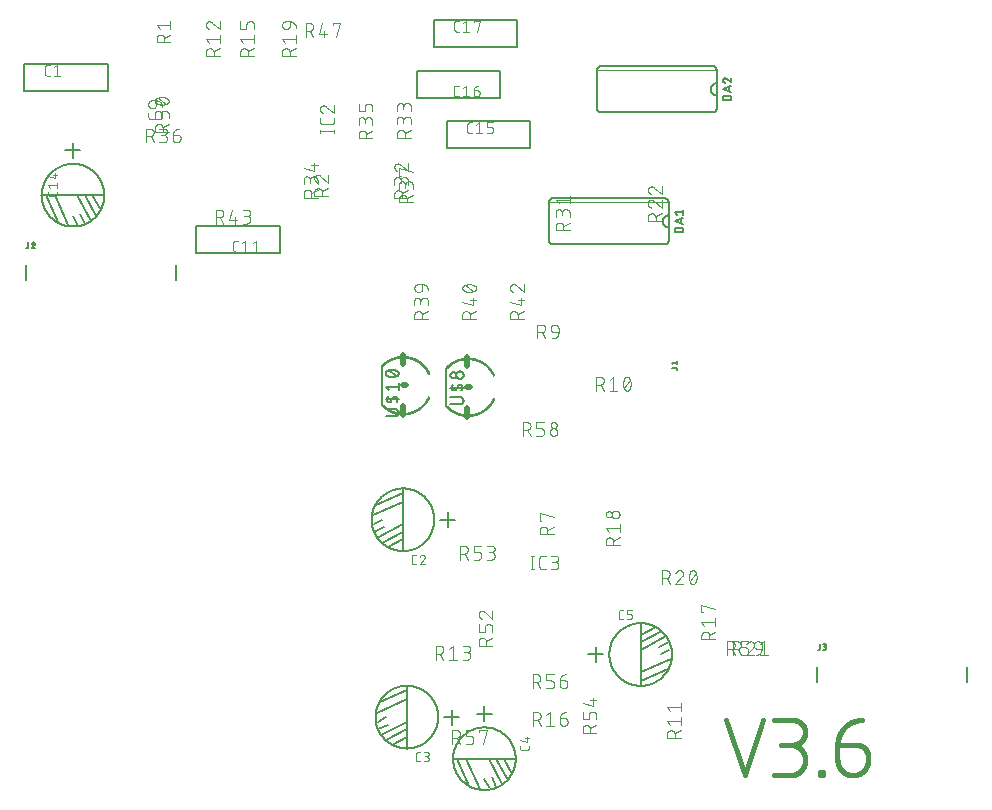
<source format=gbr>
G04 EAGLE Gerber X2 export*
%TF.Part,Single*%
%TF.FileFunction,Legend,Top,1*%
%TF.FilePolarity,Positive*%
%TF.GenerationSoftware,Autodesk,EAGLE,9.2.2*%
%TF.CreationDate,2019-04-19T13:43:48Z*%
G75*
%MOMM*%
%FSLAX34Y34*%
%LPD*%
%INSilkscreen Top*%
%AMOC8*
5,1,8,0,0,1.08239X$1,22.5*%
G01*
%ADD10C,0.406400*%
%ADD11C,0.127000*%
%ADD12C,0.101600*%
%ADD13C,0.152400*%
%ADD14C,0.050800*%
%ADD15C,0.015238*%
%ADD16C,0.508000*%
%ADD17C,0.203200*%


D10*
X610607Y61281D02*
X626186Y14545D01*
X641765Y61281D01*
X651304Y14545D02*
X664286Y14545D01*
X664602Y14549D01*
X664918Y14560D01*
X665234Y14580D01*
X665549Y14607D01*
X665863Y14641D01*
X666176Y14683D01*
X666488Y14733D01*
X666799Y14791D01*
X667109Y14856D01*
X667416Y14928D01*
X667722Y15008D01*
X668026Y15095D01*
X668328Y15190D01*
X668627Y15292D01*
X668924Y15402D01*
X669217Y15518D01*
X669508Y15642D01*
X669796Y15772D01*
X670081Y15910D01*
X670362Y16055D01*
X670640Y16206D01*
X670913Y16364D01*
X671183Y16529D01*
X671449Y16700D01*
X671711Y16878D01*
X671968Y17062D01*
X672220Y17252D01*
X672468Y17448D01*
X672711Y17650D01*
X672949Y17858D01*
X673182Y18072D01*
X673410Y18292D01*
X673632Y18517D01*
X673848Y18747D01*
X674059Y18982D01*
X674265Y19223D01*
X674464Y19468D01*
X674657Y19718D01*
X674844Y19973D01*
X675025Y20233D01*
X675199Y20496D01*
X675367Y20764D01*
X675529Y21036D01*
X675683Y21312D01*
X675831Y21591D01*
X675973Y21874D01*
X676107Y22160D01*
X676234Y22450D01*
X676354Y22742D01*
X676467Y23037D01*
X676573Y23335D01*
X676671Y23636D01*
X676762Y23939D01*
X676846Y24243D01*
X676922Y24550D01*
X676991Y24859D01*
X677052Y25169D01*
X677106Y25481D01*
X677152Y25793D01*
X677190Y26107D01*
X677221Y26422D01*
X677244Y26737D01*
X677259Y27053D01*
X677267Y27369D01*
X677267Y27685D01*
X677259Y28001D01*
X677244Y28317D01*
X677221Y28632D01*
X677190Y28947D01*
X677152Y29261D01*
X677106Y29573D01*
X677052Y29885D01*
X676991Y30195D01*
X676922Y30504D01*
X676846Y30811D01*
X676762Y31115D01*
X676671Y31418D01*
X676573Y31719D01*
X676467Y32017D01*
X676354Y32312D01*
X676234Y32604D01*
X676107Y32894D01*
X675973Y33180D01*
X675831Y33463D01*
X675683Y33742D01*
X675529Y34018D01*
X675367Y34290D01*
X675199Y34558D01*
X675025Y34821D01*
X674844Y35081D01*
X674657Y35336D01*
X674464Y35586D01*
X674265Y35831D01*
X674059Y36072D01*
X673848Y36307D01*
X673632Y36537D01*
X673410Y36762D01*
X673182Y36982D01*
X672949Y37196D01*
X672711Y37404D01*
X672468Y37606D01*
X672220Y37802D01*
X671968Y37992D01*
X671711Y38176D01*
X671449Y38354D01*
X671183Y38525D01*
X670913Y38690D01*
X670640Y38848D01*
X670362Y38999D01*
X670081Y39144D01*
X669796Y39282D01*
X669508Y39412D01*
X669217Y39536D01*
X668924Y39652D01*
X668627Y39762D01*
X668328Y39864D01*
X668026Y39959D01*
X667722Y40046D01*
X667416Y40126D01*
X667109Y40198D01*
X666799Y40263D01*
X666488Y40321D01*
X666176Y40371D01*
X665863Y40413D01*
X665549Y40447D01*
X665234Y40474D01*
X664918Y40494D01*
X664602Y40505D01*
X664286Y40509D01*
X666882Y61281D02*
X651304Y61281D01*
X666882Y61281D02*
X667135Y61278D01*
X667388Y61269D01*
X667640Y61253D01*
X667892Y61232D01*
X668144Y61204D01*
X668394Y61170D01*
X668644Y61130D01*
X668893Y61085D01*
X669140Y61033D01*
X669386Y60975D01*
X669631Y60911D01*
X669874Y60841D01*
X670115Y60765D01*
X670355Y60683D01*
X670592Y60596D01*
X670827Y60502D01*
X671060Y60404D01*
X671290Y60299D01*
X671518Y60189D01*
X671743Y60073D01*
X671965Y59952D01*
X672184Y59826D01*
X672400Y59694D01*
X672613Y59557D01*
X672822Y59415D01*
X673028Y59268D01*
X673230Y59115D01*
X673428Y58958D01*
X673622Y58797D01*
X673813Y58630D01*
X673999Y58459D01*
X674181Y58284D01*
X674359Y58104D01*
X674532Y57919D01*
X674701Y57731D01*
X674865Y57539D01*
X675025Y57342D01*
X675179Y57142D01*
X675329Y56938D01*
X675473Y56731D01*
X675613Y56520D01*
X675747Y56305D01*
X675877Y56088D01*
X676000Y55867D01*
X676119Y55644D01*
X676232Y55418D01*
X676339Y55189D01*
X676441Y54957D01*
X676537Y54723D01*
X676627Y54487D01*
X676712Y54248D01*
X676790Y54008D01*
X676863Y53766D01*
X676930Y53522D01*
X676991Y53277D01*
X677046Y53030D01*
X677095Y52781D01*
X677138Y52532D01*
X677175Y52282D01*
X677206Y52031D01*
X677230Y51779D01*
X677249Y51527D01*
X677261Y51274D01*
X677267Y51021D01*
X677267Y50769D01*
X677261Y50516D01*
X677249Y50263D01*
X677230Y50011D01*
X677206Y49759D01*
X677175Y49508D01*
X677138Y49258D01*
X677095Y49009D01*
X677046Y48760D01*
X676991Y48513D01*
X676930Y48268D01*
X676863Y48024D01*
X676790Y47782D01*
X676712Y47542D01*
X676627Y47303D01*
X676537Y47067D01*
X676441Y46833D01*
X676339Y46601D01*
X676232Y46372D01*
X676119Y46146D01*
X676000Y45923D01*
X675877Y45702D01*
X675747Y45485D01*
X675613Y45270D01*
X675473Y45059D01*
X675329Y44852D01*
X675179Y44648D01*
X675025Y44448D01*
X674865Y44251D01*
X674701Y44059D01*
X674532Y43871D01*
X674359Y43686D01*
X674181Y43506D01*
X673999Y43331D01*
X673813Y43160D01*
X673622Y42993D01*
X673428Y42832D01*
X673230Y42675D01*
X673028Y42522D01*
X672822Y42375D01*
X672613Y42233D01*
X672400Y42096D01*
X672184Y41964D01*
X671965Y41838D01*
X671743Y41717D01*
X671518Y41601D01*
X671290Y41491D01*
X671060Y41386D01*
X670827Y41288D01*
X670592Y41194D01*
X670355Y41107D01*
X670115Y41025D01*
X669874Y40949D01*
X669631Y40879D01*
X669386Y40815D01*
X669140Y40757D01*
X668893Y40705D01*
X668644Y40660D01*
X668394Y40620D01*
X668144Y40586D01*
X667892Y40558D01*
X667640Y40537D01*
X667388Y40521D01*
X667135Y40512D01*
X666882Y40509D01*
X656497Y40509D01*
X689658Y17141D02*
X689658Y14545D01*
X689658Y17141D02*
X692254Y17141D01*
X692254Y14545D01*
X689658Y14545D01*
X704644Y40509D02*
X720222Y40509D01*
X720222Y40510D02*
X720473Y40507D01*
X720724Y40498D01*
X720974Y40483D01*
X721224Y40462D01*
X721474Y40434D01*
X721723Y40401D01*
X721971Y40362D01*
X722217Y40317D01*
X722463Y40265D01*
X722708Y40208D01*
X722950Y40145D01*
X723192Y40076D01*
X723431Y40002D01*
X723669Y39921D01*
X723905Y39835D01*
X724139Y39743D01*
X724370Y39646D01*
X724599Y39543D01*
X724825Y39434D01*
X725049Y39320D01*
X725269Y39201D01*
X725487Y39076D01*
X725702Y38947D01*
X725914Y38812D01*
X726122Y38672D01*
X726327Y38526D01*
X726528Y38376D01*
X726726Y38222D01*
X726919Y38062D01*
X727109Y37898D01*
X727295Y37729D01*
X727477Y37556D01*
X727654Y37379D01*
X727827Y37197D01*
X727996Y37011D01*
X728160Y36821D01*
X728320Y36628D01*
X728474Y36430D01*
X728624Y36229D01*
X728770Y36024D01*
X728910Y35816D01*
X729045Y35604D01*
X729174Y35389D01*
X729299Y35171D01*
X729418Y34951D01*
X729532Y34727D01*
X729641Y34501D01*
X729744Y34272D01*
X729841Y34041D01*
X729933Y33807D01*
X730019Y33571D01*
X730100Y33333D01*
X730174Y33094D01*
X730243Y32852D01*
X730306Y32610D01*
X730363Y32365D01*
X730415Y32119D01*
X730460Y31873D01*
X730499Y31625D01*
X730532Y31376D01*
X730560Y31126D01*
X730581Y30876D01*
X730596Y30626D01*
X730605Y30375D01*
X730608Y30124D01*
X730608Y27527D01*
X730604Y27211D01*
X730593Y26895D01*
X730573Y26579D01*
X730546Y26264D01*
X730512Y25950D01*
X730470Y25637D01*
X730420Y25325D01*
X730362Y25014D01*
X730297Y24704D01*
X730225Y24397D01*
X730145Y24091D01*
X730058Y23787D01*
X729963Y23485D01*
X729861Y23186D01*
X729751Y22889D01*
X729635Y22596D01*
X729511Y22305D01*
X729381Y22017D01*
X729243Y21732D01*
X729098Y21451D01*
X728947Y21173D01*
X728789Y20900D01*
X728624Y20630D01*
X728453Y20364D01*
X728275Y20102D01*
X728091Y19845D01*
X727901Y19593D01*
X727705Y19345D01*
X727503Y19102D01*
X727295Y18864D01*
X727081Y18631D01*
X726861Y18403D01*
X726636Y18181D01*
X726406Y17965D01*
X726171Y17754D01*
X725930Y17548D01*
X725685Y17349D01*
X725435Y17156D01*
X725180Y16969D01*
X724920Y16788D01*
X724657Y16614D01*
X724389Y16446D01*
X724117Y16284D01*
X723841Y16130D01*
X723562Y15982D01*
X723279Y15840D01*
X722993Y15706D01*
X722703Y15579D01*
X722411Y15459D01*
X722116Y15346D01*
X721818Y15240D01*
X721517Y15142D01*
X721214Y15051D01*
X720910Y14967D01*
X720603Y14891D01*
X720294Y14822D01*
X719984Y14761D01*
X719672Y14707D01*
X719360Y14661D01*
X719046Y14623D01*
X718731Y14592D01*
X718416Y14569D01*
X718100Y14554D01*
X717784Y14546D01*
X717468Y14546D01*
X717152Y14554D01*
X716836Y14569D01*
X716521Y14592D01*
X716206Y14623D01*
X715892Y14661D01*
X715580Y14707D01*
X715268Y14761D01*
X714958Y14822D01*
X714649Y14891D01*
X714342Y14967D01*
X714038Y15051D01*
X713735Y15142D01*
X713434Y15240D01*
X713136Y15346D01*
X712841Y15459D01*
X712549Y15579D01*
X712259Y15706D01*
X711973Y15840D01*
X711690Y15982D01*
X711411Y16130D01*
X711135Y16284D01*
X710863Y16446D01*
X710595Y16614D01*
X710332Y16788D01*
X710072Y16969D01*
X709817Y17156D01*
X709567Y17349D01*
X709322Y17548D01*
X709081Y17754D01*
X708846Y17965D01*
X708616Y18181D01*
X708391Y18403D01*
X708171Y18631D01*
X707957Y18864D01*
X707749Y19102D01*
X707547Y19345D01*
X707351Y19593D01*
X707161Y19845D01*
X706977Y20102D01*
X706799Y20364D01*
X706628Y20630D01*
X706463Y20900D01*
X706305Y21173D01*
X706154Y21451D01*
X706009Y21732D01*
X705871Y22017D01*
X705741Y22305D01*
X705617Y22596D01*
X705501Y22889D01*
X705391Y23186D01*
X705289Y23485D01*
X705194Y23787D01*
X705107Y24091D01*
X705027Y24397D01*
X704955Y24704D01*
X704890Y25014D01*
X704832Y25325D01*
X704782Y25637D01*
X704740Y25950D01*
X704706Y26264D01*
X704679Y26579D01*
X704659Y26895D01*
X704648Y27211D01*
X704644Y27527D01*
X704644Y40509D01*
X704643Y40509D02*
X704649Y41019D01*
X704668Y41528D01*
X704699Y42037D01*
X704743Y42545D01*
X704799Y43052D01*
X704868Y43557D01*
X704949Y44060D01*
X705042Y44561D01*
X705148Y45060D01*
X705266Y45556D01*
X705395Y46049D01*
X705537Y46539D01*
X705691Y47025D01*
X705857Y47507D01*
X706035Y47985D01*
X706224Y48458D01*
X706425Y48927D01*
X706637Y49390D01*
X706861Y49848D01*
X707096Y50301D01*
X707342Y50747D01*
X707598Y51188D01*
X707866Y51622D01*
X708144Y52049D01*
X708432Y52470D01*
X708731Y52883D01*
X709039Y53289D01*
X709358Y53687D01*
X709686Y54077D01*
X710024Y54459D01*
X710371Y54832D01*
X710727Y55197D01*
X711092Y55553D01*
X711465Y55900D01*
X711847Y56238D01*
X712237Y56566D01*
X712635Y56885D01*
X713041Y57193D01*
X713454Y57492D01*
X713875Y57780D01*
X714302Y58058D01*
X714736Y58326D01*
X715177Y58582D01*
X715623Y58828D01*
X716076Y59063D01*
X716534Y59287D01*
X716997Y59499D01*
X717466Y59700D01*
X717939Y59889D01*
X718417Y60067D01*
X718899Y60233D01*
X719385Y60387D01*
X719875Y60529D01*
X720368Y60658D01*
X720864Y60776D01*
X721363Y60882D01*
X721864Y60975D01*
X722367Y61056D01*
X722872Y61125D01*
X723379Y61181D01*
X723887Y61225D01*
X724396Y61256D01*
X724905Y61275D01*
X725415Y61281D01*
D11*
X232287Y457007D02*
X161487Y457007D01*
X161487Y479867D01*
X232287Y479867D01*
X232287Y457007D01*
D12*
X196951Y458015D02*
X194919Y458015D01*
X194830Y458017D01*
X194742Y458023D01*
X194654Y458032D01*
X194566Y458046D01*
X194479Y458063D01*
X194393Y458084D01*
X194308Y458109D01*
X194224Y458138D01*
X194141Y458170D01*
X194060Y458205D01*
X193981Y458245D01*
X193903Y458287D01*
X193827Y458333D01*
X193753Y458382D01*
X193682Y458435D01*
X193613Y458490D01*
X193546Y458549D01*
X193482Y458610D01*
X193421Y458674D01*
X193362Y458741D01*
X193307Y458810D01*
X193254Y458881D01*
X193205Y458955D01*
X193159Y459031D01*
X193117Y459109D01*
X193077Y459188D01*
X193042Y459269D01*
X193010Y459352D01*
X192981Y459436D01*
X192956Y459521D01*
X192935Y459607D01*
X192918Y459694D01*
X192904Y459782D01*
X192895Y459870D01*
X192889Y459958D01*
X192887Y460047D01*
X192887Y465127D01*
X192889Y465216D01*
X192895Y465304D01*
X192904Y465392D01*
X192918Y465480D01*
X192935Y465567D01*
X192956Y465653D01*
X192981Y465738D01*
X193010Y465822D01*
X193042Y465905D01*
X193077Y465986D01*
X193117Y466065D01*
X193159Y466143D01*
X193205Y466219D01*
X193254Y466293D01*
X193307Y466364D01*
X193362Y466433D01*
X193421Y466500D01*
X193482Y466564D01*
X193546Y466625D01*
X193613Y466684D01*
X193682Y466739D01*
X193753Y466792D01*
X193827Y466841D01*
X193903Y466887D01*
X193981Y466929D01*
X194060Y466969D01*
X194141Y467004D01*
X194224Y467036D01*
X194308Y467065D01*
X194393Y467090D01*
X194479Y467111D01*
X194566Y467128D01*
X194654Y467142D01*
X194742Y467151D01*
X194830Y467157D01*
X194919Y467159D01*
X196951Y467159D01*
X200537Y465127D02*
X203077Y467159D01*
X203077Y458015D01*
X200537Y458015D02*
X205617Y458015D01*
X209681Y465127D02*
X212221Y467159D01*
X212221Y458015D01*
X209681Y458015D02*
X214761Y458015D01*
D11*
X30895Y505723D02*
X30903Y506373D01*
X30927Y507023D01*
X30967Y507672D01*
X31023Y508320D01*
X31094Y508967D01*
X31182Y509611D01*
X31285Y510253D01*
X31404Y510893D01*
X31539Y511529D01*
X31689Y512162D01*
X31855Y512791D01*
X32036Y513416D01*
X32233Y514036D01*
X32444Y514651D01*
X32671Y515260D01*
X32912Y515864D01*
X33168Y516462D01*
X33439Y517053D01*
X33725Y517638D01*
X34024Y518215D01*
X34338Y518785D01*
X34665Y519347D01*
X35006Y519900D01*
X35361Y520446D01*
X35729Y520982D01*
X36110Y521509D01*
X36504Y522027D01*
X36910Y522534D01*
X37329Y523032D01*
X37760Y523519D01*
X38202Y523996D01*
X38657Y524461D01*
X39122Y524916D01*
X39599Y525358D01*
X40086Y525789D01*
X40584Y526208D01*
X41091Y526614D01*
X41609Y527008D01*
X42136Y527389D01*
X42672Y527757D01*
X43218Y528112D01*
X43771Y528453D01*
X44333Y528780D01*
X44903Y529094D01*
X45480Y529393D01*
X46065Y529679D01*
X46656Y529950D01*
X47254Y530206D01*
X47858Y530447D01*
X48467Y530674D01*
X49082Y530885D01*
X49702Y531082D01*
X50327Y531263D01*
X50956Y531429D01*
X51589Y531579D01*
X52225Y531714D01*
X52865Y531833D01*
X53507Y531936D01*
X54151Y532024D01*
X54798Y532095D01*
X55446Y532151D01*
X56095Y532191D01*
X56745Y532215D01*
X57395Y532223D01*
X58045Y532215D01*
X58695Y532191D01*
X59344Y532151D01*
X59992Y532095D01*
X60639Y532024D01*
X61283Y531936D01*
X61925Y531833D01*
X62565Y531714D01*
X63201Y531579D01*
X63834Y531429D01*
X64463Y531263D01*
X65088Y531082D01*
X65708Y530885D01*
X66323Y530674D01*
X66932Y530447D01*
X67536Y530206D01*
X68134Y529950D01*
X68725Y529679D01*
X69310Y529393D01*
X69887Y529094D01*
X70457Y528780D01*
X71019Y528453D01*
X71572Y528112D01*
X72118Y527757D01*
X72654Y527389D01*
X73181Y527008D01*
X73699Y526614D01*
X74206Y526208D01*
X74704Y525789D01*
X75191Y525358D01*
X75668Y524916D01*
X76133Y524461D01*
X76588Y523996D01*
X77030Y523519D01*
X77461Y523032D01*
X77880Y522534D01*
X78286Y522027D01*
X78680Y521509D01*
X79061Y520982D01*
X79429Y520446D01*
X79784Y519900D01*
X80125Y519347D01*
X80452Y518785D01*
X80766Y518215D01*
X81065Y517638D01*
X81351Y517053D01*
X81622Y516462D01*
X81878Y515864D01*
X82119Y515260D01*
X82346Y514651D01*
X82557Y514036D01*
X82754Y513416D01*
X82935Y512791D01*
X83101Y512162D01*
X83251Y511529D01*
X83386Y510893D01*
X83505Y510253D01*
X83608Y509611D01*
X83696Y508967D01*
X83767Y508320D01*
X83823Y507672D01*
X83863Y507023D01*
X83887Y506373D01*
X83895Y505723D01*
X83887Y505073D01*
X83863Y504423D01*
X83823Y503774D01*
X83767Y503126D01*
X83696Y502479D01*
X83608Y501835D01*
X83505Y501193D01*
X83386Y500553D01*
X83251Y499917D01*
X83101Y499284D01*
X82935Y498655D01*
X82754Y498030D01*
X82557Y497410D01*
X82346Y496795D01*
X82119Y496186D01*
X81878Y495582D01*
X81622Y494984D01*
X81351Y494393D01*
X81065Y493808D01*
X80766Y493231D01*
X80452Y492661D01*
X80125Y492099D01*
X79784Y491546D01*
X79429Y491000D01*
X79061Y490464D01*
X78680Y489937D01*
X78286Y489419D01*
X77880Y488912D01*
X77461Y488414D01*
X77030Y487927D01*
X76588Y487450D01*
X76133Y486985D01*
X75668Y486530D01*
X75191Y486088D01*
X74704Y485657D01*
X74206Y485238D01*
X73699Y484832D01*
X73181Y484438D01*
X72654Y484057D01*
X72118Y483689D01*
X71572Y483334D01*
X71019Y482993D01*
X70457Y482666D01*
X69887Y482352D01*
X69310Y482053D01*
X68725Y481767D01*
X68134Y481496D01*
X67536Y481240D01*
X66932Y480999D01*
X66323Y480772D01*
X65708Y480561D01*
X65088Y480364D01*
X64463Y480183D01*
X63834Y480017D01*
X63201Y479867D01*
X62565Y479732D01*
X61925Y479613D01*
X61283Y479510D01*
X60639Y479422D01*
X59992Y479351D01*
X59344Y479295D01*
X58695Y479255D01*
X58045Y479231D01*
X57395Y479223D01*
X56745Y479231D01*
X56095Y479255D01*
X55446Y479295D01*
X54798Y479351D01*
X54151Y479422D01*
X53507Y479510D01*
X52865Y479613D01*
X52225Y479732D01*
X51589Y479867D01*
X50956Y480017D01*
X50327Y480183D01*
X49702Y480364D01*
X49082Y480561D01*
X48467Y480772D01*
X47858Y480999D01*
X47254Y481240D01*
X46656Y481496D01*
X46065Y481767D01*
X45480Y482053D01*
X44903Y482352D01*
X44333Y482666D01*
X43771Y482993D01*
X43218Y483334D01*
X42672Y483689D01*
X42136Y484057D01*
X41609Y484438D01*
X41091Y484832D01*
X40584Y485238D01*
X40086Y485657D01*
X39599Y486088D01*
X39122Y486530D01*
X38657Y486985D01*
X38202Y487450D01*
X37760Y487927D01*
X37329Y488414D01*
X36910Y488912D01*
X36504Y489419D01*
X36110Y489937D01*
X35729Y490464D01*
X35361Y491000D01*
X35006Y491546D01*
X34665Y492099D01*
X34338Y492661D01*
X34024Y493231D01*
X33725Y493808D01*
X33439Y494393D01*
X33168Y494984D01*
X32912Y495582D01*
X32671Y496186D01*
X32444Y496795D01*
X32233Y497410D01*
X32036Y498030D01*
X31855Y498655D01*
X31689Y499284D01*
X31539Y499917D01*
X31404Y500553D01*
X31285Y501193D01*
X31182Y501835D01*
X31094Y502479D01*
X31023Y503126D01*
X30967Y503774D01*
X30927Y504423D01*
X30903Y505073D01*
X30895Y505723D01*
X57395Y543823D02*
X57395Y550173D01*
X57395Y543823D02*
X57395Y537473D01*
X57395Y543823D02*
X63745Y543823D01*
X57395Y543823D02*
X51045Y543823D01*
X73905Y505723D02*
X84065Y505723D01*
X73905Y505723D02*
X67555Y505723D01*
X61205Y505723D01*
X42155Y505723D01*
X34535Y505723D01*
X30725Y505723D01*
X34535Y505723D02*
X44695Y482863D01*
X53585Y480323D02*
X42155Y505723D01*
X63745Y489848D02*
X67555Y481593D01*
X72635Y484133D02*
X61205Y505723D01*
X67555Y505723D02*
X77080Y487943D01*
X80890Y493023D02*
X73905Y505723D01*
X57395Y488223D02*
X61205Y481593D01*
D12*
X44187Y506944D02*
X44187Y508693D01*
X44187Y506944D02*
X44185Y506863D01*
X44180Y506783D01*
X44170Y506702D01*
X44157Y506622D01*
X44141Y506543D01*
X44120Y506465D01*
X44096Y506388D01*
X44069Y506312D01*
X44038Y506237D01*
X44004Y506164D01*
X43966Y506092D01*
X43925Y506023D01*
X43881Y505955D01*
X43834Y505889D01*
X43783Y505826D01*
X43730Y505765D01*
X43674Y505707D01*
X43616Y505651D01*
X43555Y505598D01*
X43492Y505547D01*
X43426Y505500D01*
X43358Y505456D01*
X43289Y505415D01*
X43217Y505377D01*
X43144Y505343D01*
X43069Y505312D01*
X42993Y505285D01*
X42916Y505261D01*
X42838Y505240D01*
X42759Y505224D01*
X42679Y505211D01*
X42598Y505201D01*
X42518Y505196D01*
X42437Y505194D01*
X38063Y505194D01*
X37980Y505196D01*
X37897Y505202D01*
X37814Y505212D01*
X37732Y505226D01*
X37650Y505243D01*
X37570Y505265D01*
X37491Y505290D01*
X37413Y505319D01*
X37336Y505352D01*
X37261Y505389D01*
X37188Y505428D01*
X37117Y505472D01*
X37048Y505518D01*
X36981Y505568D01*
X36917Y505621D01*
X36855Y505677D01*
X36796Y505736D01*
X36740Y505798D01*
X36687Y505862D01*
X36638Y505929D01*
X36591Y505998D01*
X36547Y506069D01*
X36508Y506142D01*
X36471Y506217D01*
X36438Y506294D01*
X36409Y506372D01*
X36384Y506451D01*
X36362Y506531D01*
X36345Y506613D01*
X36331Y506695D01*
X36321Y506778D01*
X36315Y506861D01*
X36313Y506944D01*
X36313Y508693D01*
X38063Y511890D02*
X36313Y514077D01*
X44187Y514077D01*
X44187Y511890D02*
X44187Y516264D01*
X42437Y519891D02*
X36313Y521640D01*
X42437Y519891D02*
X42437Y524265D01*
X40688Y522953D02*
X44187Y522953D01*
D11*
X373699Y568440D02*
X444499Y568440D01*
X444499Y545580D01*
X373699Y545580D01*
X373699Y568440D01*
D12*
X393256Y558288D02*
X395288Y558288D01*
X393256Y558288D02*
X393167Y558290D01*
X393079Y558296D01*
X392991Y558305D01*
X392903Y558319D01*
X392816Y558336D01*
X392730Y558357D01*
X392645Y558382D01*
X392561Y558411D01*
X392478Y558443D01*
X392397Y558478D01*
X392318Y558518D01*
X392240Y558560D01*
X392164Y558606D01*
X392090Y558655D01*
X392019Y558708D01*
X391950Y558763D01*
X391883Y558822D01*
X391819Y558883D01*
X391758Y558947D01*
X391699Y559014D01*
X391644Y559083D01*
X391591Y559154D01*
X391542Y559228D01*
X391496Y559304D01*
X391454Y559382D01*
X391414Y559461D01*
X391379Y559542D01*
X391347Y559625D01*
X391318Y559709D01*
X391293Y559794D01*
X391272Y559880D01*
X391255Y559967D01*
X391241Y560055D01*
X391232Y560143D01*
X391226Y560231D01*
X391224Y560320D01*
X391224Y565400D01*
X391226Y565489D01*
X391232Y565577D01*
X391241Y565665D01*
X391255Y565753D01*
X391272Y565840D01*
X391293Y565926D01*
X391318Y566011D01*
X391347Y566095D01*
X391379Y566178D01*
X391414Y566259D01*
X391454Y566338D01*
X391496Y566416D01*
X391542Y566492D01*
X391591Y566566D01*
X391644Y566637D01*
X391699Y566706D01*
X391758Y566773D01*
X391819Y566837D01*
X391883Y566898D01*
X391950Y566957D01*
X392019Y567012D01*
X392090Y567065D01*
X392164Y567114D01*
X392240Y567160D01*
X392318Y567202D01*
X392397Y567242D01*
X392478Y567277D01*
X392561Y567309D01*
X392645Y567338D01*
X392730Y567363D01*
X392816Y567384D01*
X392903Y567401D01*
X392991Y567415D01*
X393079Y567424D01*
X393167Y567430D01*
X393256Y567432D01*
X395288Y567432D01*
X398874Y565400D02*
X401414Y567432D01*
X401414Y558288D01*
X398874Y558288D02*
X403954Y558288D01*
X408018Y558288D02*
X411066Y558288D01*
X411155Y558290D01*
X411243Y558296D01*
X411331Y558305D01*
X411419Y558319D01*
X411506Y558336D01*
X411592Y558357D01*
X411677Y558382D01*
X411761Y558411D01*
X411844Y558443D01*
X411925Y558478D01*
X412004Y558518D01*
X412082Y558560D01*
X412158Y558606D01*
X412232Y558655D01*
X412303Y558708D01*
X412372Y558763D01*
X412439Y558822D01*
X412503Y558883D01*
X412564Y558947D01*
X412623Y559014D01*
X412678Y559083D01*
X412731Y559154D01*
X412780Y559228D01*
X412826Y559304D01*
X412868Y559382D01*
X412908Y559461D01*
X412943Y559542D01*
X412975Y559625D01*
X413004Y559709D01*
X413029Y559794D01*
X413050Y559880D01*
X413067Y559967D01*
X413081Y560055D01*
X413090Y560143D01*
X413096Y560231D01*
X413098Y560320D01*
X413098Y561336D01*
X413096Y561425D01*
X413090Y561513D01*
X413081Y561601D01*
X413067Y561689D01*
X413050Y561776D01*
X413029Y561862D01*
X413004Y561947D01*
X412975Y562031D01*
X412943Y562114D01*
X412908Y562195D01*
X412868Y562274D01*
X412826Y562352D01*
X412780Y562428D01*
X412731Y562502D01*
X412678Y562573D01*
X412623Y562642D01*
X412564Y562709D01*
X412503Y562773D01*
X412439Y562834D01*
X412372Y562893D01*
X412303Y562948D01*
X412232Y563001D01*
X412158Y563050D01*
X412082Y563096D01*
X412004Y563138D01*
X411925Y563178D01*
X411844Y563213D01*
X411761Y563245D01*
X411677Y563274D01*
X411592Y563299D01*
X411506Y563320D01*
X411419Y563337D01*
X411331Y563351D01*
X411243Y563360D01*
X411155Y563366D01*
X411066Y563368D01*
X408018Y563368D01*
X408018Y567432D01*
X413098Y567432D01*
D11*
X419205Y588340D02*
X348405Y588340D01*
X348405Y611200D01*
X419205Y611200D01*
X419205Y588340D01*
D12*
X383870Y589348D02*
X381838Y589348D01*
X381749Y589350D01*
X381661Y589356D01*
X381573Y589365D01*
X381485Y589379D01*
X381398Y589396D01*
X381312Y589417D01*
X381227Y589442D01*
X381143Y589471D01*
X381060Y589503D01*
X380979Y589538D01*
X380900Y589578D01*
X380822Y589620D01*
X380746Y589666D01*
X380672Y589715D01*
X380601Y589768D01*
X380532Y589823D01*
X380465Y589882D01*
X380401Y589943D01*
X380340Y590007D01*
X380281Y590074D01*
X380226Y590143D01*
X380173Y590214D01*
X380124Y590288D01*
X380078Y590364D01*
X380036Y590442D01*
X379996Y590521D01*
X379961Y590602D01*
X379929Y590685D01*
X379900Y590769D01*
X379875Y590854D01*
X379854Y590940D01*
X379837Y591027D01*
X379823Y591115D01*
X379814Y591203D01*
X379808Y591291D01*
X379806Y591380D01*
X379806Y596460D01*
X379808Y596549D01*
X379814Y596637D01*
X379823Y596725D01*
X379837Y596813D01*
X379854Y596900D01*
X379875Y596986D01*
X379900Y597071D01*
X379929Y597155D01*
X379961Y597238D01*
X379996Y597319D01*
X380036Y597398D01*
X380078Y597476D01*
X380124Y597552D01*
X380173Y597626D01*
X380226Y597697D01*
X380281Y597766D01*
X380340Y597833D01*
X380401Y597897D01*
X380465Y597958D01*
X380532Y598017D01*
X380601Y598072D01*
X380672Y598125D01*
X380746Y598174D01*
X380822Y598220D01*
X380900Y598262D01*
X380979Y598302D01*
X381060Y598337D01*
X381143Y598369D01*
X381227Y598398D01*
X381312Y598423D01*
X381398Y598444D01*
X381485Y598461D01*
X381573Y598475D01*
X381661Y598484D01*
X381749Y598490D01*
X381838Y598492D01*
X383870Y598492D01*
X387456Y596460D02*
X389996Y598492D01*
X389996Y589348D01*
X387456Y589348D02*
X392536Y589348D01*
X396600Y594428D02*
X399648Y594428D01*
X399737Y594426D01*
X399825Y594420D01*
X399913Y594411D01*
X400001Y594397D01*
X400088Y594380D01*
X400174Y594359D01*
X400259Y594334D01*
X400343Y594305D01*
X400426Y594273D01*
X400507Y594238D01*
X400586Y594198D01*
X400664Y594156D01*
X400740Y594110D01*
X400814Y594061D01*
X400885Y594008D01*
X400954Y593953D01*
X401021Y593894D01*
X401085Y593833D01*
X401146Y593769D01*
X401205Y593702D01*
X401260Y593633D01*
X401313Y593562D01*
X401362Y593488D01*
X401408Y593412D01*
X401450Y593334D01*
X401490Y593255D01*
X401525Y593174D01*
X401557Y593091D01*
X401586Y593007D01*
X401611Y592922D01*
X401632Y592836D01*
X401649Y592749D01*
X401663Y592661D01*
X401672Y592573D01*
X401678Y592485D01*
X401680Y592396D01*
X401680Y591888D01*
X401678Y591788D01*
X401672Y591689D01*
X401662Y591589D01*
X401649Y591491D01*
X401631Y591392D01*
X401610Y591295D01*
X401585Y591199D01*
X401556Y591103D01*
X401523Y591009D01*
X401487Y590916D01*
X401447Y590825D01*
X401403Y590735D01*
X401356Y590647D01*
X401306Y590561D01*
X401252Y590477D01*
X401195Y590395D01*
X401135Y590316D01*
X401071Y590238D01*
X401005Y590164D01*
X400936Y590092D01*
X400864Y590023D01*
X400790Y589957D01*
X400712Y589893D01*
X400633Y589833D01*
X400551Y589776D01*
X400467Y589722D01*
X400381Y589672D01*
X400293Y589625D01*
X400203Y589581D01*
X400112Y589541D01*
X400019Y589505D01*
X399925Y589472D01*
X399829Y589443D01*
X399733Y589418D01*
X399636Y589397D01*
X399537Y589379D01*
X399439Y589366D01*
X399339Y589356D01*
X399240Y589350D01*
X399140Y589348D01*
X399040Y589350D01*
X398941Y589356D01*
X398841Y589366D01*
X398743Y589379D01*
X398644Y589397D01*
X398547Y589418D01*
X398451Y589443D01*
X398355Y589472D01*
X398261Y589505D01*
X398168Y589541D01*
X398077Y589581D01*
X397987Y589625D01*
X397899Y589672D01*
X397813Y589722D01*
X397729Y589776D01*
X397647Y589833D01*
X397568Y589893D01*
X397490Y589957D01*
X397416Y590023D01*
X397344Y590092D01*
X397275Y590164D01*
X397209Y590238D01*
X397145Y590316D01*
X397085Y590395D01*
X397028Y590477D01*
X396974Y590561D01*
X396924Y590647D01*
X396877Y590735D01*
X396833Y590825D01*
X396793Y590916D01*
X396757Y591009D01*
X396724Y591103D01*
X396695Y591199D01*
X396670Y591295D01*
X396649Y591392D01*
X396631Y591491D01*
X396618Y591589D01*
X396608Y591689D01*
X396602Y591788D01*
X396600Y591888D01*
X396600Y594428D01*
X396602Y594553D01*
X396608Y594678D01*
X396617Y594803D01*
X396631Y594927D01*
X396648Y595051D01*
X396669Y595175D01*
X396694Y595297D01*
X396723Y595419D01*
X396755Y595540D01*
X396791Y595660D01*
X396831Y595779D01*
X396874Y595896D01*
X396921Y596012D01*
X396972Y596127D01*
X397026Y596239D01*
X397084Y596351D01*
X397144Y596460D01*
X397209Y596567D01*
X397276Y596673D01*
X397347Y596776D01*
X397421Y596877D01*
X397498Y596976D01*
X397578Y597072D01*
X397661Y597166D01*
X397746Y597257D01*
X397835Y597346D01*
X397926Y597431D01*
X398020Y597514D01*
X398116Y597594D01*
X398215Y597671D01*
X398316Y597745D01*
X398419Y597816D01*
X398525Y597883D01*
X398632Y597948D01*
X398741Y598008D01*
X398853Y598066D01*
X398965Y598120D01*
X399080Y598171D01*
X399196Y598218D01*
X399313Y598261D01*
X399432Y598301D01*
X399552Y598337D01*
X399673Y598369D01*
X399795Y598398D01*
X399917Y598423D01*
X400041Y598444D01*
X400165Y598461D01*
X400289Y598475D01*
X400414Y598484D01*
X400539Y598490D01*
X400664Y598492D01*
D11*
X433562Y654299D02*
X362762Y654299D01*
X433562Y654299D02*
X433562Y631439D01*
X362762Y631439D01*
X362762Y654299D01*
D12*
X382319Y644147D02*
X384351Y644147D01*
X382319Y644147D02*
X382230Y644149D01*
X382142Y644155D01*
X382054Y644164D01*
X381966Y644178D01*
X381879Y644195D01*
X381793Y644216D01*
X381708Y644241D01*
X381624Y644270D01*
X381541Y644302D01*
X381460Y644337D01*
X381381Y644377D01*
X381303Y644419D01*
X381227Y644465D01*
X381153Y644514D01*
X381082Y644567D01*
X381013Y644622D01*
X380946Y644681D01*
X380882Y644742D01*
X380821Y644806D01*
X380762Y644873D01*
X380707Y644942D01*
X380654Y645013D01*
X380605Y645087D01*
X380559Y645163D01*
X380517Y645241D01*
X380477Y645320D01*
X380442Y645401D01*
X380410Y645484D01*
X380381Y645568D01*
X380356Y645653D01*
X380335Y645739D01*
X380318Y645826D01*
X380304Y645914D01*
X380295Y646002D01*
X380289Y646090D01*
X380287Y646179D01*
X380287Y651259D01*
X380289Y651348D01*
X380295Y651436D01*
X380304Y651524D01*
X380318Y651612D01*
X380335Y651699D01*
X380356Y651785D01*
X380381Y651870D01*
X380410Y651954D01*
X380442Y652037D01*
X380477Y652118D01*
X380517Y652197D01*
X380559Y652275D01*
X380605Y652351D01*
X380654Y652425D01*
X380707Y652496D01*
X380762Y652565D01*
X380821Y652632D01*
X380882Y652696D01*
X380946Y652757D01*
X381013Y652816D01*
X381082Y652871D01*
X381153Y652924D01*
X381227Y652973D01*
X381303Y653019D01*
X381381Y653061D01*
X381460Y653101D01*
X381541Y653136D01*
X381624Y653168D01*
X381708Y653197D01*
X381793Y653222D01*
X381879Y653243D01*
X381966Y653260D01*
X382054Y653274D01*
X382142Y653283D01*
X382230Y653289D01*
X382319Y653291D01*
X384351Y653291D01*
X387937Y651259D02*
X390477Y653291D01*
X390477Y644147D01*
X387937Y644147D02*
X393017Y644147D01*
X397081Y652275D02*
X397081Y653291D01*
X402161Y653291D01*
X399621Y644147D01*
X132809Y575113D02*
X132809Y572516D01*
X132807Y572417D01*
X132801Y572317D01*
X132792Y572218D01*
X132779Y572120D01*
X132762Y572022D01*
X132741Y571924D01*
X132716Y571828D01*
X132688Y571733D01*
X132656Y571639D01*
X132621Y571546D01*
X132582Y571454D01*
X132539Y571364D01*
X132494Y571276D01*
X132444Y571189D01*
X132392Y571105D01*
X132336Y571022D01*
X132278Y570942D01*
X132216Y570864D01*
X132151Y570789D01*
X132083Y570716D01*
X132013Y570646D01*
X131940Y570578D01*
X131865Y570513D01*
X131787Y570451D01*
X131707Y570393D01*
X131624Y570337D01*
X131540Y570285D01*
X131453Y570235D01*
X131365Y570190D01*
X131275Y570147D01*
X131183Y570108D01*
X131090Y570073D01*
X130996Y570041D01*
X130901Y570013D01*
X130805Y569988D01*
X130707Y569967D01*
X130609Y569950D01*
X130511Y569937D01*
X130412Y569928D01*
X130312Y569922D01*
X130213Y569920D01*
X123722Y569920D01*
X123722Y569919D02*
X123623Y569921D01*
X123523Y569927D01*
X123424Y569936D01*
X123326Y569949D01*
X123228Y569967D01*
X123130Y569987D01*
X123034Y570012D01*
X122938Y570040D01*
X122844Y570072D01*
X122751Y570107D01*
X122660Y570146D01*
X122570Y570189D01*
X122481Y570234D01*
X122395Y570284D01*
X122310Y570336D01*
X122228Y570392D01*
X122148Y570451D01*
X122070Y570512D01*
X121994Y570577D01*
X121921Y570645D01*
X121851Y570715D01*
X121783Y570788D01*
X121718Y570864D01*
X121657Y570942D01*
X121598Y571022D01*
X121542Y571104D01*
X121490Y571189D01*
X121441Y571275D01*
X121395Y571364D01*
X121352Y571454D01*
X121313Y571545D01*
X121278Y571638D01*
X121246Y571732D01*
X121218Y571828D01*
X121193Y571924D01*
X121173Y572022D01*
X121155Y572120D01*
X121142Y572218D01*
X121133Y572317D01*
X121127Y572416D01*
X121125Y572516D01*
X121125Y575113D01*
X127617Y582074D02*
X127617Y585969D01*
X127616Y582074D02*
X127614Y581975D01*
X127608Y581875D01*
X127599Y581776D01*
X127586Y581678D01*
X127569Y581580D01*
X127548Y581482D01*
X127523Y581386D01*
X127495Y581291D01*
X127463Y581197D01*
X127428Y581104D01*
X127389Y581012D01*
X127346Y580922D01*
X127301Y580834D01*
X127251Y580747D01*
X127199Y580663D01*
X127143Y580580D01*
X127085Y580500D01*
X127023Y580422D01*
X126958Y580347D01*
X126890Y580274D01*
X126820Y580204D01*
X126747Y580136D01*
X126672Y580071D01*
X126594Y580009D01*
X126514Y579951D01*
X126431Y579895D01*
X126347Y579843D01*
X126260Y579793D01*
X126172Y579748D01*
X126082Y579705D01*
X125990Y579666D01*
X125897Y579631D01*
X125803Y579599D01*
X125708Y579571D01*
X125612Y579546D01*
X125514Y579525D01*
X125416Y579508D01*
X125318Y579495D01*
X125219Y579486D01*
X125119Y579480D01*
X125020Y579478D01*
X124371Y579478D01*
X124258Y579480D01*
X124145Y579486D01*
X124032Y579496D01*
X123919Y579510D01*
X123807Y579527D01*
X123696Y579549D01*
X123586Y579574D01*
X123476Y579604D01*
X123368Y579637D01*
X123261Y579674D01*
X123155Y579714D01*
X123051Y579759D01*
X122948Y579807D01*
X122847Y579858D01*
X122748Y579913D01*
X122651Y579971D01*
X122556Y580033D01*
X122463Y580098D01*
X122373Y580166D01*
X122285Y580237D01*
X122199Y580312D01*
X122116Y580389D01*
X122036Y580469D01*
X121959Y580552D01*
X121884Y580638D01*
X121813Y580726D01*
X121745Y580816D01*
X121680Y580909D01*
X121618Y581004D01*
X121560Y581101D01*
X121505Y581200D01*
X121454Y581301D01*
X121406Y581404D01*
X121361Y581508D01*
X121321Y581614D01*
X121284Y581721D01*
X121251Y581829D01*
X121221Y581939D01*
X121196Y582049D01*
X121174Y582160D01*
X121157Y582272D01*
X121143Y582385D01*
X121133Y582498D01*
X121127Y582611D01*
X121125Y582724D01*
X121127Y582837D01*
X121133Y582950D01*
X121143Y583063D01*
X121157Y583176D01*
X121174Y583288D01*
X121196Y583399D01*
X121221Y583509D01*
X121251Y583619D01*
X121284Y583727D01*
X121321Y583834D01*
X121361Y583940D01*
X121406Y584044D01*
X121454Y584147D01*
X121505Y584248D01*
X121560Y584347D01*
X121618Y584444D01*
X121680Y584539D01*
X121745Y584632D01*
X121813Y584722D01*
X121884Y584810D01*
X121959Y584896D01*
X122036Y584979D01*
X122116Y585059D01*
X122199Y585136D01*
X122285Y585211D01*
X122373Y585282D01*
X122463Y585350D01*
X122556Y585415D01*
X122651Y585477D01*
X122748Y585535D01*
X122847Y585590D01*
X122948Y585641D01*
X123051Y585689D01*
X123155Y585734D01*
X123261Y585774D01*
X123368Y585811D01*
X123476Y585844D01*
X123586Y585874D01*
X123696Y585899D01*
X123807Y585921D01*
X123919Y585938D01*
X124032Y585952D01*
X124145Y585962D01*
X124258Y585968D01*
X124371Y585970D01*
X124371Y585969D02*
X127617Y585969D01*
X127760Y585967D01*
X127903Y585961D01*
X128046Y585951D01*
X128188Y585937D01*
X128330Y585920D01*
X128472Y585898D01*
X128613Y585873D01*
X128753Y585843D01*
X128892Y585810D01*
X129030Y585773D01*
X129167Y585732D01*
X129303Y585688D01*
X129438Y585639D01*
X129571Y585587D01*
X129703Y585532D01*
X129833Y585472D01*
X129962Y585409D01*
X130089Y585343D01*
X130214Y585273D01*
X130336Y585200D01*
X130457Y585123D01*
X130576Y585043D01*
X130692Y584960D01*
X130807Y584874D01*
X130918Y584785D01*
X131028Y584692D01*
X131134Y584597D01*
X131238Y584498D01*
X131339Y584397D01*
X131438Y584293D01*
X131533Y584187D01*
X131626Y584077D01*
X131715Y583966D01*
X131801Y583851D01*
X131884Y583735D01*
X131964Y583616D01*
X132041Y583495D01*
X132114Y583373D01*
X132184Y583248D01*
X132250Y583121D01*
X132313Y582992D01*
X132373Y582862D01*
X132428Y582730D01*
X132480Y582597D01*
X132529Y582462D01*
X132573Y582326D01*
X132614Y582189D01*
X132651Y582051D01*
X132684Y581912D01*
X132714Y581772D01*
X132739Y581631D01*
X132761Y581489D01*
X132778Y581347D01*
X132792Y581205D01*
X132802Y581062D01*
X132808Y580919D01*
X132810Y580776D01*
D13*
X464061Y464166D02*
X558041Y464166D01*
X464061Y503282D02*
X463939Y503280D01*
X463817Y503274D01*
X463695Y503264D01*
X463574Y503251D01*
X463453Y503233D01*
X463333Y503212D01*
X463213Y503186D01*
X463095Y503157D01*
X462977Y503125D01*
X462860Y503088D01*
X462745Y503048D01*
X462631Y503004D01*
X462519Y502956D01*
X462408Y502905D01*
X462299Y502850D01*
X462191Y502792D01*
X462086Y502730D01*
X461983Y502665D01*
X461881Y502597D01*
X461782Y502525D01*
X461686Y502451D01*
X461591Y502373D01*
X461500Y502292D01*
X461410Y502209D01*
X461324Y502123D01*
X461241Y502033D01*
X461160Y501942D01*
X461082Y501847D01*
X461008Y501751D01*
X460936Y501652D01*
X460868Y501550D01*
X460803Y501447D01*
X460741Y501342D01*
X460683Y501234D01*
X460628Y501125D01*
X460577Y501014D01*
X460529Y500902D01*
X460485Y500788D01*
X460445Y500673D01*
X460408Y500556D01*
X460376Y500438D01*
X460347Y500320D01*
X460321Y500200D01*
X460300Y500080D01*
X460282Y499959D01*
X460269Y499838D01*
X460259Y499716D01*
X460253Y499594D01*
X460251Y499472D01*
X558041Y464166D02*
X558163Y464168D01*
X558285Y464174D01*
X558407Y464184D01*
X558528Y464197D01*
X558649Y464215D01*
X558769Y464236D01*
X558889Y464262D01*
X559007Y464291D01*
X559125Y464323D01*
X559242Y464360D01*
X559357Y464400D01*
X559471Y464444D01*
X559583Y464492D01*
X559694Y464543D01*
X559803Y464598D01*
X559911Y464656D01*
X560016Y464718D01*
X560119Y464783D01*
X560221Y464851D01*
X560320Y464923D01*
X560416Y464997D01*
X560511Y465075D01*
X560602Y465156D01*
X560692Y465239D01*
X560778Y465325D01*
X560861Y465415D01*
X560942Y465506D01*
X561020Y465601D01*
X561094Y465697D01*
X561166Y465796D01*
X561234Y465898D01*
X561299Y466001D01*
X561361Y466106D01*
X561419Y466214D01*
X561474Y466323D01*
X561525Y466434D01*
X561573Y466546D01*
X561617Y466660D01*
X561657Y466775D01*
X561694Y466892D01*
X561726Y467010D01*
X561755Y467128D01*
X561781Y467248D01*
X561802Y467368D01*
X561820Y467489D01*
X561833Y467610D01*
X561843Y467732D01*
X561849Y467854D01*
X561851Y467976D01*
X464061Y464166D02*
X463939Y464168D01*
X463817Y464174D01*
X463695Y464184D01*
X463574Y464197D01*
X463453Y464215D01*
X463333Y464236D01*
X463213Y464262D01*
X463095Y464291D01*
X462977Y464323D01*
X462860Y464360D01*
X462745Y464400D01*
X462631Y464444D01*
X462519Y464492D01*
X462408Y464543D01*
X462299Y464598D01*
X462191Y464656D01*
X462086Y464718D01*
X461983Y464783D01*
X461881Y464851D01*
X461782Y464923D01*
X461686Y464997D01*
X461591Y465075D01*
X461500Y465156D01*
X461410Y465239D01*
X461324Y465325D01*
X461241Y465415D01*
X461160Y465506D01*
X461082Y465601D01*
X461008Y465697D01*
X460936Y465796D01*
X460868Y465898D01*
X460803Y466001D01*
X460741Y466106D01*
X460683Y466214D01*
X460628Y466323D01*
X460577Y466434D01*
X460529Y466546D01*
X460485Y466660D01*
X460445Y466775D01*
X460408Y466892D01*
X460376Y467010D01*
X460347Y467128D01*
X460321Y467248D01*
X460300Y467368D01*
X460282Y467489D01*
X460269Y467610D01*
X460259Y467732D01*
X460253Y467854D01*
X460251Y467976D01*
X558041Y503282D02*
X558163Y503280D01*
X558285Y503274D01*
X558407Y503264D01*
X558528Y503251D01*
X558649Y503233D01*
X558769Y503212D01*
X558889Y503186D01*
X559007Y503157D01*
X559125Y503125D01*
X559242Y503088D01*
X559357Y503048D01*
X559471Y503004D01*
X559583Y502956D01*
X559694Y502905D01*
X559803Y502850D01*
X559911Y502792D01*
X560016Y502730D01*
X560119Y502665D01*
X560221Y502597D01*
X560320Y502525D01*
X560416Y502451D01*
X560511Y502373D01*
X560602Y502292D01*
X560692Y502209D01*
X560778Y502123D01*
X560861Y502033D01*
X560942Y501942D01*
X561020Y501847D01*
X561094Y501751D01*
X561166Y501652D01*
X561234Y501550D01*
X561299Y501447D01*
X561361Y501342D01*
X561419Y501234D01*
X561474Y501125D01*
X561525Y501014D01*
X561573Y500902D01*
X561617Y500788D01*
X561657Y500673D01*
X561694Y500556D01*
X561726Y500438D01*
X561755Y500320D01*
X561781Y500200D01*
X561802Y500080D01*
X561820Y499959D01*
X561833Y499838D01*
X561843Y499716D01*
X561849Y499594D01*
X561851Y499472D01*
X558041Y503282D02*
X464061Y503282D01*
X460251Y499472D02*
X460251Y467976D01*
X561851Y467976D02*
X561851Y478644D01*
X561851Y488804D01*
X561851Y499472D01*
X561851Y488804D02*
X561710Y488802D01*
X561569Y488796D01*
X561428Y488786D01*
X561287Y488773D01*
X561147Y488755D01*
X561008Y488733D01*
X560869Y488708D01*
X560730Y488679D01*
X560593Y488646D01*
X560457Y488609D01*
X560322Y488568D01*
X560187Y488524D01*
X560055Y488476D01*
X559923Y488424D01*
X559793Y488369D01*
X559665Y488310D01*
X559538Y488247D01*
X559414Y488181D01*
X559291Y488112D01*
X559170Y488039D01*
X559051Y487963D01*
X558934Y487883D01*
X558820Y487800D01*
X558707Y487715D01*
X558598Y487626D01*
X558490Y487534D01*
X558386Y487439D01*
X558284Y487341D01*
X558185Y487240D01*
X558088Y487137D01*
X557995Y487031D01*
X557905Y486923D01*
X557817Y486812D01*
X557733Y486699D01*
X557652Y486583D01*
X557574Y486465D01*
X557499Y486345D01*
X557428Y486223D01*
X557360Y486099D01*
X557296Y485973D01*
X557235Y485846D01*
X557178Y485717D01*
X557125Y485586D01*
X557075Y485454D01*
X557028Y485321D01*
X556986Y485186D01*
X556947Y485050D01*
X556912Y484913D01*
X556881Y484776D01*
X556854Y484637D01*
X556830Y484498D01*
X556811Y484358D01*
X556795Y484218D01*
X556783Y484077D01*
X556775Y483936D01*
X556771Y483795D01*
X556771Y483653D01*
X556775Y483512D01*
X556783Y483371D01*
X556795Y483230D01*
X556811Y483090D01*
X556830Y482950D01*
X556854Y482811D01*
X556881Y482672D01*
X556912Y482535D01*
X556947Y482398D01*
X556986Y482262D01*
X557028Y482127D01*
X557075Y481994D01*
X557125Y481862D01*
X557178Y481731D01*
X557235Y481602D01*
X557296Y481475D01*
X557360Y481349D01*
X557428Y481225D01*
X557499Y481103D01*
X557574Y480983D01*
X557652Y480865D01*
X557733Y480749D01*
X557817Y480636D01*
X557905Y480525D01*
X557995Y480417D01*
X558088Y480311D01*
X558185Y480208D01*
X558284Y480107D01*
X558386Y480009D01*
X558490Y479914D01*
X558598Y479822D01*
X558707Y479733D01*
X558820Y479648D01*
X558934Y479565D01*
X559051Y479485D01*
X559170Y479409D01*
X559291Y479336D01*
X559414Y479267D01*
X559538Y479201D01*
X559665Y479138D01*
X559793Y479079D01*
X559923Y479024D01*
X560055Y478972D01*
X560187Y478924D01*
X560322Y478880D01*
X560457Y478839D01*
X560593Y478802D01*
X560730Y478769D01*
X560869Y478740D01*
X561008Y478715D01*
X561147Y478693D01*
X561287Y478675D01*
X561428Y478662D01*
X561569Y478652D01*
X561710Y478646D01*
X561851Y478644D01*
D14*
X561851Y499726D02*
X460251Y499726D01*
D11*
X567058Y474382D02*
X573916Y474382D01*
X567058Y474382D02*
X567058Y476287D01*
X567060Y476372D01*
X567066Y476458D01*
X567075Y476543D01*
X567089Y476627D01*
X567106Y476711D01*
X567127Y476794D01*
X567151Y476876D01*
X567179Y476956D01*
X567211Y477036D01*
X567247Y477114D01*
X567285Y477190D01*
X567328Y477264D01*
X567373Y477336D01*
X567422Y477407D01*
X567474Y477475D01*
X567528Y477540D01*
X567586Y477603D01*
X567647Y477664D01*
X567710Y477722D01*
X567775Y477776D01*
X567843Y477828D01*
X567914Y477877D01*
X567986Y477922D01*
X568060Y477965D01*
X568136Y478003D01*
X568214Y478039D01*
X568294Y478071D01*
X568374Y478099D01*
X568456Y478123D01*
X568539Y478144D01*
X568623Y478161D01*
X568707Y478175D01*
X568792Y478184D01*
X568878Y478190D01*
X568963Y478192D01*
X572011Y478192D01*
X572096Y478190D01*
X572182Y478184D01*
X572267Y478175D01*
X572351Y478161D01*
X572435Y478144D01*
X572518Y478123D01*
X572600Y478099D01*
X572680Y478071D01*
X572760Y478039D01*
X572838Y478003D01*
X572914Y477965D01*
X572988Y477922D01*
X573060Y477877D01*
X573131Y477828D01*
X573199Y477776D01*
X573264Y477722D01*
X573327Y477664D01*
X573388Y477603D01*
X573446Y477540D01*
X573500Y477475D01*
X573552Y477407D01*
X573601Y477336D01*
X573646Y477264D01*
X573689Y477190D01*
X573727Y477114D01*
X573763Y477036D01*
X573795Y476956D01*
X573823Y476876D01*
X573847Y476794D01*
X573868Y476711D01*
X573885Y476627D01*
X573899Y476543D01*
X573908Y476458D01*
X573914Y476372D01*
X573916Y476287D01*
X573916Y474382D01*
X573916Y481560D02*
X567058Y483846D01*
X573916Y486132D01*
X572201Y485561D02*
X572201Y482132D01*
X568582Y489256D02*
X567058Y491161D01*
X573916Y491161D01*
X573916Y489256D02*
X573916Y493066D01*
D13*
X598717Y576020D02*
X504737Y576020D01*
X500927Y611326D02*
X500929Y611448D01*
X500935Y611570D01*
X500945Y611692D01*
X500958Y611813D01*
X500976Y611934D01*
X500997Y612054D01*
X501023Y612174D01*
X501052Y612292D01*
X501084Y612410D01*
X501121Y612527D01*
X501161Y612642D01*
X501205Y612756D01*
X501253Y612868D01*
X501304Y612979D01*
X501359Y613088D01*
X501417Y613196D01*
X501479Y613301D01*
X501544Y613404D01*
X501612Y613506D01*
X501684Y613605D01*
X501758Y613701D01*
X501836Y613796D01*
X501917Y613887D01*
X502000Y613977D01*
X502086Y614063D01*
X502176Y614146D01*
X502267Y614227D01*
X502362Y614305D01*
X502458Y614379D01*
X502557Y614451D01*
X502659Y614519D01*
X502762Y614584D01*
X502867Y614646D01*
X502975Y614704D01*
X503084Y614759D01*
X503195Y614810D01*
X503307Y614858D01*
X503421Y614902D01*
X503536Y614942D01*
X503653Y614979D01*
X503771Y615011D01*
X503889Y615040D01*
X504009Y615066D01*
X504129Y615087D01*
X504250Y615105D01*
X504371Y615118D01*
X504493Y615128D01*
X504615Y615134D01*
X504737Y615136D01*
X598717Y576020D02*
X598839Y576022D01*
X598961Y576028D01*
X599083Y576038D01*
X599204Y576051D01*
X599325Y576069D01*
X599445Y576090D01*
X599565Y576116D01*
X599683Y576145D01*
X599801Y576177D01*
X599918Y576214D01*
X600033Y576254D01*
X600147Y576298D01*
X600259Y576346D01*
X600370Y576397D01*
X600479Y576452D01*
X600587Y576510D01*
X600692Y576572D01*
X600795Y576637D01*
X600897Y576705D01*
X600996Y576777D01*
X601092Y576851D01*
X601187Y576929D01*
X601278Y577010D01*
X601368Y577093D01*
X601454Y577179D01*
X601537Y577269D01*
X601618Y577360D01*
X601696Y577455D01*
X601770Y577551D01*
X601842Y577650D01*
X601910Y577752D01*
X601975Y577855D01*
X602037Y577960D01*
X602095Y578068D01*
X602150Y578177D01*
X602201Y578288D01*
X602249Y578400D01*
X602293Y578514D01*
X602333Y578629D01*
X602370Y578746D01*
X602402Y578864D01*
X602431Y578982D01*
X602457Y579102D01*
X602478Y579222D01*
X602496Y579343D01*
X602509Y579464D01*
X602519Y579586D01*
X602525Y579708D01*
X602527Y579830D01*
X504737Y576020D02*
X504615Y576022D01*
X504493Y576028D01*
X504371Y576038D01*
X504250Y576051D01*
X504129Y576069D01*
X504009Y576090D01*
X503889Y576116D01*
X503771Y576145D01*
X503653Y576177D01*
X503536Y576214D01*
X503421Y576254D01*
X503307Y576298D01*
X503195Y576346D01*
X503084Y576397D01*
X502975Y576452D01*
X502867Y576510D01*
X502762Y576572D01*
X502659Y576637D01*
X502557Y576705D01*
X502458Y576777D01*
X502362Y576851D01*
X502267Y576929D01*
X502176Y577010D01*
X502086Y577093D01*
X502000Y577179D01*
X501917Y577269D01*
X501836Y577360D01*
X501758Y577455D01*
X501684Y577551D01*
X501612Y577650D01*
X501544Y577752D01*
X501479Y577855D01*
X501417Y577960D01*
X501359Y578068D01*
X501304Y578177D01*
X501253Y578288D01*
X501205Y578400D01*
X501161Y578514D01*
X501121Y578629D01*
X501084Y578746D01*
X501052Y578864D01*
X501023Y578982D01*
X500997Y579102D01*
X500976Y579222D01*
X500958Y579343D01*
X500945Y579464D01*
X500935Y579586D01*
X500929Y579708D01*
X500927Y579830D01*
X598717Y615136D02*
X598839Y615134D01*
X598961Y615128D01*
X599083Y615118D01*
X599204Y615105D01*
X599325Y615087D01*
X599445Y615066D01*
X599565Y615040D01*
X599683Y615011D01*
X599801Y614979D01*
X599918Y614942D01*
X600033Y614902D01*
X600147Y614858D01*
X600259Y614810D01*
X600370Y614759D01*
X600479Y614704D01*
X600587Y614646D01*
X600692Y614584D01*
X600795Y614519D01*
X600897Y614451D01*
X600996Y614379D01*
X601092Y614305D01*
X601187Y614227D01*
X601278Y614146D01*
X601368Y614063D01*
X601454Y613977D01*
X601537Y613887D01*
X601618Y613796D01*
X601696Y613701D01*
X601770Y613605D01*
X601842Y613506D01*
X601910Y613404D01*
X601975Y613301D01*
X602037Y613196D01*
X602095Y613088D01*
X602150Y612979D01*
X602201Y612868D01*
X602249Y612756D01*
X602293Y612642D01*
X602333Y612527D01*
X602370Y612410D01*
X602402Y612292D01*
X602431Y612174D01*
X602457Y612054D01*
X602478Y611934D01*
X602496Y611813D01*
X602509Y611692D01*
X602519Y611570D01*
X602525Y611448D01*
X602527Y611326D01*
X598717Y615136D02*
X504737Y615136D01*
X500927Y611326D02*
X500927Y579830D01*
X602527Y579830D02*
X602527Y590498D01*
X602527Y600658D01*
X602527Y611326D01*
X602527Y600658D02*
X602386Y600656D01*
X602245Y600650D01*
X602104Y600640D01*
X601963Y600627D01*
X601823Y600609D01*
X601684Y600587D01*
X601545Y600562D01*
X601406Y600533D01*
X601269Y600500D01*
X601133Y600463D01*
X600998Y600422D01*
X600863Y600378D01*
X600731Y600330D01*
X600599Y600278D01*
X600469Y600223D01*
X600341Y600164D01*
X600214Y600101D01*
X600090Y600035D01*
X599967Y599966D01*
X599846Y599893D01*
X599727Y599817D01*
X599610Y599737D01*
X599496Y599654D01*
X599383Y599569D01*
X599274Y599480D01*
X599166Y599388D01*
X599062Y599293D01*
X598960Y599195D01*
X598861Y599094D01*
X598764Y598991D01*
X598671Y598885D01*
X598581Y598777D01*
X598493Y598666D01*
X598409Y598553D01*
X598328Y598437D01*
X598250Y598319D01*
X598175Y598199D01*
X598104Y598077D01*
X598036Y597953D01*
X597972Y597827D01*
X597911Y597700D01*
X597854Y597571D01*
X597801Y597440D01*
X597751Y597308D01*
X597704Y597175D01*
X597662Y597040D01*
X597623Y596904D01*
X597588Y596767D01*
X597557Y596630D01*
X597530Y596491D01*
X597506Y596352D01*
X597487Y596212D01*
X597471Y596072D01*
X597459Y595931D01*
X597451Y595790D01*
X597447Y595649D01*
X597447Y595507D01*
X597451Y595366D01*
X597459Y595225D01*
X597471Y595084D01*
X597487Y594944D01*
X597506Y594804D01*
X597530Y594665D01*
X597557Y594526D01*
X597588Y594389D01*
X597623Y594252D01*
X597662Y594116D01*
X597704Y593981D01*
X597751Y593848D01*
X597801Y593716D01*
X597854Y593585D01*
X597911Y593456D01*
X597972Y593329D01*
X598036Y593203D01*
X598104Y593079D01*
X598175Y592957D01*
X598250Y592837D01*
X598328Y592719D01*
X598409Y592603D01*
X598493Y592490D01*
X598581Y592379D01*
X598671Y592271D01*
X598764Y592165D01*
X598861Y592062D01*
X598960Y591961D01*
X599062Y591863D01*
X599166Y591768D01*
X599274Y591676D01*
X599383Y591587D01*
X599496Y591502D01*
X599610Y591419D01*
X599727Y591339D01*
X599846Y591263D01*
X599967Y591190D01*
X600090Y591121D01*
X600214Y591055D01*
X600341Y590992D01*
X600469Y590933D01*
X600599Y590878D01*
X600731Y590826D01*
X600863Y590778D01*
X600998Y590734D01*
X601133Y590693D01*
X601269Y590656D01*
X601406Y590623D01*
X601545Y590594D01*
X601684Y590569D01*
X601823Y590547D01*
X601963Y590529D01*
X602104Y590516D01*
X602245Y590506D01*
X602386Y590500D01*
X602527Y590498D01*
D14*
X602527Y611580D02*
X500927Y611580D01*
D11*
X607734Y586236D02*
X614592Y586236D01*
X607734Y586236D02*
X607734Y588141D01*
X607736Y588226D01*
X607742Y588312D01*
X607751Y588397D01*
X607765Y588481D01*
X607782Y588565D01*
X607803Y588648D01*
X607827Y588730D01*
X607855Y588810D01*
X607887Y588890D01*
X607923Y588968D01*
X607961Y589044D01*
X608004Y589118D01*
X608049Y589190D01*
X608098Y589261D01*
X608150Y589329D01*
X608204Y589394D01*
X608262Y589457D01*
X608323Y589518D01*
X608386Y589576D01*
X608451Y589630D01*
X608519Y589682D01*
X608590Y589731D01*
X608662Y589776D01*
X608736Y589819D01*
X608812Y589857D01*
X608890Y589893D01*
X608970Y589925D01*
X609050Y589953D01*
X609132Y589977D01*
X609215Y589998D01*
X609299Y590015D01*
X609383Y590029D01*
X609468Y590038D01*
X609554Y590044D01*
X609639Y590046D01*
X612687Y590046D01*
X612772Y590044D01*
X612858Y590038D01*
X612943Y590029D01*
X613027Y590015D01*
X613111Y589998D01*
X613194Y589977D01*
X613276Y589953D01*
X613356Y589925D01*
X613436Y589893D01*
X613514Y589857D01*
X613590Y589819D01*
X613664Y589776D01*
X613736Y589731D01*
X613807Y589682D01*
X613875Y589630D01*
X613940Y589576D01*
X614003Y589518D01*
X614064Y589457D01*
X614122Y589394D01*
X614176Y589329D01*
X614228Y589261D01*
X614277Y589190D01*
X614322Y589118D01*
X614365Y589044D01*
X614403Y588968D01*
X614439Y588890D01*
X614471Y588810D01*
X614499Y588730D01*
X614523Y588648D01*
X614544Y588565D01*
X614561Y588481D01*
X614575Y588397D01*
X614584Y588312D01*
X614590Y588226D01*
X614592Y588141D01*
X614592Y586236D01*
X614592Y593414D02*
X607734Y595700D01*
X614592Y597986D01*
X612878Y597414D02*
X612878Y593985D01*
X607734Y603205D02*
X607736Y603287D01*
X607742Y603368D01*
X607751Y603449D01*
X607765Y603530D01*
X607782Y603609D01*
X607803Y603688D01*
X607828Y603766D01*
X607857Y603842D01*
X607889Y603917D01*
X607925Y603991D01*
X607964Y604063D01*
X608006Y604132D01*
X608052Y604200D01*
X608101Y604265D01*
X608153Y604328D01*
X608208Y604388D01*
X608266Y604446D01*
X608326Y604501D01*
X608389Y604553D01*
X608454Y604602D01*
X608522Y604648D01*
X608592Y604690D01*
X608663Y604729D01*
X608737Y604765D01*
X608812Y604797D01*
X608888Y604826D01*
X608966Y604851D01*
X609045Y604872D01*
X609124Y604889D01*
X609205Y604903D01*
X609286Y604912D01*
X609367Y604918D01*
X609449Y604920D01*
X607734Y603205D02*
X607736Y603113D01*
X607742Y603021D01*
X607751Y602929D01*
X607765Y602837D01*
X607782Y602747D01*
X607803Y602657D01*
X607828Y602568D01*
X607857Y602480D01*
X607889Y602393D01*
X607925Y602308D01*
X607964Y602225D01*
X608007Y602143D01*
X608053Y602063D01*
X608103Y601985D01*
X608155Y601909D01*
X608211Y601836D01*
X608270Y601765D01*
X608332Y601696D01*
X608397Y601630D01*
X608464Y601567D01*
X608534Y601507D01*
X608606Y601449D01*
X608681Y601395D01*
X608758Y601344D01*
X608837Y601296D01*
X608918Y601252D01*
X609001Y601211D01*
X609085Y601173D01*
X609171Y601139D01*
X609258Y601109D01*
X610783Y604348D02*
X610724Y604407D01*
X610663Y604463D01*
X610600Y604516D01*
X610534Y604567D01*
X610466Y604614D01*
X610396Y604658D01*
X610324Y604699D01*
X610250Y604737D01*
X610175Y604771D01*
X610098Y604802D01*
X610020Y604829D01*
X609940Y604853D01*
X609860Y604874D01*
X609779Y604890D01*
X609697Y604903D01*
X609615Y604913D01*
X609532Y604918D01*
X609449Y604920D01*
X610782Y604348D02*
X614592Y601110D01*
X614592Y604920D01*
D12*
X278255Y559760D02*
X266571Y559760D01*
X278255Y558462D02*
X278255Y561058D01*
X266571Y561058D02*
X266571Y558462D01*
X278255Y568221D02*
X278255Y570818D01*
X278254Y568221D02*
X278252Y568122D01*
X278246Y568022D01*
X278237Y567923D01*
X278224Y567825D01*
X278207Y567727D01*
X278186Y567629D01*
X278161Y567533D01*
X278133Y567438D01*
X278101Y567344D01*
X278066Y567251D01*
X278027Y567159D01*
X277984Y567069D01*
X277939Y566981D01*
X277889Y566894D01*
X277837Y566810D01*
X277781Y566727D01*
X277723Y566647D01*
X277661Y566569D01*
X277596Y566494D01*
X277528Y566421D01*
X277458Y566351D01*
X277385Y566283D01*
X277310Y566218D01*
X277232Y566156D01*
X277152Y566098D01*
X277069Y566042D01*
X276985Y565990D01*
X276898Y565940D01*
X276810Y565895D01*
X276720Y565852D01*
X276628Y565813D01*
X276535Y565778D01*
X276441Y565746D01*
X276346Y565718D01*
X276250Y565693D01*
X276152Y565672D01*
X276054Y565655D01*
X275956Y565642D01*
X275857Y565633D01*
X275757Y565627D01*
X275658Y565625D01*
X269167Y565625D01*
X269167Y565624D02*
X269068Y565626D01*
X268968Y565632D01*
X268869Y565641D01*
X268771Y565654D01*
X268673Y565672D01*
X268575Y565692D01*
X268479Y565717D01*
X268383Y565745D01*
X268289Y565777D01*
X268196Y565812D01*
X268105Y565851D01*
X268015Y565894D01*
X267926Y565939D01*
X267840Y565989D01*
X267755Y566041D01*
X267673Y566097D01*
X267593Y566156D01*
X267515Y566217D01*
X267439Y566282D01*
X267366Y566350D01*
X267296Y566420D01*
X267228Y566493D01*
X267163Y566569D01*
X267102Y566647D01*
X267043Y566727D01*
X266987Y566809D01*
X266935Y566894D01*
X266886Y566980D01*
X266840Y567069D01*
X266797Y567159D01*
X266758Y567250D01*
X266723Y567343D01*
X266691Y567437D01*
X266663Y567533D01*
X266638Y567629D01*
X266618Y567727D01*
X266600Y567825D01*
X266587Y567923D01*
X266578Y568022D01*
X266572Y568121D01*
X266570Y568221D01*
X266571Y568221D02*
X266571Y570818D01*
X266571Y578753D02*
X266573Y578860D01*
X266579Y578966D01*
X266589Y579072D01*
X266602Y579178D01*
X266620Y579284D01*
X266641Y579388D01*
X266666Y579492D01*
X266695Y579595D01*
X266727Y579696D01*
X266764Y579796D01*
X266804Y579895D01*
X266847Y579993D01*
X266894Y580089D01*
X266945Y580183D01*
X266999Y580275D01*
X267056Y580365D01*
X267116Y580453D01*
X267180Y580538D01*
X267247Y580621D01*
X267317Y580702D01*
X267389Y580780D01*
X267465Y580856D01*
X267543Y580928D01*
X267624Y580998D01*
X267707Y581065D01*
X267792Y581129D01*
X267880Y581189D01*
X267970Y581246D01*
X268062Y581300D01*
X268156Y581351D01*
X268252Y581398D01*
X268350Y581441D01*
X268449Y581481D01*
X268549Y581518D01*
X268650Y581550D01*
X268753Y581579D01*
X268857Y581604D01*
X268961Y581625D01*
X269067Y581643D01*
X269173Y581656D01*
X269279Y581666D01*
X269385Y581672D01*
X269492Y581674D01*
X266571Y578753D02*
X266573Y578632D01*
X266579Y578511D01*
X266589Y578391D01*
X266602Y578270D01*
X266620Y578151D01*
X266641Y578031D01*
X266666Y577913D01*
X266695Y577796D01*
X266728Y577679D01*
X266764Y577564D01*
X266805Y577450D01*
X266848Y577337D01*
X266896Y577225D01*
X266947Y577116D01*
X267002Y577008D01*
X267060Y576901D01*
X267121Y576797D01*
X267186Y576695D01*
X267254Y576595D01*
X267325Y576497D01*
X267399Y576401D01*
X267476Y576308D01*
X267557Y576218D01*
X267640Y576130D01*
X267726Y576045D01*
X267815Y575962D01*
X267906Y575883D01*
X268000Y575806D01*
X268096Y575733D01*
X268194Y575663D01*
X268295Y575596D01*
X268398Y575532D01*
X268503Y575472D01*
X268610Y575414D01*
X268718Y575361D01*
X268828Y575311D01*
X268940Y575265D01*
X269053Y575222D01*
X269168Y575183D01*
X271764Y580700D02*
X271686Y580779D01*
X271606Y580855D01*
X271523Y580928D01*
X271437Y580998D01*
X271350Y581065D01*
X271259Y581129D01*
X271167Y581189D01*
X271073Y581247D01*
X270976Y581301D01*
X270878Y581351D01*
X270778Y581398D01*
X270677Y581442D01*
X270574Y581482D01*
X270469Y581518D01*
X270364Y581550D01*
X270257Y581579D01*
X270150Y581604D01*
X270041Y581626D01*
X269932Y581643D01*
X269823Y581657D01*
X269713Y581666D01*
X269602Y581672D01*
X269492Y581674D01*
X271764Y580701D02*
X278255Y575183D01*
X278255Y581674D01*
X500328Y351853D02*
X500328Y340169D01*
X500328Y351853D02*
X503573Y351853D01*
X503686Y351851D01*
X503799Y351845D01*
X503912Y351835D01*
X504025Y351821D01*
X504137Y351804D01*
X504248Y351782D01*
X504358Y351757D01*
X504468Y351727D01*
X504576Y351694D01*
X504683Y351657D01*
X504789Y351617D01*
X504893Y351572D01*
X504996Y351524D01*
X505097Y351473D01*
X505196Y351418D01*
X505293Y351360D01*
X505388Y351298D01*
X505481Y351233D01*
X505571Y351165D01*
X505659Y351094D01*
X505745Y351019D01*
X505828Y350942D01*
X505908Y350862D01*
X505985Y350779D01*
X506060Y350693D01*
X506131Y350605D01*
X506199Y350515D01*
X506264Y350422D01*
X506326Y350327D01*
X506384Y350230D01*
X506439Y350131D01*
X506490Y350030D01*
X506538Y349927D01*
X506583Y349823D01*
X506623Y349717D01*
X506660Y349610D01*
X506693Y349502D01*
X506723Y349392D01*
X506748Y349282D01*
X506770Y349171D01*
X506787Y349059D01*
X506801Y348946D01*
X506811Y348833D01*
X506817Y348720D01*
X506819Y348607D01*
X506817Y348494D01*
X506811Y348381D01*
X506801Y348268D01*
X506787Y348155D01*
X506770Y348043D01*
X506748Y347932D01*
X506723Y347822D01*
X506693Y347712D01*
X506660Y347604D01*
X506623Y347497D01*
X506583Y347391D01*
X506538Y347287D01*
X506490Y347184D01*
X506439Y347083D01*
X506384Y346984D01*
X506326Y346887D01*
X506264Y346792D01*
X506199Y346699D01*
X506131Y346609D01*
X506060Y346521D01*
X505985Y346435D01*
X505908Y346352D01*
X505828Y346272D01*
X505745Y346195D01*
X505659Y346120D01*
X505571Y346049D01*
X505481Y345981D01*
X505388Y345916D01*
X505293Y345854D01*
X505196Y345796D01*
X505097Y345741D01*
X504996Y345690D01*
X504893Y345642D01*
X504789Y345597D01*
X504683Y345557D01*
X504576Y345520D01*
X504468Y345487D01*
X504358Y345457D01*
X504248Y345432D01*
X504137Y345410D01*
X504025Y345393D01*
X503912Y345379D01*
X503799Y345369D01*
X503686Y345363D01*
X503573Y345361D01*
X503573Y345362D02*
X500328Y345362D01*
X504223Y345362D02*
X506819Y340169D01*
X511684Y349256D02*
X514930Y351853D01*
X514930Y340169D01*
X518175Y340169D02*
X511684Y340169D01*
X523115Y346011D02*
X523118Y346241D01*
X523126Y346471D01*
X523140Y346700D01*
X523159Y346929D01*
X523184Y347158D01*
X523214Y347385D01*
X523249Y347613D01*
X523290Y347839D01*
X523336Y348064D01*
X523388Y348288D01*
X523445Y348510D01*
X523507Y348732D01*
X523575Y348951D01*
X523648Y349169D01*
X523726Y349386D01*
X523809Y349600D01*
X523897Y349812D01*
X523990Y350022D01*
X524089Y350230D01*
X524088Y350230D02*
X524121Y350320D01*
X524157Y350409D01*
X524197Y350497D01*
X524241Y350582D01*
X524288Y350666D01*
X524338Y350748D01*
X524392Y350828D01*
X524448Y350905D01*
X524508Y350981D01*
X524571Y351054D01*
X524636Y351124D01*
X524705Y351192D01*
X524776Y351256D01*
X524849Y351318D01*
X524925Y351377D01*
X525003Y351433D01*
X525084Y351486D01*
X525166Y351535D01*
X525250Y351581D01*
X525337Y351624D01*
X525424Y351663D01*
X525514Y351699D01*
X525604Y351731D01*
X525696Y351759D01*
X525789Y351784D01*
X525883Y351805D01*
X525977Y351822D01*
X526072Y351836D01*
X526168Y351845D01*
X526264Y351851D01*
X526360Y351853D01*
X526456Y351851D01*
X526552Y351845D01*
X526648Y351836D01*
X526743Y351822D01*
X526837Y351805D01*
X526931Y351784D01*
X527024Y351759D01*
X527116Y351731D01*
X527206Y351699D01*
X527296Y351663D01*
X527383Y351624D01*
X527470Y351581D01*
X527554Y351535D01*
X527636Y351486D01*
X527717Y351433D01*
X527795Y351377D01*
X527871Y351318D01*
X527944Y351256D01*
X528015Y351192D01*
X528084Y351124D01*
X528149Y351054D01*
X528212Y350981D01*
X528272Y350905D01*
X528328Y350828D01*
X528382Y350748D01*
X528432Y350666D01*
X528479Y350582D01*
X528523Y350497D01*
X528563Y350409D01*
X528599Y350320D01*
X528632Y350230D01*
X528731Y350023D01*
X528824Y349813D01*
X528912Y349600D01*
X528995Y349386D01*
X529073Y349170D01*
X529146Y348952D01*
X529214Y348732D01*
X529276Y348511D01*
X529333Y348288D01*
X529385Y348064D01*
X529431Y347839D01*
X529472Y347613D01*
X529507Y347386D01*
X529537Y347158D01*
X529562Y346929D01*
X529581Y346700D01*
X529595Y346471D01*
X529603Y346241D01*
X529606Y346011D01*
X523114Y346011D02*
X523117Y345781D01*
X523125Y345551D01*
X523139Y345322D01*
X523158Y345093D01*
X523183Y344864D01*
X523213Y344636D01*
X523248Y344409D01*
X523289Y344183D01*
X523335Y343958D01*
X523387Y343734D01*
X523444Y343511D01*
X523506Y343290D01*
X523574Y343070D01*
X523647Y342852D01*
X523725Y342636D01*
X523808Y342422D01*
X523896Y342210D01*
X523989Y341999D01*
X524088Y341792D01*
X524088Y341791D02*
X524121Y341701D01*
X524157Y341612D01*
X524198Y341524D01*
X524241Y341439D01*
X524288Y341355D01*
X524338Y341273D01*
X524392Y341193D01*
X524448Y341116D01*
X524508Y341040D01*
X524571Y340967D01*
X524636Y340897D01*
X524705Y340829D01*
X524776Y340765D01*
X524849Y340703D01*
X524925Y340644D01*
X525003Y340588D01*
X525084Y340535D01*
X525166Y340486D01*
X525250Y340440D01*
X525337Y340397D01*
X525424Y340358D01*
X525514Y340322D01*
X525604Y340290D01*
X525696Y340262D01*
X525789Y340237D01*
X525883Y340216D01*
X525977Y340199D01*
X526072Y340185D01*
X526168Y340176D01*
X526264Y340170D01*
X526360Y340168D01*
X528632Y341792D02*
X528731Y341999D01*
X528824Y342210D01*
X528912Y342422D01*
X528995Y342636D01*
X529073Y342852D01*
X529146Y343070D01*
X529214Y343290D01*
X529276Y343511D01*
X529333Y343734D01*
X529385Y343958D01*
X529431Y344183D01*
X529472Y344409D01*
X529507Y344636D01*
X529537Y344864D01*
X529562Y345093D01*
X529581Y345322D01*
X529595Y345551D01*
X529603Y345781D01*
X529606Y346011D01*
X528632Y341791D02*
X528599Y341701D01*
X528563Y341612D01*
X528523Y341524D01*
X528479Y341439D01*
X528432Y341355D01*
X528382Y341273D01*
X528328Y341193D01*
X528272Y341116D01*
X528212Y341040D01*
X528149Y340967D01*
X528084Y340897D01*
X528015Y340829D01*
X527944Y340765D01*
X527871Y340703D01*
X527795Y340644D01*
X527717Y340588D01*
X527636Y340535D01*
X527554Y340486D01*
X527470Y340440D01*
X527383Y340397D01*
X527296Y340358D01*
X527206Y340322D01*
X527116Y340290D01*
X527024Y340262D01*
X526931Y340237D01*
X526837Y340216D01*
X526743Y340199D01*
X526648Y340185D01*
X526552Y340176D01*
X526456Y340170D01*
X526360Y340168D01*
X523763Y342765D02*
X528956Y349256D01*
X181605Y623576D02*
X169921Y623576D01*
X169921Y626822D01*
X169920Y626822D02*
X169922Y626935D01*
X169928Y627048D01*
X169938Y627161D01*
X169952Y627274D01*
X169969Y627386D01*
X169991Y627497D01*
X170016Y627607D01*
X170046Y627717D01*
X170079Y627825D01*
X170116Y627932D01*
X170156Y628038D01*
X170201Y628142D01*
X170249Y628245D01*
X170300Y628346D01*
X170355Y628445D01*
X170413Y628542D01*
X170475Y628637D01*
X170540Y628730D01*
X170608Y628820D01*
X170679Y628908D01*
X170754Y628994D01*
X170831Y629077D01*
X170911Y629157D01*
X170994Y629234D01*
X171080Y629309D01*
X171168Y629380D01*
X171258Y629448D01*
X171351Y629513D01*
X171446Y629575D01*
X171543Y629633D01*
X171642Y629688D01*
X171743Y629739D01*
X171846Y629787D01*
X171950Y629832D01*
X172056Y629872D01*
X172163Y629909D01*
X172271Y629942D01*
X172381Y629972D01*
X172491Y629997D01*
X172602Y630019D01*
X172714Y630036D01*
X172827Y630050D01*
X172940Y630060D01*
X173053Y630066D01*
X173166Y630068D01*
X173279Y630066D01*
X173392Y630060D01*
X173505Y630050D01*
X173618Y630036D01*
X173730Y630019D01*
X173841Y629997D01*
X173951Y629972D01*
X174061Y629942D01*
X174169Y629909D01*
X174276Y629872D01*
X174382Y629832D01*
X174486Y629787D01*
X174589Y629739D01*
X174690Y629688D01*
X174789Y629633D01*
X174886Y629575D01*
X174981Y629513D01*
X175074Y629448D01*
X175164Y629380D01*
X175252Y629309D01*
X175338Y629234D01*
X175421Y629157D01*
X175501Y629077D01*
X175578Y628994D01*
X175653Y628908D01*
X175724Y628820D01*
X175792Y628730D01*
X175857Y628637D01*
X175919Y628542D01*
X175977Y628445D01*
X176032Y628346D01*
X176083Y628245D01*
X176131Y628142D01*
X176176Y628038D01*
X176216Y627932D01*
X176253Y627825D01*
X176286Y627717D01*
X176316Y627607D01*
X176341Y627497D01*
X176363Y627386D01*
X176380Y627274D01*
X176394Y627161D01*
X176404Y627048D01*
X176410Y626935D01*
X176412Y626822D01*
X176412Y623576D01*
X176412Y627471D02*
X181605Y630068D01*
X172517Y634933D02*
X169921Y638178D01*
X181605Y638178D01*
X181605Y634933D02*
X181605Y641424D01*
X172842Y652854D02*
X172735Y652852D01*
X172629Y652846D01*
X172523Y652836D01*
X172417Y652823D01*
X172311Y652805D01*
X172207Y652784D01*
X172103Y652759D01*
X172000Y652730D01*
X171899Y652698D01*
X171799Y652661D01*
X171700Y652621D01*
X171602Y652578D01*
X171506Y652531D01*
X171412Y652480D01*
X171320Y652426D01*
X171230Y652369D01*
X171142Y652309D01*
X171057Y652245D01*
X170974Y652178D01*
X170893Y652108D01*
X170815Y652036D01*
X170739Y651960D01*
X170667Y651882D01*
X170597Y651801D01*
X170530Y651718D01*
X170466Y651633D01*
X170406Y651545D01*
X170349Y651455D01*
X170295Y651363D01*
X170244Y651269D01*
X170197Y651173D01*
X170154Y651075D01*
X170114Y650976D01*
X170077Y650876D01*
X170045Y650775D01*
X170016Y650672D01*
X169991Y650568D01*
X169970Y650464D01*
X169952Y650358D01*
X169939Y650252D01*
X169929Y650146D01*
X169923Y650040D01*
X169921Y649933D01*
X169920Y649933D02*
X169922Y649812D01*
X169928Y649691D01*
X169938Y649571D01*
X169951Y649450D01*
X169969Y649331D01*
X169990Y649211D01*
X170015Y649093D01*
X170044Y648976D01*
X170077Y648859D01*
X170113Y648744D01*
X170154Y648630D01*
X170197Y648517D01*
X170245Y648405D01*
X170296Y648296D01*
X170351Y648188D01*
X170409Y648081D01*
X170470Y647977D01*
X170535Y647875D01*
X170603Y647775D01*
X170674Y647677D01*
X170748Y647581D01*
X170825Y647488D01*
X170906Y647398D01*
X170989Y647310D01*
X171075Y647225D01*
X171164Y647142D01*
X171255Y647063D01*
X171349Y646986D01*
X171445Y646913D01*
X171543Y646843D01*
X171644Y646776D01*
X171747Y646712D01*
X171852Y646652D01*
X171959Y646594D01*
X172067Y646541D01*
X172177Y646491D01*
X172289Y646445D01*
X172402Y646402D01*
X172517Y646363D01*
X175114Y651879D02*
X175036Y651958D01*
X174956Y652034D01*
X174873Y652107D01*
X174787Y652177D01*
X174700Y652244D01*
X174609Y652308D01*
X174517Y652368D01*
X174423Y652426D01*
X174326Y652480D01*
X174228Y652530D01*
X174128Y652577D01*
X174027Y652621D01*
X173924Y652661D01*
X173819Y652697D01*
X173714Y652729D01*
X173607Y652758D01*
X173500Y652783D01*
X173391Y652805D01*
X173282Y652822D01*
X173173Y652836D01*
X173063Y652845D01*
X172952Y652851D01*
X172842Y652853D01*
X175113Y651880D02*
X181605Y646363D01*
X181605Y652854D01*
X199010Y623576D02*
X210694Y623576D01*
X199010Y623576D02*
X199010Y626822D01*
X199009Y626822D02*
X199011Y626935D01*
X199017Y627048D01*
X199027Y627161D01*
X199041Y627274D01*
X199058Y627386D01*
X199080Y627497D01*
X199105Y627607D01*
X199135Y627717D01*
X199168Y627825D01*
X199205Y627932D01*
X199245Y628038D01*
X199290Y628142D01*
X199338Y628245D01*
X199389Y628346D01*
X199444Y628445D01*
X199502Y628542D01*
X199564Y628637D01*
X199629Y628730D01*
X199697Y628820D01*
X199768Y628908D01*
X199843Y628994D01*
X199920Y629077D01*
X200000Y629157D01*
X200083Y629234D01*
X200169Y629309D01*
X200257Y629380D01*
X200347Y629448D01*
X200440Y629513D01*
X200535Y629575D01*
X200632Y629633D01*
X200731Y629688D01*
X200832Y629739D01*
X200935Y629787D01*
X201039Y629832D01*
X201145Y629872D01*
X201252Y629909D01*
X201360Y629942D01*
X201470Y629972D01*
X201580Y629997D01*
X201691Y630019D01*
X201803Y630036D01*
X201916Y630050D01*
X202029Y630060D01*
X202142Y630066D01*
X202255Y630068D01*
X202368Y630066D01*
X202481Y630060D01*
X202594Y630050D01*
X202707Y630036D01*
X202819Y630019D01*
X202930Y629997D01*
X203040Y629972D01*
X203150Y629942D01*
X203258Y629909D01*
X203365Y629872D01*
X203471Y629832D01*
X203575Y629787D01*
X203678Y629739D01*
X203779Y629688D01*
X203878Y629633D01*
X203975Y629575D01*
X204070Y629513D01*
X204163Y629448D01*
X204253Y629380D01*
X204341Y629309D01*
X204427Y629234D01*
X204510Y629157D01*
X204590Y629077D01*
X204667Y628994D01*
X204742Y628908D01*
X204813Y628820D01*
X204881Y628730D01*
X204946Y628637D01*
X205008Y628542D01*
X205066Y628445D01*
X205121Y628346D01*
X205172Y628245D01*
X205220Y628142D01*
X205265Y628038D01*
X205305Y627932D01*
X205342Y627825D01*
X205375Y627717D01*
X205405Y627607D01*
X205430Y627497D01*
X205452Y627386D01*
X205469Y627274D01*
X205483Y627161D01*
X205493Y627048D01*
X205499Y626935D01*
X205501Y626822D01*
X205501Y623576D01*
X205501Y627471D02*
X210694Y630068D01*
X201606Y634933D02*
X199010Y638178D01*
X210694Y638178D01*
X210694Y634933D02*
X210694Y641424D01*
X210694Y646363D02*
X210694Y650257D01*
X210693Y650257D02*
X210691Y650356D01*
X210685Y650456D01*
X210676Y650555D01*
X210663Y650653D01*
X210646Y650751D01*
X210625Y650849D01*
X210600Y650945D01*
X210572Y651040D01*
X210540Y651134D01*
X210505Y651227D01*
X210466Y651319D01*
X210423Y651409D01*
X210378Y651497D01*
X210328Y651584D01*
X210276Y651668D01*
X210220Y651751D01*
X210162Y651831D01*
X210100Y651909D01*
X210035Y651984D01*
X209967Y652057D01*
X209897Y652127D01*
X209824Y652195D01*
X209749Y652260D01*
X209671Y652322D01*
X209591Y652380D01*
X209508Y652436D01*
X209424Y652488D01*
X209337Y652538D01*
X209249Y652583D01*
X209159Y652626D01*
X209067Y652665D01*
X208974Y652700D01*
X208880Y652732D01*
X208785Y652760D01*
X208689Y652785D01*
X208591Y652806D01*
X208493Y652823D01*
X208395Y652836D01*
X208296Y652845D01*
X208196Y652851D01*
X208097Y652853D01*
X208097Y652854D02*
X206799Y652854D01*
X206799Y652853D02*
X206700Y652851D01*
X206600Y652845D01*
X206501Y652836D01*
X206403Y652823D01*
X206305Y652806D01*
X206207Y652785D01*
X206111Y652760D01*
X206016Y652732D01*
X205922Y652700D01*
X205829Y652665D01*
X205737Y652626D01*
X205647Y652583D01*
X205559Y652538D01*
X205472Y652488D01*
X205388Y652436D01*
X205305Y652380D01*
X205225Y652322D01*
X205147Y652260D01*
X205072Y652195D01*
X204999Y652127D01*
X204929Y652057D01*
X204861Y651984D01*
X204796Y651909D01*
X204734Y651831D01*
X204676Y651751D01*
X204620Y651668D01*
X204568Y651584D01*
X204518Y651497D01*
X204473Y651409D01*
X204430Y651319D01*
X204391Y651227D01*
X204356Y651134D01*
X204324Y651040D01*
X204296Y650945D01*
X204271Y650849D01*
X204250Y650751D01*
X204233Y650653D01*
X204220Y650555D01*
X204211Y650456D01*
X204205Y650356D01*
X204203Y650257D01*
X204203Y646363D01*
X199010Y646363D01*
X199010Y652854D01*
X234449Y623576D02*
X246133Y623576D01*
X234449Y623576D02*
X234449Y626822D01*
X234448Y626822D02*
X234450Y626935D01*
X234456Y627048D01*
X234466Y627161D01*
X234480Y627274D01*
X234497Y627386D01*
X234519Y627497D01*
X234544Y627607D01*
X234574Y627717D01*
X234607Y627825D01*
X234644Y627932D01*
X234684Y628038D01*
X234729Y628142D01*
X234777Y628245D01*
X234828Y628346D01*
X234883Y628445D01*
X234941Y628542D01*
X235003Y628637D01*
X235068Y628730D01*
X235136Y628820D01*
X235207Y628908D01*
X235282Y628994D01*
X235359Y629077D01*
X235439Y629157D01*
X235522Y629234D01*
X235608Y629309D01*
X235696Y629380D01*
X235786Y629448D01*
X235879Y629513D01*
X235974Y629575D01*
X236071Y629633D01*
X236170Y629688D01*
X236271Y629739D01*
X236374Y629787D01*
X236478Y629832D01*
X236584Y629872D01*
X236691Y629909D01*
X236799Y629942D01*
X236909Y629972D01*
X237019Y629997D01*
X237130Y630019D01*
X237242Y630036D01*
X237355Y630050D01*
X237468Y630060D01*
X237581Y630066D01*
X237694Y630068D01*
X237807Y630066D01*
X237920Y630060D01*
X238033Y630050D01*
X238146Y630036D01*
X238258Y630019D01*
X238369Y629997D01*
X238479Y629972D01*
X238589Y629942D01*
X238697Y629909D01*
X238804Y629872D01*
X238910Y629832D01*
X239014Y629787D01*
X239117Y629739D01*
X239218Y629688D01*
X239317Y629633D01*
X239414Y629575D01*
X239509Y629513D01*
X239602Y629448D01*
X239692Y629380D01*
X239780Y629309D01*
X239866Y629234D01*
X239949Y629157D01*
X240029Y629077D01*
X240106Y628994D01*
X240181Y628908D01*
X240252Y628820D01*
X240320Y628730D01*
X240385Y628637D01*
X240447Y628542D01*
X240505Y628445D01*
X240560Y628346D01*
X240611Y628245D01*
X240659Y628142D01*
X240704Y628038D01*
X240744Y627932D01*
X240781Y627825D01*
X240814Y627717D01*
X240844Y627607D01*
X240869Y627497D01*
X240891Y627386D01*
X240908Y627274D01*
X240922Y627161D01*
X240932Y627048D01*
X240938Y626935D01*
X240940Y626822D01*
X240940Y623576D01*
X240940Y627471D02*
X246133Y630068D01*
X237045Y634933D02*
X234449Y638178D01*
X246133Y638178D01*
X246133Y634933D02*
X246133Y641424D01*
X240940Y648959D02*
X240940Y652854D01*
X240940Y648959D02*
X240938Y648860D01*
X240932Y648760D01*
X240923Y648661D01*
X240910Y648563D01*
X240893Y648465D01*
X240872Y648367D01*
X240847Y648271D01*
X240819Y648176D01*
X240787Y648082D01*
X240752Y647989D01*
X240713Y647897D01*
X240670Y647807D01*
X240625Y647719D01*
X240575Y647632D01*
X240523Y647548D01*
X240467Y647465D01*
X240409Y647385D01*
X240347Y647307D01*
X240282Y647232D01*
X240214Y647159D01*
X240144Y647089D01*
X240071Y647021D01*
X239996Y646956D01*
X239918Y646894D01*
X239838Y646836D01*
X239755Y646780D01*
X239671Y646728D01*
X239584Y646678D01*
X239496Y646633D01*
X239406Y646590D01*
X239314Y646551D01*
X239221Y646516D01*
X239127Y646484D01*
X239032Y646456D01*
X238936Y646431D01*
X238838Y646410D01*
X238740Y646393D01*
X238642Y646380D01*
X238543Y646371D01*
X238443Y646365D01*
X238344Y646363D01*
X237694Y646363D01*
X237694Y646362D02*
X237581Y646364D01*
X237468Y646370D01*
X237355Y646380D01*
X237242Y646394D01*
X237130Y646411D01*
X237019Y646433D01*
X236909Y646458D01*
X236799Y646488D01*
X236691Y646521D01*
X236584Y646558D01*
X236478Y646598D01*
X236374Y646643D01*
X236271Y646691D01*
X236170Y646742D01*
X236071Y646797D01*
X235974Y646855D01*
X235879Y646917D01*
X235786Y646982D01*
X235696Y647050D01*
X235608Y647121D01*
X235522Y647196D01*
X235439Y647273D01*
X235359Y647353D01*
X235282Y647436D01*
X235207Y647522D01*
X235136Y647610D01*
X235068Y647700D01*
X235003Y647793D01*
X234941Y647888D01*
X234883Y647985D01*
X234828Y648084D01*
X234777Y648185D01*
X234729Y648288D01*
X234684Y648392D01*
X234644Y648498D01*
X234607Y648605D01*
X234574Y648713D01*
X234544Y648823D01*
X234519Y648933D01*
X234497Y649044D01*
X234480Y649156D01*
X234466Y649269D01*
X234456Y649382D01*
X234450Y649495D01*
X234448Y649608D01*
X234450Y649721D01*
X234456Y649834D01*
X234466Y649947D01*
X234480Y650060D01*
X234497Y650172D01*
X234519Y650283D01*
X234544Y650393D01*
X234574Y650503D01*
X234607Y650611D01*
X234644Y650718D01*
X234684Y650824D01*
X234729Y650928D01*
X234777Y651031D01*
X234828Y651132D01*
X234883Y651231D01*
X234941Y651328D01*
X235003Y651423D01*
X235068Y651516D01*
X235136Y651606D01*
X235207Y651694D01*
X235282Y651780D01*
X235359Y651863D01*
X235439Y651943D01*
X235522Y652020D01*
X235608Y652095D01*
X235696Y652166D01*
X235786Y652234D01*
X235879Y652299D01*
X235974Y652361D01*
X236071Y652419D01*
X236170Y652474D01*
X236271Y652525D01*
X236374Y652573D01*
X236478Y652618D01*
X236584Y652658D01*
X236691Y652695D01*
X236799Y652728D01*
X236909Y652758D01*
X237019Y652783D01*
X237130Y652805D01*
X237242Y652822D01*
X237355Y652836D01*
X237468Y652846D01*
X237581Y652852D01*
X237694Y652854D01*
X240940Y652854D01*
X241083Y652852D01*
X241226Y652846D01*
X241369Y652836D01*
X241511Y652822D01*
X241653Y652805D01*
X241795Y652783D01*
X241936Y652758D01*
X242076Y652728D01*
X242215Y652695D01*
X242353Y652658D01*
X242490Y652617D01*
X242626Y652573D01*
X242761Y652524D01*
X242894Y652472D01*
X243026Y652417D01*
X243156Y652357D01*
X243285Y652294D01*
X243412Y652228D01*
X243537Y652158D01*
X243659Y652085D01*
X243780Y652008D01*
X243899Y651928D01*
X244015Y651845D01*
X244130Y651759D01*
X244241Y651670D01*
X244351Y651577D01*
X244457Y651482D01*
X244561Y651383D01*
X244662Y651282D01*
X244761Y651178D01*
X244856Y651072D01*
X244949Y650962D01*
X245038Y650851D01*
X245124Y650736D01*
X245207Y650620D01*
X245287Y650501D01*
X245364Y650380D01*
X245437Y650258D01*
X245507Y650133D01*
X245573Y650006D01*
X245636Y649877D01*
X245696Y649747D01*
X245751Y649615D01*
X245803Y649482D01*
X245852Y649347D01*
X245896Y649211D01*
X245937Y649074D01*
X245974Y648936D01*
X246007Y648797D01*
X246037Y648657D01*
X246062Y648516D01*
X246084Y648374D01*
X246101Y648232D01*
X246115Y648090D01*
X246125Y647947D01*
X246131Y647804D01*
X246133Y647661D01*
X544141Y483842D02*
X555825Y483842D01*
X544141Y483842D02*
X544141Y487088D01*
X544143Y487201D01*
X544149Y487314D01*
X544159Y487427D01*
X544173Y487540D01*
X544190Y487652D01*
X544212Y487763D01*
X544237Y487873D01*
X544267Y487983D01*
X544300Y488091D01*
X544337Y488198D01*
X544377Y488304D01*
X544422Y488408D01*
X544470Y488511D01*
X544521Y488612D01*
X544576Y488711D01*
X544634Y488808D01*
X544696Y488903D01*
X544761Y488996D01*
X544829Y489086D01*
X544900Y489174D01*
X544975Y489260D01*
X545052Y489343D01*
X545132Y489423D01*
X545215Y489500D01*
X545301Y489575D01*
X545389Y489646D01*
X545479Y489714D01*
X545572Y489779D01*
X545667Y489841D01*
X545764Y489899D01*
X545863Y489954D01*
X545964Y490005D01*
X546067Y490053D01*
X546171Y490098D01*
X546277Y490138D01*
X546384Y490175D01*
X546492Y490208D01*
X546602Y490238D01*
X546712Y490263D01*
X546823Y490285D01*
X546935Y490302D01*
X547048Y490316D01*
X547161Y490326D01*
X547274Y490332D01*
X547387Y490334D01*
X547500Y490332D01*
X547613Y490326D01*
X547726Y490316D01*
X547839Y490302D01*
X547951Y490285D01*
X548062Y490263D01*
X548172Y490238D01*
X548282Y490208D01*
X548390Y490175D01*
X548497Y490138D01*
X548603Y490098D01*
X548707Y490053D01*
X548810Y490005D01*
X548911Y489954D01*
X549010Y489899D01*
X549107Y489841D01*
X549202Y489779D01*
X549295Y489714D01*
X549385Y489646D01*
X549473Y489575D01*
X549559Y489500D01*
X549642Y489423D01*
X549722Y489343D01*
X549799Y489260D01*
X549874Y489174D01*
X549945Y489086D01*
X550013Y488996D01*
X550078Y488903D01*
X550140Y488808D01*
X550198Y488711D01*
X550253Y488612D01*
X550304Y488511D01*
X550352Y488408D01*
X550397Y488304D01*
X550437Y488198D01*
X550474Y488091D01*
X550507Y487983D01*
X550537Y487873D01*
X550562Y487763D01*
X550584Y487652D01*
X550601Y487540D01*
X550615Y487427D01*
X550625Y487314D01*
X550631Y487201D01*
X550633Y487088D01*
X550633Y483842D01*
X550633Y487737D02*
X555825Y490333D01*
X547062Y501690D02*
X546955Y501688D01*
X546849Y501682D01*
X546743Y501672D01*
X546637Y501659D01*
X546531Y501641D01*
X546427Y501620D01*
X546323Y501595D01*
X546220Y501566D01*
X546119Y501534D01*
X546019Y501497D01*
X545920Y501457D01*
X545822Y501414D01*
X545726Y501367D01*
X545632Y501316D01*
X545540Y501262D01*
X545450Y501205D01*
X545362Y501145D01*
X545277Y501081D01*
X545194Y501014D01*
X545113Y500944D01*
X545035Y500872D01*
X544959Y500796D01*
X544887Y500718D01*
X544817Y500637D01*
X544750Y500554D01*
X544686Y500469D01*
X544626Y500381D01*
X544569Y500291D01*
X544515Y500199D01*
X544464Y500105D01*
X544417Y500009D01*
X544374Y499911D01*
X544334Y499812D01*
X544297Y499712D01*
X544265Y499611D01*
X544236Y499508D01*
X544211Y499404D01*
X544190Y499300D01*
X544172Y499194D01*
X544159Y499088D01*
X544149Y498982D01*
X544143Y498876D01*
X544141Y498769D01*
X544143Y498648D01*
X544149Y498527D01*
X544159Y498407D01*
X544172Y498286D01*
X544190Y498167D01*
X544211Y498047D01*
X544236Y497929D01*
X544265Y497812D01*
X544298Y497695D01*
X544334Y497580D01*
X544375Y497466D01*
X544418Y497353D01*
X544466Y497241D01*
X544517Y497132D01*
X544572Y497024D01*
X544630Y496917D01*
X544691Y496813D01*
X544756Y496711D01*
X544824Y496611D01*
X544895Y496513D01*
X544969Y496417D01*
X545046Y496324D01*
X545127Y496234D01*
X545210Y496146D01*
X545296Y496061D01*
X545385Y495978D01*
X545476Y495899D01*
X545570Y495822D01*
X545666Y495749D01*
X545764Y495679D01*
X545865Y495612D01*
X545968Y495548D01*
X546073Y495488D01*
X546180Y495430D01*
X546288Y495377D01*
X546398Y495327D01*
X546510Y495281D01*
X546623Y495238D01*
X546738Y495199D01*
X549334Y500715D02*
X549256Y500794D01*
X549176Y500870D01*
X549093Y500943D01*
X549007Y501013D01*
X548920Y501080D01*
X548829Y501144D01*
X548737Y501204D01*
X548643Y501262D01*
X548546Y501316D01*
X548448Y501366D01*
X548348Y501413D01*
X548247Y501457D01*
X548144Y501497D01*
X548039Y501533D01*
X547934Y501565D01*
X547827Y501594D01*
X547720Y501619D01*
X547611Y501641D01*
X547502Y501658D01*
X547393Y501672D01*
X547283Y501681D01*
X547172Y501687D01*
X547062Y501689D01*
X549334Y500716D02*
X555825Y495198D01*
X555825Y501690D01*
X547062Y513120D02*
X546955Y513118D01*
X546849Y513112D01*
X546743Y513102D01*
X546637Y513089D01*
X546531Y513071D01*
X546427Y513050D01*
X546323Y513025D01*
X546220Y512996D01*
X546119Y512964D01*
X546019Y512927D01*
X545920Y512887D01*
X545822Y512844D01*
X545726Y512797D01*
X545632Y512746D01*
X545540Y512692D01*
X545450Y512635D01*
X545362Y512575D01*
X545277Y512511D01*
X545194Y512444D01*
X545113Y512374D01*
X545035Y512302D01*
X544959Y512226D01*
X544887Y512148D01*
X544817Y512067D01*
X544750Y511984D01*
X544686Y511899D01*
X544626Y511811D01*
X544569Y511721D01*
X544515Y511629D01*
X544464Y511535D01*
X544417Y511439D01*
X544374Y511341D01*
X544334Y511242D01*
X544297Y511142D01*
X544265Y511041D01*
X544236Y510938D01*
X544211Y510834D01*
X544190Y510730D01*
X544172Y510624D01*
X544159Y510518D01*
X544149Y510412D01*
X544143Y510306D01*
X544141Y510199D01*
X544143Y510078D01*
X544149Y509957D01*
X544159Y509837D01*
X544172Y509716D01*
X544190Y509597D01*
X544211Y509477D01*
X544236Y509359D01*
X544265Y509242D01*
X544298Y509125D01*
X544334Y509010D01*
X544375Y508896D01*
X544418Y508783D01*
X544466Y508671D01*
X544517Y508562D01*
X544572Y508454D01*
X544630Y508347D01*
X544691Y508243D01*
X544756Y508141D01*
X544824Y508041D01*
X544895Y507943D01*
X544969Y507847D01*
X545046Y507754D01*
X545127Y507664D01*
X545210Y507576D01*
X545296Y507491D01*
X545385Y507408D01*
X545476Y507329D01*
X545570Y507252D01*
X545666Y507179D01*
X545764Y507109D01*
X545865Y507042D01*
X545968Y506978D01*
X546073Y506918D01*
X546180Y506860D01*
X546288Y506807D01*
X546398Y506757D01*
X546510Y506711D01*
X546623Y506668D01*
X546738Y506629D01*
X549334Y512145D02*
X549256Y512224D01*
X549176Y512300D01*
X549093Y512373D01*
X549007Y512443D01*
X548920Y512510D01*
X548829Y512574D01*
X548737Y512634D01*
X548643Y512692D01*
X548546Y512746D01*
X548448Y512796D01*
X548348Y512843D01*
X548247Y512887D01*
X548144Y512927D01*
X548039Y512963D01*
X547934Y512995D01*
X547827Y513024D01*
X547720Y513049D01*
X547611Y513071D01*
X547502Y513088D01*
X547393Y513102D01*
X547283Y513111D01*
X547172Y513117D01*
X547062Y513119D01*
X549334Y512146D02*
X555825Y506628D01*
X555825Y513120D01*
X138435Y559524D02*
X126751Y559524D01*
X126751Y562769D01*
X126753Y562882D01*
X126759Y562995D01*
X126769Y563108D01*
X126783Y563221D01*
X126800Y563333D01*
X126822Y563444D01*
X126847Y563554D01*
X126877Y563664D01*
X126910Y563772D01*
X126947Y563879D01*
X126987Y563985D01*
X127032Y564089D01*
X127080Y564192D01*
X127131Y564293D01*
X127186Y564392D01*
X127244Y564489D01*
X127306Y564584D01*
X127371Y564677D01*
X127439Y564767D01*
X127510Y564855D01*
X127585Y564941D01*
X127662Y565024D01*
X127742Y565104D01*
X127825Y565181D01*
X127911Y565256D01*
X127999Y565327D01*
X128089Y565395D01*
X128182Y565460D01*
X128277Y565522D01*
X128374Y565580D01*
X128473Y565635D01*
X128574Y565686D01*
X128677Y565734D01*
X128781Y565779D01*
X128887Y565819D01*
X128994Y565856D01*
X129102Y565889D01*
X129212Y565919D01*
X129322Y565944D01*
X129433Y565966D01*
X129545Y565983D01*
X129658Y565997D01*
X129771Y566007D01*
X129884Y566013D01*
X129997Y566015D01*
X130110Y566013D01*
X130223Y566007D01*
X130336Y565997D01*
X130449Y565983D01*
X130561Y565966D01*
X130672Y565944D01*
X130782Y565919D01*
X130892Y565889D01*
X131000Y565856D01*
X131107Y565819D01*
X131213Y565779D01*
X131317Y565734D01*
X131420Y565686D01*
X131521Y565635D01*
X131620Y565580D01*
X131717Y565522D01*
X131812Y565460D01*
X131905Y565395D01*
X131995Y565327D01*
X132083Y565256D01*
X132169Y565181D01*
X132252Y565104D01*
X132332Y565024D01*
X132409Y564941D01*
X132484Y564855D01*
X132555Y564767D01*
X132623Y564677D01*
X132688Y564584D01*
X132750Y564489D01*
X132808Y564392D01*
X132863Y564293D01*
X132914Y564192D01*
X132962Y564089D01*
X133007Y563985D01*
X133047Y563879D01*
X133084Y563772D01*
X133117Y563664D01*
X133147Y563554D01*
X133172Y563444D01*
X133194Y563333D01*
X133211Y563221D01*
X133225Y563108D01*
X133235Y562995D01*
X133241Y562882D01*
X133243Y562769D01*
X133242Y562769D02*
X133242Y559524D01*
X133242Y563418D02*
X138435Y566015D01*
X138435Y570880D02*
X138435Y574126D01*
X138433Y574239D01*
X138427Y574352D01*
X138417Y574465D01*
X138403Y574578D01*
X138386Y574690D01*
X138364Y574801D01*
X138339Y574911D01*
X138309Y575021D01*
X138276Y575129D01*
X138239Y575236D01*
X138199Y575342D01*
X138154Y575446D01*
X138106Y575549D01*
X138055Y575650D01*
X138000Y575749D01*
X137942Y575846D01*
X137880Y575941D01*
X137815Y576034D01*
X137747Y576124D01*
X137676Y576212D01*
X137601Y576298D01*
X137524Y576381D01*
X137444Y576461D01*
X137361Y576538D01*
X137275Y576613D01*
X137187Y576684D01*
X137097Y576752D01*
X137004Y576817D01*
X136909Y576879D01*
X136812Y576937D01*
X136713Y576992D01*
X136612Y577043D01*
X136509Y577091D01*
X136405Y577136D01*
X136299Y577176D01*
X136192Y577213D01*
X136084Y577246D01*
X135974Y577276D01*
X135864Y577301D01*
X135753Y577323D01*
X135641Y577340D01*
X135528Y577354D01*
X135415Y577364D01*
X135302Y577370D01*
X135189Y577372D01*
X135076Y577370D01*
X134963Y577364D01*
X134850Y577354D01*
X134737Y577340D01*
X134625Y577323D01*
X134514Y577301D01*
X134404Y577276D01*
X134294Y577246D01*
X134186Y577213D01*
X134079Y577176D01*
X133973Y577136D01*
X133869Y577091D01*
X133766Y577043D01*
X133665Y576992D01*
X133566Y576937D01*
X133469Y576879D01*
X133374Y576817D01*
X133281Y576752D01*
X133191Y576684D01*
X133103Y576613D01*
X133017Y576538D01*
X132934Y576461D01*
X132854Y576381D01*
X132777Y576298D01*
X132702Y576212D01*
X132631Y576124D01*
X132563Y576034D01*
X132498Y575941D01*
X132436Y575846D01*
X132378Y575749D01*
X132323Y575650D01*
X132272Y575549D01*
X132224Y575446D01*
X132179Y575342D01*
X132139Y575236D01*
X132102Y575129D01*
X132069Y575021D01*
X132039Y574911D01*
X132014Y574801D01*
X131992Y574690D01*
X131975Y574578D01*
X131961Y574465D01*
X131951Y574352D01*
X131945Y574239D01*
X131943Y574126D01*
X126751Y574775D02*
X126751Y570880D01*
X126751Y574775D02*
X126753Y574876D01*
X126759Y574976D01*
X126769Y575076D01*
X126782Y575176D01*
X126800Y575275D01*
X126821Y575374D01*
X126846Y575471D01*
X126875Y575568D01*
X126908Y575663D01*
X126944Y575757D01*
X126984Y575849D01*
X127027Y575940D01*
X127074Y576029D01*
X127124Y576116D01*
X127178Y576202D01*
X127235Y576285D01*
X127295Y576365D01*
X127358Y576444D01*
X127425Y576520D01*
X127494Y576593D01*
X127566Y576663D01*
X127640Y576731D01*
X127717Y576796D01*
X127797Y576857D01*
X127879Y576916D01*
X127963Y576971D01*
X128049Y577023D01*
X128137Y577072D01*
X128227Y577117D01*
X128319Y577159D01*
X128412Y577197D01*
X128507Y577231D01*
X128602Y577262D01*
X128699Y577289D01*
X128797Y577312D01*
X128896Y577332D01*
X128996Y577347D01*
X129096Y577359D01*
X129196Y577367D01*
X129297Y577371D01*
X129397Y577371D01*
X129498Y577367D01*
X129598Y577359D01*
X129698Y577347D01*
X129798Y577332D01*
X129897Y577312D01*
X129995Y577289D01*
X130092Y577262D01*
X130187Y577231D01*
X130282Y577197D01*
X130375Y577159D01*
X130467Y577117D01*
X130557Y577072D01*
X130645Y577023D01*
X130731Y576971D01*
X130815Y576916D01*
X130897Y576857D01*
X130977Y576796D01*
X131054Y576731D01*
X131128Y576663D01*
X131200Y576593D01*
X131269Y576520D01*
X131336Y576444D01*
X131399Y576365D01*
X131459Y576285D01*
X131516Y576202D01*
X131570Y576116D01*
X131620Y576029D01*
X131667Y575940D01*
X131710Y575849D01*
X131750Y575757D01*
X131786Y575663D01*
X131819Y575568D01*
X131848Y575471D01*
X131873Y575374D01*
X131894Y575275D01*
X131912Y575176D01*
X131925Y575076D01*
X131935Y574976D01*
X131941Y574876D01*
X131943Y574775D01*
X131944Y574775D02*
X131944Y572178D01*
X132593Y582310D02*
X132363Y582313D01*
X132133Y582321D01*
X131904Y582335D01*
X131675Y582354D01*
X131446Y582379D01*
X131218Y582409D01*
X130991Y582444D01*
X130765Y582485D01*
X130540Y582531D01*
X130316Y582583D01*
X130093Y582640D01*
X129872Y582702D01*
X129652Y582770D01*
X129434Y582843D01*
X129218Y582921D01*
X129004Y583004D01*
X128792Y583092D01*
X128581Y583185D01*
X128374Y583284D01*
X128284Y583317D01*
X128195Y583353D01*
X128107Y583393D01*
X128022Y583437D01*
X127938Y583484D01*
X127856Y583534D01*
X127776Y583588D01*
X127699Y583644D01*
X127623Y583704D01*
X127550Y583767D01*
X127480Y583832D01*
X127412Y583901D01*
X127348Y583972D01*
X127286Y584045D01*
X127227Y584121D01*
X127171Y584199D01*
X127118Y584280D01*
X127069Y584362D01*
X127023Y584446D01*
X126980Y584533D01*
X126941Y584620D01*
X126905Y584710D01*
X126873Y584800D01*
X126845Y584892D01*
X126820Y584985D01*
X126799Y585079D01*
X126782Y585173D01*
X126768Y585268D01*
X126759Y585364D01*
X126753Y585460D01*
X126751Y585556D01*
X126753Y585652D01*
X126759Y585748D01*
X126768Y585844D01*
X126782Y585939D01*
X126799Y586033D01*
X126820Y586127D01*
X126845Y586220D01*
X126873Y586312D01*
X126905Y586402D01*
X126941Y586492D01*
X126980Y586580D01*
X127023Y586666D01*
X127069Y586750D01*
X127118Y586832D01*
X127171Y586913D01*
X127227Y586991D01*
X127286Y587067D01*
X127348Y587140D01*
X127412Y587211D01*
X127480Y587280D01*
X127550Y587345D01*
X127623Y587408D01*
X127699Y587468D01*
X127776Y587524D01*
X127856Y587578D01*
X127938Y587628D01*
X128022Y587675D01*
X128107Y587719D01*
X128195Y587759D01*
X128284Y587795D01*
X128374Y587828D01*
X128374Y587827D02*
X128581Y587926D01*
X128792Y588019D01*
X129004Y588107D01*
X129218Y588190D01*
X129434Y588268D01*
X129652Y588341D01*
X129872Y588409D01*
X130093Y588471D01*
X130316Y588528D01*
X130540Y588580D01*
X130765Y588626D01*
X130991Y588667D01*
X131218Y588702D01*
X131446Y588732D01*
X131675Y588757D01*
X131904Y588776D01*
X132133Y588790D01*
X132363Y588798D01*
X132593Y588801D01*
X132593Y582310D02*
X132823Y582313D01*
X133053Y582321D01*
X133282Y582335D01*
X133511Y582354D01*
X133740Y582379D01*
X133968Y582409D01*
X134195Y582444D01*
X134421Y582485D01*
X134646Y582531D01*
X134870Y582583D01*
X135093Y582640D01*
X135314Y582702D01*
X135534Y582770D01*
X135752Y582843D01*
X135968Y582921D01*
X136182Y583004D01*
X136394Y583092D01*
X136605Y583185D01*
X136812Y583284D01*
X136902Y583317D01*
X136991Y583353D01*
X137079Y583394D01*
X137164Y583437D01*
X137248Y583484D01*
X137330Y583534D01*
X137410Y583588D01*
X137487Y583644D01*
X137563Y583704D01*
X137636Y583767D01*
X137706Y583832D01*
X137774Y583901D01*
X137838Y583972D01*
X137900Y584045D01*
X137959Y584121D01*
X138015Y584199D01*
X138068Y584280D01*
X138117Y584362D01*
X138163Y584446D01*
X138206Y584533D01*
X138245Y584620D01*
X138281Y584710D01*
X138313Y584800D01*
X138341Y584892D01*
X138366Y584985D01*
X138387Y585079D01*
X138404Y585173D01*
X138418Y585268D01*
X138427Y585364D01*
X138433Y585460D01*
X138435Y585556D01*
X136812Y587827D02*
X136605Y587926D01*
X136394Y588019D01*
X136182Y588107D01*
X135968Y588190D01*
X135752Y588268D01*
X135534Y588341D01*
X135314Y588409D01*
X135093Y588471D01*
X134870Y588528D01*
X134646Y588580D01*
X134421Y588626D01*
X134195Y588667D01*
X133968Y588702D01*
X133740Y588732D01*
X133511Y588757D01*
X133282Y588776D01*
X133053Y588790D01*
X132823Y588798D01*
X132593Y588801D01*
X136812Y587828D02*
X136902Y587795D01*
X136991Y587759D01*
X137079Y587719D01*
X137164Y587675D01*
X137248Y587628D01*
X137330Y587578D01*
X137410Y587524D01*
X137487Y587468D01*
X137563Y587408D01*
X137636Y587345D01*
X137706Y587280D01*
X137774Y587211D01*
X137838Y587140D01*
X137900Y587067D01*
X137959Y586991D01*
X138015Y586913D01*
X138068Y586832D01*
X138117Y586750D01*
X138163Y586666D01*
X138206Y586579D01*
X138245Y586492D01*
X138281Y586402D01*
X138313Y586312D01*
X138341Y586220D01*
X138366Y586127D01*
X138387Y586033D01*
X138404Y585939D01*
X138418Y585844D01*
X138427Y585748D01*
X138433Y585652D01*
X138435Y585556D01*
X135839Y582959D02*
X129347Y588152D01*
X466196Y475946D02*
X477880Y475946D01*
X466196Y475946D02*
X466196Y479191D01*
X466195Y479191D02*
X466197Y479304D01*
X466203Y479417D01*
X466213Y479530D01*
X466227Y479643D01*
X466244Y479755D01*
X466266Y479866D01*
X466291Y479976D01*
X466321Y480086D01*
X466354Y480194D01*
X466391Y480301D01*
X466431Y480407D01*
X466476Y480511D01*
X466524Y480614D01*
X466575Y480715D01*
X466630Y480814D01*
X466688Y480911D01*
X466750Y481006D01*
X466815Y481099D01*
X466883Y481189D01*
X466954Y481277D01*
X467029Y481363D01*
X467106Y481446D01*
X467186Y481526D01*
X467269Y481603D01*
X467355Y481678D01*
X467443Y481749D01*
X467533Y481817D01*
X467626Y481882D01*
X467721Y481944D01*
X467818Y482002D01*
X467917Y482057D01*
X468018Y482108D01*
X468121Y482156D01*
X468225Y482201D01*
X468331Y482241D01*
X468438Y482278D01*
X468546Y482311D01*
X468656Y482341D01*
X468766Y482366D01*
X468877Y482388D01*
X468989Y482405D01*
X469102Y482419D01*
X469215Y482429D01*
X469328Y482435D01*
X469441Y482437D01*
X469554Y482435D01*
X469667Y482429D01*
X469780Y482419D01*
X469893Y482405D01*
X470005Y482388D01*
X470116Y482366D01*
X470226Y482341D01*
X470336Y482311D01*
X470444Y482278D01*
X470551Y482241D01*
X470657Y482201D01*
X470761Y482156D01*
X470864Y482108D01*
X470965Y482057D01*
X471064Y482002D01*
X471161Y481944D01*
X471256Y481882D01*
X471349Y481817D01*
X471439Y481749D01*
X471527Y481678D01*
X471613Y481603D01*
X471696Y481526D01*
X471776Y481446D01*
X471853Y481363D01*
X471928Y481277D01*
X471999Y481189D01*
X472067Y481099D01*
X472132Y481006D01*
X472194Y480911D01*
X472252Y480814D01*
X472307Y480715D01*
X472358Y480614D01*
X472406Y480511D01*
X472451Y480407D01*
X472491Y480301D01*
X472528Y480194D01*
X472561Y480086D01*
X472591Y479976D01*
X472616Y479866D01*
X472638Y479755D01*
X472655Y479643D01*
X472669Y479530D01*
X472679Y479417D01*
X472685Y479304D01*
X472687Y479191D01*
X472687Y475946D01*
X472687Y479840D02*
X477880Y482437D01*
X477880Y487302D02*
X477880Y490547D01*
X477878Y490660D01*
X477872Y490773D01*
X477862Y490886D01*
X477848Y490999D01*
X477831Y491111D01*
X477809Y491222D01*
X477784Y491332D01*
X477754Y491442D01*
X477721Y491550D01*
X477684Y491657D01*
X477644Y491763D01*
X477599Y491867D01*
X477551Y491970D01*
X477500Y492071D01*
X477445Y492170D01*
X477387Y492267D01*
X477325Y492362D01*
X477260Y492455D01*
X477192Y492545D01*
X477121Y492633D01*
X477046Y492719D01*
X476969Y492802D01*
X476889Y492882D01*
X476806Y492959D01*
X476720Y493034D01*
X476632Y493105D01*
X476542Y493173D01*
X476449Y493238D01*
X476354Y493300D01*
X476257Y493358D01*
X476158Y493413D01*
X476057Y493464D01*
X475954Y493512D01*
X475850Y493557D01*
X475744Y493597D01*
X475637Y493634D01*
X475529Y493667D01*
X475419Y493697D01*
X475309Y493722D01*
X475198Y493744D01*
X475086Y493761D01*
X474973Y493775D01*
X474860Y493785D01*
X474747Y493791D01*
X474634Y493793D01*
X474521Y493791D01*
X474408Y493785D01*
X474295Y493775D01*
X474182Y493761D01*
X474070Y493744D01*
X473959Y493722D01*
X473849Y493697D01*
X473739Y493667D01*
X473631Y493634D01*
X473524Y493597D01*
X473418Y493557D01*
X473314Y493512D01*
X473211Y493464D01*
X473110Y493413D01*
X473011Y493358D01*
X472914Y493300D01*
X472819Y493238D01*
X472726Y493173D01*
X472636Y493105D01*
X472548Y493034D01*
X472462Y492959D01*
X472379Y492882D01*
X472299Y492802D01*
X472222Y492719D01*
X472147Y492633D01*
X472076Y492545D01*
X472008Y492455D01*
X471943Y492362D01*
X471881Y492267D01*
X471823Y492170D01*
X471768Y492071D01*
X471717Y491970D01*
X471669Y491867D01*
X471624Y491763D01*
X471584Y491657D01*
X471547Y491550D01*
X471514Y491442D01*
X471484Y491332D01*
X471459Y491222D01*
X471437Y491111D01*
X471420Y490999D01*
X471406Y490886D01*
X471396Y490773D01*
X471390Y490660D01*
X471388Y490547D01*
X466196Y491197D02*
X466196Y487302D01*
X466196Y491197D02*
X466198Y491298D01*
X466204Y491398D01*
X466214Y491498D01*
X466227Y491598D01*
X466245Y491697D01*
X466266Y491796D01*
X466291Y491893D01*
X466320Y491990D01*
X466353Y492085D01*
X466389Y492179D01*
X466429Y492271D01*
X466472Y492362D01*
X466519Y492451D01*
X466569Y492538D01*
X466623Y492624D01*
X466680Y492707D01*
X466740Y492787D01*
X466803Y492866D01*
X466870Y492942D01*
X466939Y493015D01*
X467011Y493085D01*
X467085Y493153D01*
X467162Y493218D01*
X467242Y493279D01*
X467324Y493338D01*
X467408Y493393D01*
X467494Y493445D01*
X467582Y493494D01*
X467672Y493539D01*
X467764Y493581D01*
X467857Y493619D01*
X467952Y493653D01*
X468047Y493684D01*
X468144Y493711D01*
X468242Y493734D01*
X468341Y493754D01*
X468441Y493769D01*
X468541Y493781D01*
X468641Y493789D01*
X468742Y493793D01*
X468842Y493793D01*
X468943Y493789D01*
X469043Y493781D01*
X469143Y493769D01*
X469243Y493754D01*
X469342Y493734D01*
X469440Y493711D01*
X469537Y493684D01*
X469632Y493653D01*
X469727Y493619D01*
X469820Y493581D01*
X469912Y493539D01*
X470002Y493494D01*
X470090Y493445D01*
X470176Y493393D01*
X470260Y493338D01*
X470342Y493279D01*
X470422Y493218D01*
X470499Y493153D01*
X470573Y493085D01*
X470645Y493015D01*
X470714Y492942D01*
X470781Y492866D01*
X470844Y492787D01*
X470904Y492707D01*
X470961Y492624D01*
X471015Y492538D01*
X471065Y492451D01*
X471112Y492362D01*
X471155Y492271D01*
X471195Y492179D01*
X471231Y492085D01*
X471264Y491990D01*
X471293Y491893D01*
X471318Y491796D01*
X471339Y491697D01*
X471357Y491598D01*
X471370Y491498D01*
X471380Y491398D01*
X471386Y491298D01*
X471388Y491197D01*
X471389Y491197D02*
X471389Y488600D01*
X468792Y498732D02*
X466196Y501977D01*
X477880Y501977D01*
X477880Y498732D02*
X477880Y505223D01*
X341220Y503254D02*
X329536Y503254D01*
X329536Y506500D01*
X329535Y506500D02*
X329537Y506613D01*
X329543Y506726D01*
X329553Y506839D01*
X329567Y506952D01*
X329584Y507064D01*
X329606Y507175D01*
X329631Y507285D01*
X329661Y507395D01*
X329694Y507503D01*
X329731Y507610D01*
X329771Y507716D01*
X329816Y507820D01*
X329864Y507923D01*
X329915Y508024D01*
X329970Y508123D01*
X330028Y508220D01*
X330090Y508315D01*
X330155Y508408D01*
X330223Y508498D01*
X330294Y508586D01*
X330369Y508672D01*
X330446Y508755D01*
X330526Y508835D01*
X330609Y508912D01*
X330695Y508987D01*
X330783Y509058D01*
X330873Y509126D01*
X330966Y509191D01*
X331061Y509253D01*
X331158Y509311D01*
X331257Y509366D01*
X331358Y509417D01*
X331461Y509465D01*
X331565Y509510D01*
X331671Y509550D01*
X331778Y509587D01*
X331886Y509620D01*
X331996Y509650D01*
X332106Y509675D01*
X332217Y509697D01*
X332329Y509714D01*
X332442Y509728D01*
X332555Y509738D01*
X332668Y509744D01*
X332781Y509746D01*
X332894Y509744D01*
X333007Y509738D01*
X333120Y509728D01*
X333233Y509714D01*
X333345Y509697D01*
X333456Y509675D01*
X333566Y509650D01*
X333676Y509620D01*
X333784Y509587D01*
X333891Y509550D01*
X333997Y509510D01*
X334101Y509465D01*
X334204Y509417D01*
X334305Y509366D01*
X334404Y509311D01*
X334501Y509253D01*
X334596Y509191D01*
X334689Y509126D01*
X334779Y509058D01*
X334867Y508987D01*
X334953Y508912D01*
X335036Y508835D01*
X335116Y508755D01*
X335193Y508672D01*
X335268Y508586D01*
X335339Y508498D01*
X335407Y508408D01*
X335472Y508315D01*
X335534Y508220D01*
X335592Y508123D01*
X335647Y508024D01*
X335698Y507923D01*
X335746Y507820D01*
X335791Y507716D01*
X335831Y507610D01*
X335868Y507503D01*
X335901Y507395D01*
X335931Y507285D01*
X335956Y507175D01*
X335978Y507064D01*
X335995Y506952D01*
X336009Y506839D01*
X336019Y506726D01*
X336025Y506613D01*
X336027Y506500D01*
X336027Y503254D01*
X336027Y507149D02*
X341220Y509745D01*
X341220Y514610D02*
X341220Y517856D01*
X341218Y517969D01*
X341212Y518082D01*
X341202Y518195D01*
X341188Y518308D01*
X341171Y518420D01*
X341149Y518531D01*
X341124Y518641D01*
X341094Y518751D01*
X341061Y518859D01*
X341024Y518966D01*
X340984Y519072D01*
X340939Y519176D01*
X340891Y519279D01*
X340840Y519380D01*
X340785Y519479D01*
X340727Y519576D01*
X340665Y519671D01*
X340600Y519764D01*
X340532Y519854D01*
X340461Y519942D01*
X340386Y520028D01*
X340309Y520111D01*
X340229Y520191D01*
X340146Y520268D01*
X340060Y520343D01*
X339972Y520414D01*
X339882Y520482D01*
X339789Y520547D01*
X339694Y520609D01*
X339597Y520667D01*
X339498Y520722D01*
X339397Y520773D01*
X339294Y520821D01*
X339190Y520866D01*
X339084Y520906D01*
X338977Y520943D01*
X338869Y520976D01*
X338759Y521006D01*
X338649Y521031D01*
X338538Y521053D01*
X338426Y521070D01*
X338313Y521084D01*
X338200Y521094D01*
X338087Y521100D01*
X337974Y521102D01*
X337861Y521100D01*
X337748Y521094D01*
X337635Y521084D01*
X337522Y521070D01*
X337410Y521053D01*
X337299Y521031D01*
X337189Y521006D01*
X337079Y520976D01*
X336971Y520943D01*
X336864Y520906D01*
X336758Y520866D01*
X336654Y520821D01*
X336551Y520773D01*
X336450Y520722D01*
X336351Y520667D01*
X336254Y520609D01*
X336159Y520547D01*
X336066Y520482D01*
X335976Y520414D01*
X335888Y520343D01*
X335802Y520268D01*
X335719Y520191D01*
X335639Y520111D01*
X335562Y520028D01*
X335487Y519942D01*
X335416Y519854D01*
X335348Y519764D01*
X335283Y519671D01*
X335221Y519576D01*
X335163Y519479D01*
X335108Y519380D01*
X335057Y519279D01*
X335009Y519176D01*
X334964Y519072D01*
X334924Y518966D01*
X334887Y518859D01*
X334854Y518751D01*
X334824Y518641D01*
X334799Y518531D01*
X334777Y518420D01*
X334760Y518308D01*
X334746Y518195D01*
X334736Y518082D01*
X334730Y517969D01*
X334728Y517856D01*
X329536Y518505D02*
X329536Y514610D01*
X329536Y518505D02*
X329538Y518606D01*
X329544Y518706D01*
X329554Y518806D01*
X329567Y518906D01*
X329585Y519005D01*
X329606Y519104D01*
X329631Y519201D01*
X329660Y519298D01*
X329693Y519393D01*
X329729Y519487D01*
X329769Y519579D01*
X329812Y519670D01*
X329859Y519759D01*
X329909Y519846D01*
X329963Y519932D01*
X330020Y520015D01*
X330080Y520095D01*
X330143Y520174D01*
X330210Y520250D01*
X330279Y520323D01*
X330351Y520393D01*
X330425Y520461D01*
X330502Y520526D01*
X330582Y520587D01*
X330664Y520646D01*
X330748Y520701D01*
X330834Y520753D01*
X330922Y520802D01*
X331012Y520847D01*
X331104Y520889D01*
X331197Y520927D01*
X331292Y520961D01*
X331387Y520992D01*
X331484Y521019D01*
X331582Y521042D01*
X331681Y521062D01*
X331781Y521077D01*
X331881Y521089D01*
X331981Y521097D01*
X332082Y521101D01*
X332182Y521101D01*
X332283Y521097D01*
X332383Y521089D01*
X332483Y521077D01*
X332583Y521062D01*
X332682Y521042D01*
X332780Y521019D01*
X332877Y520992D01*
X332972Y520961D01*
X333067Y520927D01*
X333160Y520889D01*
X333252Y520847D01*
X333342Y520802D01*
X333430Y520753D01*
X333516Y520701D01*
X333600Y520646D01*
X333682Y520587D01*
X333762Y520526D01*
X333839Y520461D01*
X333913Y520393D01*
X333985Y520323D01*
X334054Y520250D01*
X334121Y520174D01*
X334184Y520095D01*
X334244Y520015D01*
X334301Y519932D01*
X334355Y519846D01*
X334405Y519759D01*
X334452Y519670D01*
X334495Y519579D01*
X334535Y519487D01*
X334571Y519393D01*
X334604Y519298D01*
X334633Y519201D01*
X334658Y519104D01*
X334679Y519005D01*
X334697Y518906D01*
X334710Y518806D01*
X334720Y518706D01*
X334726Y518606D01*
X334728Y518505D01*
X334729Y518505D02*
X334729Y515909D01*
X329536Y529611D02*
X329538Y529718D01*
X329544Y529824D01*
X329554Y529930D01*
X329567Y530036D01*
X329585Y530142D01*
X329606Y530246D01*
X329631Y530350D01*
X329660Y530453D01*
X329692Y530554D01*
X329729Y530654D01*
X329769Y530753D01*
X329812Y530851D01*
X329859Y530947D01*
X329910Y531041D01*
X329964Y531133D01*
X330021Y531223D01*
X330081Y531311D01*
X330145Y531396D01*
X330212Y531479D01*
X330282Y531560D01*
X330354Y531638D01*
X330430Y531714D01*
X330508Y531786D01*
X330589Y531856D01*
X330672Y531923D01*
X330757Y531987D01*
X330845Y532047D01*
X330935Y532104D01*
X331027Y532158D01*
X331121Y532209D01*
X331217Y532256D01*
X331315Y532299D01*
X331414Y532339D01*
X331514Y532376D01*
X331615Y532408D01*
X331718Y532437D01*
X331822Y532462D01*
X331926Y532483D01*
X332032Y532501D01*
X332138Y532514D01*
X332244Y532524D01*
X332350Y532530D01*
X332457Y532532D01*
X329535Y529611D02*
X329537Y529490D01*
X329543Y529369D01*
X329553Y529249D01*
X329566Y529128D01*
X329584Y529009D01*
X329605Y528889D01*
X329630Y528771D01*
X329659Y528654D01*
X329692Y528537D01*
X329728Y528422D01*
X329769Y528308D01*
X329812Y528195D01*
X329860Y528083D01*
X329911Y527974D01*
X329966Y527866D01*
X330024Y527759D01*
X330085Y527655D01*
X330150Y527553D01*
X330218Y527453D01*
X330289Y527355D01*
X330363Y527259D01*
X330440Y527166D01*
X330521Y527076D01*
X330604Y526988D01*
X330690Y526903D01*
X330779Y526820D01*
X330870Y526741D01*
X330964Y526664D01*
X331060Y526591D01*
X331158Y526521D01*
X331259Y526454D01*
X331362Y526390D01*
X331467Y526330D01*
X331574Y526272D01*
X331682Y526219D01*
X331792Y526169D01*
X331904Y526123D01*
X332017Y526080D01*
X332132Y526041D01*
X334729Y531557D02*
X334651Y531636D01*
X334571Y531712D01*
X334488Y531785D01*
X334402Y531855D01*
X334315Y531922D01*
X334224Y531986D01*
X334132Y532046D01*
X334038Y532104D01*
X333941Y532158D01*
X333843Y532208D01*
X333743Y532255D01*
X333642Y532299D01*
X333539Y532339D01*
X333434Y532375D01*
X333329Y532407D01*
X333222Y532436D01*
X333115Y532461D01*
X333006Y532483D01*
X332897Y532500D01*
X332788Y532514D01*
X332678Y532523D01*
X332567Y532529D01*
X332457Y532531D01*
X334729Y531558D02*
X341220Y526040D01*
X341220Y532532D01*
X343551Y554423D02*
X331867Y554423D01*
X331867Y557668D01*
X331866Y557668D02*
X331868Y557781D01*
X331874Y557894D01*
X331884Y558007D01*
X331898Y558120D01*
X331915Y558232D01*
X331937Y558343D01*
X331962Y558453D01*
X331992Y558563D01*
X332025Y558671D01*
X332062Y558778D01*
X332102Y558884D01*
X332147Y558988D01*
X332195Y559091D01*
X332246Y559192D01*
X332301Y559291D01*
X332359Y559388D01*
X332421Y559483D01*
X332486Y559576D01*
X332554Y559666D01*
X332625Y559754D01*
X332700Y559840D01*
X332777Y559923D01*
X332857Y560003D01*
X332940Y560080D01*
X333026Y560155D01*
X333114Y560226D01*
X333204Y560294D01*
X333297Y560359D01*
X333392Y560421D01*
X333489Y560479D01*
X333588Y560534D01*
X333689Y560585D01*
X333792Y560633D01*
X333896Y560678D01*
X334002Y560718D01*
X334109Y560755D01*
X334217Y560788D01*
X334327Y560818D01*
X334437Y560843D01*
X334548Y560865D01*
X334660Y560882D01*
X334773Y560896D01*
X334886Y560906D01*
X334999Y560912D01*
X335112Y560914D01*
X335225Y560912D01*
X335338Y560906D01*
X335451Y560896D01*
X335564Y560882D01*
X335676Y560865D01*
X335787Y560843D01*
X335897Y560818D01*
X336007Y560788D01*
X336115Y560755D01*
X336222Y560718D01*
X336328Y560678D01*
X336432Y560633D01*
X336535Y560585D01*
X336636Y560534D01*
X336735Y560479D01*
X336832Y560421D01*
X336927Y560359D01*
X337020Y560294D01*
X337110Y560226D01*
X337198Y560155D01*
X337284Y560080D01*
X337367Y560003D01*
X337447Y559923D01*
X337524Y559840D01*
X337599Y559754D01*
X337670Y559666D01*
X337738Y559576D01*
X337803Y559483D01*
X337865Y559388D01*
X337923Y559291D01*
X337978Y559192D01*
X338029Y559091D01*
X338077Y558988D01*
X338122Y558884D01*
X338162Y558778D01*
X338199Y558671D01*
X338232Y558563D01*
X338262Y558453D01*
X338287Y558343D01*
X338309Y558232D01*
X338326Y558120D01*
X338340Y558007D01*
X338350Y557894D01*
X338356Y557781D01*
X338358Y557668D01*
X338358Y554423D01*
X338358Y558317D02*
X343551Y560914D01*
X343551Y565779D02*
X343551Y569025D01*
X343549Y569138D01*
X343543Y569251D01*
X343533Y569364D01*
X343519Y569477D01*
X343502Y569589D01*
X343480Y569700D01*
X343455Y569810D01*
X343425Y569920D01*
X343392Y570028D01*
X343355Y570135D01*
X343315Y570241D01*
X343270Y570345D01*
X343222Y570448D01*
X343171Y570549D01*
X343116Y570648D01*
X343058Y570745D01*
X342996Y570840D01*
X342931Y570933D01*
X342863Y571023D01*
X342792Y571111D01*
X342717Y571197D01*
X342640Y571280D01*
X342560Y571360D01*
X342477Y571437D01*
X342391Y571512D01*
X342303Y571583D01*
X342213Y571651D01*
X342120Y571716D01*
X342025Y571778D01*
X341928Y571836D01*
X341829Y571891D01*
X341728Y571942D01*
X341625Y571990D01*
X341521Y572035D01*
X341415Y572075D01*
X341308Y572112D01*
X341200Y572145D01*
X341090Y572175D01*
X340980Y572200D01*
X340869Y572222D01*
X340757Y572239D01*
X340644Y572253D01*
X340531Y572263D01*
X340418Y572269D01*
X340305Y572271D01*
X340192Y572269D01*
X340079Y572263D01*
X339966Y572253D01*
X339853Y572239D01*
X339741Y572222D01*
X339630Y572200D01*
X339520Y572175D01*
X339410Y572145D01*
X339302Y572112D01*
X339195Y572075D01*
X339089Y572035D01*
X338985Y571990D01*
X338882Y571942D01*
X338781Y571891D01*
X338682Y571836D01*
X338585Y571778D01*
X338490Y571716D01*
X338397Y571651D01*
X338307Y571583D01*
X338219Y571512D01*
X338133Y571437D01*
X338050Y571360D01*
X337970Y571280D01*
X337893Y571197D01*
X337818Y571111D01*
X337747Y571023D01*
X337679Y570933D01*
X337614Y570840D01*
X337552Y570745D01*
X337494Y570648D01*
X337439Y570549D01*
X337388Y570448D01*
X337340Y570345D01*
X337295Y570241D01*
X337255Y570135D01*
X337218Y570028D01*
X337185Y569920D01*
X337155Y569810D01*
X337130Y569700D01*
X337108Y569589D01*
X337091Y569477D01*
X337077Y569364D01*
X337067Y569251D01*
X337061Y569138D01*
X337059Y569025D01*
X331867Y569674D02*
X331867Y565779D01*
X331867Y569674D02*
X331869Y569775D01*
X331875Y569875D01*
X331885Y569975D01*
X331898Y570075D01*
X331916Y570174D01*
X331937Y570273D01*
X331962Y570370D01*
X331991Y570467D01*
X332024Y570562D01*
X332060Y570656D01*
X332100Y570748D01*
X332143Y570839D01*
X332190Y570928D01*
X332240Y571015D01*
X332294Y571101D01*
X332351Y571184D01*
X332411Y571264D01*
X332474Y571343D01*
X332541Y571419D01*
X332610Y571492D01*
X332682Y571562D01*
X332756Y571630D01*
X332833Y571695D01*
X332913Y571756D01*
X332995Y571815D01*
X333079Y571870D01*
X333165Y571922D01*
X333253Y571971D01*
X333343Y572016D01*
X333435Y572058D01*
X333528Y572096D01*
X333623Y572130D01*
X333718Y572161D01*
X333815Y572188D01*
X333913Y572211D01*
X334012Y572231D01*
X334112Y572246D01*
X334212Y572258D01*
X334312Y572266D01*
X334413Y572270D01*
X334513Y572270D01*
X334614Y572266D01*
X334714Y572258D01*
X334814Y572246D01*
X334914Y572231D01*
X335013Y572211D01*
X335111Y572188D01*
X335208Y572161D01*
X335303Y572130D01*
X335398Y572096D01*
X335491Y572058D01*
X335583Y572016D01*
X335673Y571971D01*
X335761Y571922D01*
X335847Y571870D01*
X335931Y571815D01*
X336013Y571756D01*
X336093Y571695D01*
X336170Y571630D01*
X336244Y571562D01*
X336316Y571492D01*
X336385Y571419D01*
X336452Y571343D01*
X336515Y571264D01*
X336575Y571184D01*
X336632Y571101D01*
X336686Y571015D01*
X336736Y570928D01*
X336783Y570839D01*
X336826Y570748D01*
X336866Y570656D01*
X336902Y570562D01*
X336935Y570467D01*
X336964Y570370D01*
X336989Y570273D01*
X337010Y570174D01*
X337028Y570075D01*
X337041Y569975D01*
X337051Y569875D01*
X337057Y569775D01*
X337059Y569674D01*
X337060Y569674D02*
X337060Y567077D01*
X343551Y577209D02*
X343551Y580455D01*
X343549Y580568D01*
X343543Y580681D01*
X343533Y580794D01*
X343519Y580907D01*
X343502Y581019D01*
X343480Y581130D01*
X343455Y581240D01*
X343425Y581350D01*
X343392Y581458D01*
X343355Y581565D01*
X343315Y581671D01*
X343270Y581775D01*
X343222Y581878D01*
X343171Y581979D01*
X343116Y582078D01*
X343058Y582175D01*
X342996Y582270D01*
X342931Y582363D01*
X342863Y582453D01*
X342792Y582541D01*
X342717Y582627D01*
X342640Y582710D01*
X342560Y582790D01*
X342477Y582867D01*
X342391Y582942D01*
X342303Y583013D01*
X342213Y583081D01*
X342120Y583146D01*
X342025Y583208D01*
X341928Y583266D01*
X341829Y583321D01*
X341728Y583372D01*
X341625Y583420D01*
X341521Y583465D01*
X341415Y583505D01*
X341308Y583542D01*
X341200Y583575D01*
X341090Y583605D01*
X340980Y583630D01*
X340869Y583652D01*
X340757Y583669D01*
X340644Y583683D01*
X340531Y583693D01*
X340418Y583699D01*
X340305Y583701D01*
X340192Y583699D01*
X340079Y583693D01*
X339966Y583683D01*
X339853Y583669D01*
X339741Y583652D01*
X339630Y583630D01*
X339520Y583605D01*
X339410Y583575D01*
X339302Y583542D01*
X339195Y583505D01*
X339089Y583465D01*
X338985Y583420D01*
X338882Y583372D01*
X338781Y583321D01*
X338682Y583266D01*
X338585Y583208D01*
X338490Y583146D01*
X338397Y583081D01*
X338307Y583013D01*
X338219Y582942D01*
X338133Y582867D01*
X338050Y582790D01*
X337970Y582710D01*
X337893Y582627D01*
X337818Y582541D01*
X337747Y582453D01*
X337679Y582363D01*
X337614Y582270D01*
X337552Y582175D01*
X337494Y582078D01*
X337439Y581979D01*
X337388Y581878D01*
X337340Y581775D01*
X337295Y581671D01*
X337255Y581565D01*
X337218Y581458D01*
X337185Y581350D01*
X337155Y581240D01*
X337130Y581130D01*
X337108Y581019D01*
X337091Y580907D01*
X337077Y580794D01*
X337067Y580681D01*
X337061Y580568D01*
X337059Y580455D01*
X331867Y581104D02*
X331867Y577209D01*
X331867Y581104D02*
X331869Y581205D01*
X331875Y581305D01*
X331885Y581405D01*
X331898Y581505D01*
X331916Y581604D01*
X331937Y581703D01*
X331962Y581800D01*
X331991Y581897D01*
X332024Y581992D01*
X332060Y582086D01*
X332100Y582178D01*
X332143Y582269D01*
X332190Y582358D01*
X332240Y582445D01*
X332294Y582531D01*
X332351Y582614D01*
X332411Y582694D01*
X332474Y582773D01*
X332541Y582849D01*
X332610Y582922D01*
X332682Y582992D01*
X332756Y583060D01*
X332833Y583125D01*
X332913Y583186D01*
X332995Y583245D01*
X333079Y583300D01*
X333165Y583352D01*
X333253Y583401D01*
X333343Y583446D01*
X333435Y583488D01*
X333528Y583526D01*
X333623Y583560D01*
X333718Y583591D01*
X333815Y583618D01*
X333913Y583641D01*
X334012Y583661D01*
X334112Y583676D01*
X334212Y583688D01*
X334312Y583696D01*
X334413Y583700D01*
X334513Y583700D01*
X334614Y583696D01*
X334714Y583688D01*
X334814Y583676D01*
X334914Y583661D01*
X335013Y583641D01*
X335111Y583618D01*
X335208Y583591D01*
X335303Y583560D01*
X335398Y583526D01*
X335491Y583488D01*
X335583Y583446D01*
X335673Y583401D01*
X335761Y583352D01*
X335847Y583300D01*
X335931Y583245D01*
X336013Y583186D01*
X336093Y583125D01*
X336170Y583060D01*
X336244Y582992D01*
X336316Y582922D01*
X336385Y582849D01*
X336452Y582773D01*
X336515Y582694D01*
X336575Y582614D01*
X336632Y582531D01*
X336686Y582445D01*
X336736Y582358D01*
X336783Y582269D01*
X336826Y582178D01*
X336866Y582086D01*
X336902Y581992D01*
X336935Y581897D01*
X336964Y581800D01*
X336989Y581703D01*
X337010Y581604D01*
X337028Y581505D01*
X337041Y581405D01*
X337051Y581305D01*
X337057Y581205D01*
X337059Y581104D01*
X337060Y581104D02*
X337060Y578507D01*
X264460Y503738D02*
X252776Y503738D01*
X252776Y506984D01*
X252778Y507097D01*
X252784Y507210D01*
X252794Y507323D01*
X252808Y507436D01*
X252825Y507548D01*
X252847Y507659D01*
X252872Y507769D01*
X252902Y507879D01*
X252935Y507987D01*
X252972Y508094D01*
X253012Y508200D01*
X253057Y508304D01*
X253105Y508407D01*
X253156Y508508D01*
X253211Y508607D01*
X253269Y508704D01*
X253331Y508799D01*
X253396Y508892D01*
X253464Y508982D01*
X253535Y509070D01*
X253610Y509156D01*
X253687Y509239D01*
X253767Y509319D01*
X253850Y509396D01*
X253936Y509471D01*
X254024Y509542D01*
X254114Y509610D01*
X254207Y509675D01*
X254302Y509737D01*
X254399Y509795D01*
X254498Y509850D01*
X254599Y509901D01*
X254702Y509949D01*
X254806Y509994D01*
X254912Y510034D01*
X255019Y510071D01*
X255127Y510104D01*
X255237Y510134D01*
X255347Y510159D01*
X255458Y510181D01*
X255570Y510198D01*
X255683Y510212D01*
X255796Y510222D01*
X255909Y510228D01*
X256022Y510230D01*
X256135Y510228D01*
X256248Y510222D01*
X256361Y510212D01*
X256474Y510198D01*
X256586Y510181D01*
X256697Y510159D01*
X256807Y510134D01*
X256917Y510104D01*
X257025Y510071D01*
X257132Y510034D01*
X257238Y509994D01*
X257342Y509949D01*
X257445Y509901D01*
X257546Y509850D01*
X257645Y509795D01*
X257742Y509737D01*
X257837Y509675D01*
X257930Y509610D01*
X258020Y509542D01*
X258108Y509471D01*
X258194Y509396D01*
X258277Y509319D01*
X258357Y509239D01*
X258434Y509156D01*
X258509Y509070D01*
X258580Y508982D01*
X258648Y508892D01*
X258713Y508799D01*
X258775Y508704D01*
X258833Y508607D01*
X258888Y508508D01*
X258939Y508407D01*
X258987Y508304D01*
X259032Y508200D01*
X259072Y508094D01*
X259109Y507987D01*
X259142Y507879D01*
X259172Y507769D01*
X259197Y507659D01*
X259219Y507548D01*
X259236Y507436D01*
X259250Y507323D01*
X259260Y507210D01*
X259266Y507097D01*
X259268Y506984D01*
X259267Y506984D02*
X259267Y503738D01*
X259267Y507633D02*
X264460Y510229D01*
X264460Y515094D02*
X264460Y518340D01*
X264458Y518453D01*
X264452Y518566D01*
X264442Y518679D01*
X264428Y518792D01*
X264411Y518904D01*
X264389Y519015D01*
X264364Y519125D01*
X264334Y519235D01*
X264301Y519343D01*
X264264Y519450D01*
X264224Y519556D01*
X264179Y519660D01*
X264131Y519763D01*
X264080Y519864D01*
X264025Y519963D01*
X263967Y520060D01*
X263905Y520155D01*
X263840Y520248D01*
X263772Y520338D01*
X263701Y520426D01*
X263626Y520512D01*
X263549Y520595D01*
X263469Y520675D01*
X263386Y520752D01*
X263300Y520827D01*
X263212Y520898D01*
X263122Y520966D01*
X263029Y521031D01*
X262934Y521093D01*
X262837Y521151D01*
X262738Y521206D01*
X262637Y521257D01*
X262534Y521305D01*
X262430Y521350D01*
X262324Y521390D01*
X262217Y521427D01*
X262109Y521460D01*
X261999Y521490D01*
X261889Y521515D01*
X261778Y521537D01*
X261666Y521554D01*
X261553Y521568D01*
X261440Y521578D01*
X261327Y521584D01*
X261214Y521586D01*
X261101Y521584D01*
X260988Y521578D01*
X260875Y521568D01*
X260762Y521554D01*
X260650Y521537D01*
X260539Y521515D01*
X260429Y521490D01*
X260319Y521460D01*
X260211Y521427D01*
X260104Y521390D01*
X259998Y521350D01*
X259894Y521305D01*
X259791Y521257D01*
X259690Y521206D01*
X259591Y521151D01*
X259494Y521093D01*
X259399Y521031D01*
X259306Y520966D01*
X259216Y520898D01*
X259128Y520827D01*
X259042Y520752D01*
X258959Y520675D01*
X258879Y520595D01*
X258802Y520512D01*
X258727Y520426D01*
X258656Y520338D01*
X258588Y520248D01*
X258523Y520155D01*
X258461Y520060D01*
X258403Y519963D01*
X258348Y519864D01*
X258297Y519763D01*
X258249Y519660D01*
X258204Y519556D01*
X258164Y519450D01*
X258127Y519343D01*
X258094Y519235D01*
X258064Y519125D01*
X258039Y519015D01*
X258017Y518904D01*
X258000Y518792D01*
X257986Y518679D01*
X257976Y518566D01*
X257970Y518453D01*
X257968Y518340D01*
X252776Y518989D02*
X252776Y515094D01*
X252776Y518989D02*
X252778Y519090D01*
X252784Y519190D01*
X252794Y519290D01*
X252807Y519390D01*
X252825Y519489D01*
X252846Y519588D01*
X252871Y519685D01*
X252900Y519782D01*
X252933Y519877D01*
X252969Y519971D01*
X253009Y520063D01*
X253052Y520154D01*
X253099Y520243D01*
X253149Y520330D01*
X253203Y520416D01*
X253260Y520499D01*
X253320Y520579D01*
X253383Y520658D01*
X253450Y520734D01*
X253519Y520807D01*
X253591Y520877D01*
X253665Y520945D01*
X253742Y521010D01*
X253822Y521071D01*
X253904Y521130D01*
X253988Y521185D01*
X254074Y521237D01*
X254162Y521286D01*
X254252Y521331D01*
X254344Y521373D01*
X254437Y521411D01*
X254532Y521445D01*
X254627Y521476D01*
X254724Y521503D01*
X254822Y521526D01*
X254921Y521546D01*
X255021Y521561D01*
X255121Y521573D01*
X255221Y521581D01*
X255322Y521585D01*
X255422Y521585D01*
X255523Y521581D01*
X255623Y521573D01*
X255723Y521561D01*
X255823Y521546D01*
X255922Y521526D01*
X256020Y521503D01*
X256117Y521476D01*
X256212Y521445D01*
X256307Y521411D01*
X256400Y521373D01*
X256492Y521331D01*
X256582Y521286D01*
X256670Y521237D01*
X256756Y521185D01*
X256840Y521130D01*
X256922Y521071D01*
X257002Y521010D01*
X257079Y520945D01*
X257153Y520877D01*
X257225Y520807D01*
X257294Y520734D01*
X257361Y520658D01*
X257424Y520579D01*
X257484Y520499D01*
X257541Y520416D01*
X257595Y520330D01*
X257645Y520243D01*
X257692Y520154D01*
X257735Y520063D01*
X257775Y519971D01*
X257811Y519877D01*
X257844Y519782D01*
X257873Y519685D01*
X257898Y519588D01*
X257919Y519489D01*
X257937Y519390D01*
X257950Y519290D01*
X257960Y519190D01*
X257966Y519090D01*
X257968Y518989D01*
X257969Y518989D02*
X257969Y516393D01*
X261864Y526524D02*
X252776Y529121D01*
X261864Y526524D02*
X261864Y533015D01*
X259267Y531068D02*
X264460Y531068D01*
X299207Y553814D02*
X310891Y553814D01*
X299207Y553814D02*
X299207Y557060D01*
X299206Y557060D02*
X299208Y557173D01*
X299214Y557286D01*
X299224Y557399D01*
X299238Y557512D01*
X299255Y557624D01*
X299277Y557735D01*
X299302Y557845D01*
X299332Y557955D01*
X299365Y558063D01*
X299402Y558170D01*
X299442Y558276D01*
X299487Y558380D01*
X299535Y558483D01*
X299586Y558584D01*
X299641Y558683D01*
X299699Y558780D01*
X299761Y558875D01*
X299826Y558968D01*
X299894Y559058D01*
X299965Y559146D01*
X300040Y559232D01*
X300117Y559315D01*
X300197Y559395D01*
X300280Y559472D01*
X300366Y559547D01*
X300454Y559618D01*
X300544Y559686D01*
X300637Y559751D01*
X300732Y559813D01*
X300829Y559871D01*
X300928Y559926D01*
X301029Y559977D01*
X301132Y560025D01*
X301236Y560070D01*
X301342Y560110D01*
X301449Y560147D01*
X301557Y560180D01*
X301667Y560210D01*
X301777Y560235D01*
X301888Y560257D01*
X302000Y560274D01*
X302113Y560288D01*
X302226Y560298D01*
X302339Y560304D01*
X302452Y560306D01*
X302565Y560304D01*
X302678Y560298D01*
X302791Y560288D01*
X302904Y560274D01*
X303016Y560257D01*
X303127Y560235D01*
X303237Y560210D01*
X303347Y560180D01*
X303455Y560147D01*
X303562Y560110D01*
X303668Y560070D01*
X303772Y560025D01*
X303875Y559977D01*
X303976Y559926D01*
X304075Y559871D01*
X304172Y559813D01*
X304267Y559751D01*
X304360Y559686D01*
X304450Y559618D01*
X304538Y559547D01*
X304624Y559472D01*
X304707Y559395D01*
X304787Y559315D01*
X304864Y559232D01*
X304939Y559146D01*
X305010Y559058D01*
X305078Y558968D01*
X305143Y558875D01*
X305205Y558780D01*
X305263Y558683D01*
X305318Y558584D01*
X305369Y558483D01*
X305417Y558380D01*
X305462Y558276D01*
X305502Y558170D01*
X305539Y558063D01*
X305572Y557955D01*
X305602Y557845D01*
X305627Y557735D01*
X305649Y557624D01*
X305666Y557512D01*
X305680Y557399D01*
X305690Y557286D01*
X305696Y557173D01*
X305698Y557060D01*
X305698Y553814D01*
X305698Y557709D02*
X310891Y560306D01*
X310891Y565171D02*
X310891Y568416D01*
X310889Y568529D01*
X310883Y568642D01*
X310873Y568755D01*
X310859Y568868D01*
X310842Y568980D01*
X310820Y569091D01*
X310795Y569201D01*
X310765Y569311D01*
X310732Y569419D01*
X310695Y569526D01*
X310655Y569632D01*
X310610Y569736D01*
X310562Y569839D01*
X310511Y569940D01*
X310456Y570039D01*
X310398Y570136D01*
X310336Y570231D01*
X310271Y570324D01*
X310203Y570414D01*
X310132Y570502D01*
X310057Y570588D01*
X309980Y570671D01*
X309900Y570751D01*
X309817Y570828D01*
X309731Y570903D01*
X309643Y570974D01*
X309553Y571042D01*
X309460Y571107D01*
X309365Y571169D01*
X309268Y571227D01*
X309169Y571282D01*
X309068Y571333D01*
X308965Y571381D01*
X308861Y571426D01*
X308755Y571466D01*
X308648Y571503D01*
X308540Y571536D01*
X308430Y571566D01*
X308320Y571591D01*
X308209Y571613D01*
X308097Y571630D01*
X307984Y571644D01*
X307871Y571654D01*
X307758Y571660D01*
X307645Y571662D01*
X307532Y571660D01*
X307419Y571654D01*
X307306Y571644D01*
X307193Y571630D01*
X307081Y571613D01*
X306970Y571591D01*
X306860Y571566D01*
X306750Y571536D01*
X306642Y571503D01*
X306535Y571466D01*
X306429Y571426D01*
X306325Y571381D01*
X306222Y571333D01*
X306121Y571282D01*
X306022Y571227D01*
X305925Y571169D01*
X305830Y571107D01*
X305737Y571042D01*
X305647Y570974D01*
X305559Y570903D01*
X305473Y570828D01*
X305390Y570751D01*
X305310Y570671D01*
X305233Y570588D01*
X305158Y570502D01*
X305087Y570414D01*
X305019Y570324D01*
X304954Y570231D01*
X304892Y570136D01*
X304834Y570039D01*
X304779Y569940D01*
X304728Y569839D01*
X304680Y569736D01*
X304635Y569632D01*
X304595Y569526D01*
X304558Y569419D01*
X304525Y569311D01*
X304495Y569201D01*
X304470Y569091D01*
X304448Y568980D01*
X304431Y568868D01*
X304417Y568755D01*
X304407Y568642D01*
X304401Y568529D01*
X304399Y568416D01*
X299207Y569065D02*
X299207Y565171D01*
X299207Y569065D02*
X299209Y569166D01*
X299215Y569266D01*
X299225Y569366D01*
X299238Y569466D01*
X299256Y569565D01*
X299277Y569664D01*
X299302Y569761D01*
X299331Y569858D01*
X299364Y569953D01*
X299400Y570047D01*
X299440Y570139D01*
X299483Y570230D01*
X299530Y570319D01*
X299580Y570406D01*
X299634Y570492D01*
X299691Y570575D01*
X299751Y570655D01*
X299814Y570734D01*
X299881Y570810D01*
X299950Y570883D01*
X300022Y570953D01*
X300096Y571021D01*
X300173Y571086D01*
X300253Y571147D01*
X300335Y571206D01*
X300419Y571261D01*
X300505Y571313D01*
X300593Y571362D01*
X300683Y571407D01*
X300775Y571449D01*
X300868Y571487D01*
X300963Y571521D01*
X301058Y571552D01*
X301155Y571579D01*
X301253Y571602D01*
X301352Y571622D01*
X301452Y571637D01*
X301552Y571649D01*
X301652Y571657D01*
X301753Y571661D01*
X301853Y571661D01*
X301954Y571657D01*
X302054Y571649D01*
X302154Y571637D01*
X302254Y571622D01*
X302353Y571602D01*
X302451Y571579D01*
X302548Y571552D01*
X302643Y571521D01*
X302738Y571487D01*
X302831Y571449D01*
X302923Y571407D01*
X303013Y571362D01*
X303101Y571313D01*
X303187Y571261D01*
X303271Y571206D01*
X303353Y571147D01*
X303433Y571086D01*
X303510Y571021D01*
X303584Y570953D01*
X303656Y570883D01*
X303725Y570810D01*
X303792Y570734D01*
X303855Y570655D01*
X303915Y570575D01*
X303972Y570492D01*
X304026Y570406D01*
X304076Y570319D01*
X304123Y570230D01*
X304166Y570139D01*
X304206Y570047D01*
X304242Y569953D01*
X304275Y569858D01*
X304304Y569761D01*
X304329Y569664D01*
X304350Y569565D01*
X304368Y569466D01*
X304381Y569366D01*
X304391Y569266D01*
X304397Y569166D01*
X304399Y569065D01*
X304400Y569065D02*
X304400Y566469D01*
X310891Y576601D02*
X310891Y580495D01*
X310890Y580495D02*
X310888Y580594D01*
X310882Y580694D01*
X310873Y580793D01*
X310860Y580891D01*
X310843Y580989D01*
X310822Y581087D01*
X310797Y581183D01*
X310769Y581278D01*
X310737Y581372D01*
X310702Y581465D01*
X310663Y581557D01*
X310620Y581647D01*
X310575Y581735D01*
X310525Y581822D01*
X310473Y581906D01*
X310417Y581989D01*
X310359Y582069D01*
X310297Y582147D01*
X310232Y582222D01*
X310164Y582295D01*
X310094Y582365D01*
X310021Y582433D01*
X309946Y582498D01*
X309868Y582560D01*
X309788Y582618D01*
X309705Y582674D01*
X309621Y582726D01*
X309534Y582776D01*
X309446Y582821D01*
X309356Y582864D01*
X309264Y582903D01*
X309171Y582938D01*
X309077Y582970D01*
X308982Y582998D01*
X308886Y583023D01*
X308788Y583044D01*
X308690Y583061D01*
X308592Y583074D01*
X308493Y583083D01*
X308393Y583089D01*
X308294Y583091D01*
X308294Y583092D02*
X306996Y583092D01*
X306996Y583091D02*
X306897Y583089D01*
X306797Y583083D01*
X306698Y583074D01*
X306600Y583061D01*
X306502Y583044D01*
X306404Y583023D01*
X306308Y582998D01*
X306213Y582970D01*
X306119Y582938D01*
X306026Y582903D01*
X305934Y582864D01*
X305844Y582821D01*
X305756Y582776D01*
X305669Y582726D01*
X305585Y582674D01*
X305502Y582618D01*
X305422Y582560D01*
X305344Y582498D01*
X305269Y582433D01*
X305196Y582365D01*
X305126Y582295D01*
X305058Y582222D01*
X304993Y582147D01*
X304931Y582069D01*
X304873Y581989D01*
X304817Y581906D01*
X304765Y581822D01*
X304715Y581735D01*
X304670Y581647D01*
X304627Y581557D01*
X304588Y581465D01*
X304553Y581372D01*
X304521Y581278D01*
X304493Y581183D01*
X304468Y581087D01*
X304447Y580989D01*
X304430Y580891D01*
X304417Y580793D01*
X304408Y580694D01*
X304402Y580594D01*
X304400Y580495D01*
X304400Y576601D01*
X299207Y576601D01*
X299207Y583092D01*
X119184Y562086D02*
X119184Y550402D01*
X119184Y562086D02*
X122430Y562086D01*
X122430Y562087D02*
X122543Y562085D01*
X122656Y562079D01*
X122769Y562069D01*
X122882Y562055D01*
X122994Y562038D01*
X123105Y562016D01*
X123215Y561991D01*
X123325Y561961D01*
X123433Y561928D01*
X123540Y561891D01*
X123646Y561851D01*
X123750Y561806D01*
X123853Y561758D01*
X123954Y561707D01*
X124053Y561652D01*
X124150Y561594D01*
X124245Y561532D01*
X124338Y561467D01*
X124428Y561399D01*
X124516Y561328D01*
X124602Y561253D01*
X124685Y561176D01*
X124765Y561096D01*
X124842Y561013D01*
X124917Y560927D01*
X124988Y560839D01*
X125056Y560749D01*
X125121Y560656D01*
X125183Y560561D01*
X125241Y560464D01*
X125296Y560365D01*
X125347Y560264D01*
X125395Y560161D01*
X125440Y560057D01*
X125480Y559951D01*
X125517Y559844D01*
X125550Y559736D01*
X125580Y559626D01*
X125605Y559516D01*
X125627Y559405D01*
X125644Y559293D01*
X125658Y559180D01*
X125668Y559067D01*
X125674Y558954D01*
X125676Y558841D01*
X125674Y558728D01*
X125668Y558615D01*
X125658Y558502D01*
X125644Y558389D01*
X125627Y558277D01*
X125605Y558166D01*
X125580Y558056D01*
X125550Y557946D01*
X125517Y557838D01*
X125480Y557731D01*
X125440Y557625D01*
X125395Y557521D01*
X125347Y557418D01*
X125296Y557317D01*
X125241Y557218D01*
X125183Y557121D01*
X125121Y557026D01*
X125056Y556933D01*
X124988Y556843D01*
X124917Y556755D01*
X124842Y556669D01*
X124765Y556586D01*
X124685Y556506D01*
X124602Y556429D01*
X124516Y556354D01*
X124428Y556283D01*
X124338Y556215D01*
X124245Y556150D01*
X124150Y556088D01*
X124053Y556030D01*
X123954Y555975D01*
X123853Y555924D01*
X123750Y555876D01*
X123646Y555831D01*
X123540Y555791D01*
X123433Y555754D01*
X123325Y555721D01*
X123215Y555691D01*
X123105Y555666D01*
X122994Y555644D01*
X122882Y555627D01*
X122769Y555613D01*
X122656Y555603D01*
X122543Y555597D01*
X122430Y555595D01*
X119184Y555595D01*
X123079Y555595D02*
X125675Y550402D01*
X130540Y550402D02*
X133786Y550402D01*
X133899Y550404D01*
X134012Y550410D01*
X134125Y550420D01*
X134238Y550434D01*
X134350Y550451D01*
X134461Y550473D01*
X134571Y550498D01*
X134681Y550528D01*
X134789Y550561D01*
X134896Y550598D01*
X135002Y550638D01*
X135106Y550683D01*
X135209Y550731D01*
X135310Y550782D01*
X135409Y550837D01*
X135506Y550895D01*
X135601Y550957D01*
X135694Y551022D01*
X135784Y551090D01*
X135872Y551161D01*
X135958Y551236D01*
X136041Y551313D01*
X136121Y551393D01*
X136198Y551476D01*
X136273Y551562D01*
X136344Y551650D01*
X136412Y551740D01*
X136477Y551833D01*
X136539Y551928D01*
X136597Y552025D01*
X136652Y552124D01*
X136703Y552225D01*
X136751Y552328D01*
X136796Y552432D01*
X136836Y552538D01*
X136873Y552645D01*
X136906Y552753D01*
X136936Y552863D01*
X136961Y552973D01*
X136983Y553084D01*
X137000Y553196D01*
X137014Y553309D01*
X137024Y553422D01*
X137030Y553535D01*
X137032Y553648D01*
X137030Y553761D01*
X137024Y553874D01*
X137014Y553987D01*
X137000Y554100D01*
X136983Y554212D01*
X136961Y554323D01*
X136936Y554433D01*
X136906Y554543D01*
X136873Y554651D01*
X136836Y554758D01*
X136796Y554864D01*
X136751Y554968D01*
X136703Y555071D01*
X136652Y555172D01*
X136597Y555271D01*
X136539Y555368D01*
X136477Y555463D01*
X136412Y555556D01*
X136344Y555646D01*
X136273Y555734D01*
X136198Y555820D01*
X136121Y555903D01*
X136041Y555983D01*
X135958Y556060D01*
X135872Y556135D01*
X135784Y556206D01*
X135694Y556274D01*
X135601Y556339D01*
X135506Y556401D01*
X135409Y556459D01*
X135310Y556514D01*
X135209Y556565D01*
X135106Y556613D01*
X135002Y556658D01*
X134896Y556698D01*
X134789Y556735D01*
X134681Y556768D01*
X134571Y556798D01*
X134461Y556823D01*
X134350Y556845D01*
X134238Y556862D01*
X134125Y556876D01*
X134012Y556886D01*
X133899Y556892D01*
X133786Y556894D01*
X134435Y562086D02*
X130540Y562086D01*
X134435Y562086D02*
X134536Y562084D01*
X134636Y562078D01*
X134736Y562068D01*
X134836Y562055D01*
X134935Y562037D01*
X135034Y562016D01*
X135131Y561991D01*
X135228Y561962D01*
X135323Y561929D01*
X135417Y561893D01*
X135509Y561853D01*
X135600Y561810D01*
X135689Y561763D01*
X135776Y561713D01*
X135862Y561659D01*
X135945Y561602D01*
X136025Y561542D01*
X136104Y561479D01*
X136180Y561412D01*
X136253Y561343D01*
X136323Y561271D01*
X136391Y561197D01*
X136456Y561120D01*
X136517Y561040D01*
X136576Y560958D01*
X136631Y560874D01*
X136683Y560788D01*
X136732Y560700D01*
X136777Y560610D01*
X136819Y560518D01*
X136857Y560425D01*
X136891Y560330D01*
X136922Y560235D01*
X136949Y560138D01*
X136972Y560040D01*
X136992Y559941D01*
X137007Y559841D01*
X137019Y559741D01*
X137027Y559641D01*
X137031Y559540D01*
X137031Y559440D01*
X137027Y559339D01*
X137019Y559239D01*
X137007Y559139D01*
X136992Y559039D01*
X136972Y558940D01*
X136949Y558842D01*
X136922Y558745D01*
X136891Y558650D01*
X136857Y558555D01*
X136819Y558462D01*
X136777Y558370D01*
X136732Y558280D01*
X136683Y558192D01*
X136631Y558106D01*
X136576Y558022D01*
X136517Y557940D01*
X136456Y557860D01*
X136391Y557783D01*
X136323Y557709D01*
X136253Y557637D01*
X136180Y557568D01*
X136104Y557501D01*
X136025Y557438D01*
X135945Y557378D01*
X135862Y557321D01*
X135776Y557267D01*
X135689Y557217D01*
X135600Y557170D01*
X135509Y557127D01*
X135417Y557087D01*
X135323Y557051D01*
X135228Y557018D01*
X135131Y556989D01*
X135034Y556964D01*
X134935Y556943D01*
X134836Y556925D01*
X134736Y556912D01*
X134636Y556902D01*
X134536Y556896D01*
X134435Y556894D01*
X134435Y556893D02*
X131839Y556893D01*
X141970Y556893D02*
X145865Y556893D01*
X145964Y556891D01*
X146064Y556885D01*
X146163Y556876D01*
X146261Y556863D01*
X146359Y556846D01*
X146457Y556825D01*
X146553Y556800D01*
X146648Y556772D01*
X146742Y556740D01*
X146835Y556705D01*
X146927Y556666D01*
X147017Y556623D01*
X147105Y556578D01*
X147192Y556528D01*
X147276Y556476D01*
X147359Y556420D01*
X147439Y556362D01*
X147517Y556300D01*
X147592Y556235D01*
X147665Y556167D01*
X147735Y556097D01*
X147803Y556024D01*
X147868Y555949D01*
X147930Y555871D01*
X147988Y555791D01*
X148044Y555708D01*
X148096Y555624D01*
X148146Y555537D01*
X148191Y555449D01*
X148234Y555359D01*
X148273Y555267D01*
X148308Y555174D01*
X148340Y555080D01*
X148368Y554985D01*
X148393Y554889D01*
X148414Y554791D01*
X148431Y554693D01*
X148444Y554595D01*
X148453Y554496D01*
X148459Y554396D01*
X148461Y554297D01*
X148462Y554297D02*
X148462Y553648D01*
X148460Y553535D01*
X148454Y553422D01*
X148444Y553309D01*
X148430Y553196D01*
X148413Y553084D01*
X148391Y552973D01*
X148366Y552863D01*
X148336Y552753D01*
X148303Y552645D01*
X148266Y552538D01*
X148226Y552432D01*
X148181Y552328D01*
X148133Y552225D01*
X148082Y552124D01*
X148027Y552025D01*
X147969Y551928D01*
X147907Y551833D01*
X147842Y551740D01*
X147774Y551650D01*
X147703Y551562D01*
X147628Y551476D01*
X147551Y551393D01*
X147471Y551313D01*
X147388Y551236D01*
X147302Y551161D01*
X147214Y551090D01*
X147124Y551022D01*
X147031Y550957D01*
X146936Y550895D01*
X146839Y550837D01*
X146740Y550782D01*
X146639Y550731D01*
X146536Y550683D01*
X146432Y550638D01*
X146326Y550598D01*
X146219Y550561D01*
X146111Y550528D01*
X146001Y550498D01*
X145891Y550473D01*
X145780Y550451D01*
X145668Y550434D01*
X145555Y550420D01*
X145442Y550410D01*
X145329Y550404D01*
X145216Y550402D01*
X145103Y550404D01*
X144990Y550410D01*
X144877Y550420D01*
X144764Y550434D01*
X144652Y550451D01*
X144541Y550473D01*
X144431Y550498D01*
X144321Y550528D01*
X144213Y550561D01*
X144106Y550598D01*
X144000Y550638D01*
X143896Y550683D01*
X143793Y550731D01*
X143692Y550782D01*
X143593Y550837D01*
X143496Y550895D01*
X143401Y550957D01*
X143308Y551022D01*
X143218Y551090D01*
X143130Y551161D01*
X143044Y551236D01*
X142961Y551313D01*
X142881Y551393D01*
X142804Y551476D01*
X142729Y551562D01*
X142658Y551650D01*
X142590Y551740D01*
X142525Y551833D01*
X142463Y551928D01*
X142405Y552025D01*
X142350Y552124D01*
X142299Y552225D01*
X142251Y552328D01*
X142206Y552432D01*
X142166Y552538D01*
X142129Y552645D01*
X142096Y552753D01*
X142066Y552863D01*
X142041Y552973D01*
X142019Y553084D01*
X142002Y553196D01*
X141988Y553309D01*
X141978Y553422D01*
X141972Y553535D01*
X141970Y553648D01*
X141970Y556893D01*
X141972Y557036D01*
X141978Y557179D01*
X141988Y557322D01*
X142002Y557464D01*
X142019Y557606D01*
X142041Y557748D01*
X142066Y557889D01*
X142096Y558029D01*
X142129Y558168D01*
X142166Y558306D01*
X142207Y558443D01*
X142251Y558579D01*
X142300Y558714D01*
X142352Y558847D01*
X142407Y558979D01*
X142467Y559109D01*
X142530Y559238D01*
X142596Y559365D01*
X142666Y559489D01*
X142739Y559612D01*
X142816Y559733D01*
X142896Y559852D01*
X142979Y559968D01*
X143065Y560083D01*
X143154Y560194D01*
X143247Y560304D01*
X143342Y560410D01*
X143441Y560514D01*
X143542Y560615D01*
X143646Y560714D01*
X143752Y560809D01*
X143862Y560902D01*
X143973Y560991D01*
X144088Y561077D01*
X144204Y561160D01*
X144323Y561240D01*
X144444Y561317D01*
X144566Y561390D01*
X144691Y561460D01*
X144818Y561526D01*
X144947Y561589D01*
X145077Y561649D01*
X145209Y561704D01*
X145342Y561756D01*
X145477Y561805D01*
X145613Y561849D01*
X145750Y561890D01*
X145888Y561927D01*
X146027Y561960D01*
X146167Y561990D01*
X146308Y562015D01*
X146450Y562037D01*
X146592Y562054D01*
X146734Y562068D01*
X146877Y562078D01*
X147020Y562084D01*
X147163Y562086D01*
X333414Y499514D02*
X345098Y499514D01*
X333414Y499514D02*
X333414Y502759D01*
X333416Y502872D01*
X333422Y502985D01*
X333432Y503098D01*
X333446Y503211D01*
X333463Y503323D01*
X333485Y503434D01*
X333510Y503544D01*
X333540Y503654D01*
X333573Y503762D01*
X333610Y503869D01*
X333650Y503975D01*
X333695Y504079D01*
X333743Y504182D01*
X333794Y504283D01*
X333849Y504382D01*
X333907Y504479D01*
X333969Y504574D01*
X334034Y504667D01*
X334102Y504757D01*
X334173Y504845D01*
X334248Y504931D01*
X334325Y505014D01*
X334405Y505094D01*
X334488Y505171D01*
X334574Y505246D01*
X334662Y505317D01*
X334752Y505385D01*
X334845Y505450D01*
X334940Y505512D01*
X335037Y505570D01*
X335136Y505625D01*
X335237Y505676D01*
X335340Y505724D01*
X335444Y505769D01*
X335550Y505809D01*
X335657Y505846D01*
X335765Y505879D01*
X335875Y505909D01*
X335985Y505934D01*
X336096Y505956D01*
X336208Y505973D01*
X336321Y505987D01*
X336434Y505997D01*
X336547Y506003D01*
X336660Y506005D01*
X336773Y506003D01*
X336886Y505997D01*
X336999Y505987D01*
X337112Y505973D01*
X337224Y505956D01*
X337335Y505934D01*
X337445Y505909D01*
X337555Y505879D01*
X337663Y505846D01*
X337770Y505809D01*
X337876Y505769D01*
X337980Y505724D01*
X338083Y505676D01*
X338184Y505625D01*
X338283Y505570D01*
X338380Y505512D01*
X338475Y505450D01*
X338568Y505385D01*
X338658Y505317D01*
X338746Y505246D01*
X338832Y505171D01*
X338915Y505094D01*
X338995Y505014D01*
X339072Y504931D01*
X339147Y504845D01*
X339218Y504757D01*
X339286Y504667D01*
X339351Y504574D01*
X339413Y504479D01*
X339471Y504382D01*
X339526Y504283D01*
X339577Y504182D01*
X339625Y504079D01*
X339670Y503975D01*
X339710Y503869D01*
X339747Y503762D01*
X339780Y503654D01*
X339810Y503544D01*
X339835Y503434D01*
X339857Y503323D01*
X339874Y503211D01*
X339888Y503098D01*
X339898Y502985D01*
X339904Y502872D01*
X339906Y502759D01*
X339906Y499514D01*
X339906Y503408D02*
X345098Y506005D01*
X345098Y510870D02*
X345098Y514116D01*
X345099Y514116D02*
X345097Y514229D01*
X345091Y514342D01*
X345081Y514455D01*
X345067Y514568D01*
X345050Y514680D01*
X345028Y514791D01*
X345003Y514901D01*
X344973Y515011D01*
X344940Y515119D01*
X344903Y515226D01*
X344863Y515332D01*
X344818Y515436D01*
X344770Y515539D01*
X344719Y515640D01*
X344664Y515739D01*
X344606Y515836D01*
X344544Y515931D01*
X344479Y516024D01*
X344411Y516114D01*
X344340Y516202D01*
X344265Y516288D01*
X344188Y516371D01*
X344108Y516451D01*
X344025Y516528D01*
X343939Y516603D01*
X343851Y516674D01*
X343761Y516742D01*
X343668Y516807D01*
X343573Y516869D01*
X343476Y516927D01*
X343377Y516982D01*
X343276Y517033D01*
X343173Y517081D01*
X343069Y517126D01*
X342963Y517166D01*
X342856Y517203D01*
X342748Y517236D01*
X342638Y517266D01*
X342528Y517291D01*
X342417Y517313D01*
X342305Y517330D01*
X342192Y517344D01*
X342079Y517354D01*
X341966Y517360D01*
X341853Y517362D01*
X341740Y517360D01*
X341627Y517354D01*
X341514Y517344D01*
X341401Y517330D01*
X341289Y517313D01*
X341178Y517291D01*
X341068Y517266D01*
X340958Y517236D01*
X340850Y517203D01*
X340743Y517166D01*
X340637Y517126D01*
X340533Y517081D01*
X340430Y517033D01*
X340329Y516982D01*
X340230Y516927D01*
X340133Y516869D01*
X340038Y516807D01*
X339945Y516742D01*
X339855Y516674D01*
X339767Y516603D01*
X339681Y516528D01*
X339598Y516451D01*
X339518Y516371D01*
X339441Y516288D01*
X339366Y516202D01*
X339295Y516114D01*
X339227Y516024D01*
X339162Y515931D01*
X339100Y515836D01*
X339042Y515739D01*
X338987Y515640D01*
X338936Y515539D01*
X338888Y515436D01*
X338843Y515332D01*
X338803Y515226D01*
X338766Y515119D01*
X338733Y515011D01*
X338703Y514901D01*
X338678Y514791D01*
X338656Y514680D01*
X338639Y514568D01*
X338625Y514455D01*
X338615Y514342D01*
X338609Y514229D01*
X338607Y514116D01*
X333414Y514765D02*
X333414Y510870D01*
X333415Y514765D02*
X333417Y514866D01*
X333423Y514966D01*
X333433Y515066D01*
X333446Y515166D01*
X333464Y515265D01*
X333485Y515364D01*
X333510Y515461D01*
X333539Y515558D01*
X333572Y515653D01*
X333608Y515747D01*
X333648Y515839D01*
X333691Y515930D01*
X333738Y516019D01*
X333788Y516106D01*
X333842Y516192D01*
X333899Y516275D01*
X333959Y516355D01*
X334022Y516434D01*
X334089Y516510D01*
X334158Y516583D01*
X334230Y516653D01*
X334304Y516721D01*
X334381Y516786D01*
X334461Y516847D01*
X334543Y516906D01*
X334627Y516961D01*
X334713Y517013D01*
X334801Y517062D01*
X334891Y517107D01*
X334983Y517149D01*
X335076Y517187D01*
X335171Y517221D01*
X335266Y517252D01*
X335363Y517279D01*
X335461Y517302D01*
X335560Y517322D01*
X335660Y517337D01*
X335760Y517349D01*
X335860Y517357D01*
X335961Y517361D01*
X336061Y517361D01*
X336162Y517357D01*
X336262Y517349D01*
X336362Y517337D01*
X336462Y517322D01*
X336561Y517302D01*
X336659Y517279D01*
X336756Y517252D01*
X336851Y517221D01*
X336946Y517187D01*
X337039Y517149D01*
X337131Y517107D01*
X337221Y517062D01*
X337309Y517013D01*
X337395Y516961D01*
X337479Y516906D01*
X337561Y516847D01*
X337641Y516786D01*
X337718Y516721D01*
X337792Y516653D01*
X337864Y516583D01*
X337933Y516510D01*
X338000Y516434D01*
X338063Y516355D01*
X338123Y516275D01*
X338180Y516192D01*
X338234Y516106D01*
X338284Y516019D01*
X338331Y515930D01*
X338374Y515839D01*
X338414Y515747D01*
X338450Y515653D01*
X338483Y515558D01*
X338512Y515461D01*
X338537Y515364D01*
X338558Y515265D01*
X338576Y515166D01*
X338589Y515066D01*
X338599Y514966D01*
X338605Y514866D01*
X338607Y514765D01*
X338607Y512168D01*
X334713Y522300D02*
X333414Y522300D01*
X333414Y528791D01*
X345098Y525545D01*
X346421Y401011D02*
X358105Y401011D01*
X346421Y401011D02*
X346421Y404257D01*
X346423Y404370D01*
X346429Y404483D01*
X346439Y404596D01*
X346453Y404709D01*
X346470Y404821D01*
X346492Y404932D01*
X346517Y405042D01*
X346547Y405152D01*
X346580Y405260D01*
X346617Y405367D01*
X346657Y405473D01*
X346702Y405577D01*
X346750Y405680D01*
X346801Y405781D01*
X346856Y405880D01*
X346914Y405977D01*
X346976Y406072D01*
X347041Y406165D01*
X347109Y406255D01*
X347180Y406343D01*
X347255Y406429D01*
X347332Y406512D01*
X347412Y406592D01*
X347495Y406669D01*
X347581Y406744D01*
X347669Y406815D01*
X347759Y406883D01*
X347852Y406948D01*
X347947Y407010D01*
X348044Y407068D01*
X348143Y407123D01*
X348244Y407174D01*
X348347Y407222D01*
X348451Y407267D01*
X348557Y407307D01*
X348664Y407344D01*
X348772Y407377D01*
X348882Y407407D01*
X348992Y407432D01*
X349103Y407454D01*
X349215Y407471D01*
X349328Y407485D01*
X349441Y407495D01*
X349554Y407501D01*
X349667Y407503D01*
X349780Y407501D01*
X349893Y407495D01*
X350006Y407485D01*
X350119Y407471D01*
X350231Y407454D01*
X350342Y407432D01*
X350452Y407407D01*
X350562Y407377D01*
X350670Y407344D01*
X350777Y407307D01*
X350883Y407267D01*
X350987Y407222D01*
X351090Y407174D01*
X351191Y407123D01*
X351290Y407068D01*
X351387Y407010D01*
X351482Y406948D01*
X351575Y406883D01*
X351665Y406815D01*
X351753Y406744D01*
X351839Y406669D01*
X351922Y406592D01*
X352002Y406512D01*
X352079Y406429D01*
X352154Y406343D01*
X352225Y406255D01*
X352293Y406165D01*
X352358Y406072D01*
X352420Y405977D01*
X352478Y405880D01*
X352533Y405781D01*
X352584Y405680D01*
X352632Y405577D01*
X352677Y405473D01*
X352717Y405367D01*
X352754Y405260D01*
X352787Y405152D01*
X352817Y405042D01*
X352842Y404932D01*
X352864Y404821D01*
X352881Y404709D01*
X352895Y404596D01*
X352905Y404483D01*
X352911Y404370D01*
X352913Y404257D01*
X352913Y401011D01*
X352913Y404906D02*
X358105Y407502D01*
X358105Y412368D02*
X358105Y415613D01*
X358106Y415613D02*
X358104Y415726D01*
X358098Y415839D01*
X358088Y415952D01*
X358074Y416065D01*
X358057Y416177D01*
X358035Y416288D01*
X358010Y416398D01*
X357980Y416508D01*
X357947Y416616D01*
X357910Y416723D01*
X357870Y416829D01*
X357825Y416933D01*
X357777Y417036D01*
X357726Y417137D01*
X357671Y417236D01*
X357613Y417333D01*
X357551Y417428D01*
X357486Y417521D01*
X357418Y417611D01*
X357347Y417699D01*
X357272Y417785D01*
X357195Y417868D01*
X357115Y417948D01*
X357032Y418025D01*
X356946Y418100D01*
X356858Y418171D01*
X356768Y418239D01*
X356675Y418304D01*
X356580Y418366D01*
X356483Y418424D01*
X356384Y418479D01*
X356283Y418530D01*
X356180Y418578D01*
X356076Y418623D01*
X355970Y418663D01*
X355863Y418700D01*
X355755Y418733D01*
X355645Y418763D01*
X355535Y418788D01*
X355424Y418810D01*
X355312Y418827D01*
X355199Y418841D01*
X355086Y418851D01*
X354973Y418857D01*
X354860Y418859D01*
X354747Y418857D01*
X354634Y418851D01*
X354521Y418841D01*
X354408Y418827D01*
X354296Y418810D01*
X354185Y418788D01*
X354075Y418763D01*
X353965Y418733D01*
X353857Y418700D01*
X353750Y418663D01*
X353644Y418623D01*
X353540Y418578D01*
X353437Y418530D01*
X353336Y418479D01*
X353237Y418424D01*
X353140Y418366D01*
X353045Y418304D01*
X352952Y418239D01*
X352862Y418171D01*
X352774Y418100D01*
X352688Y418025D01*
X352605Y417948D01*
X352525Y417868D01*
X352448Y417785D01*
X352373Y417699D01*
X352302Y417611D01*
X352234Y417521D01*
X352169Y417428D01*
X352107Y417333D01*
X352049Y417236D01*
X351994Y417137D01*
X351943Y417036D01*
X351895Y416933D01*
X351850Y416829D01*
X351810Y416723D01*
X351773Y416616D01*
X351740Y416508D01*
X351710Y416398D01*
X351685Y416288D01*
X351663Y416177D01*
X351646Y416065D01*
X351632Y415952D01*
X351622Y415839D01*
X351616Y415726D01*
X351614Y415613D01*
X346421Y416262D02*
X346421Y412368D01*
X346422Y416262D02*
X346424Y416363D01*
X346430Y416463D01*
X346440Y416563D01*
X346453Y416663D01*
X346471Y416762D01*
X346492Y416861D01*
X346517Y416958D01*
X346546Y417055D01*
X346579Y417150D01*
X346615Y417244D01*
X346655Y417336D01*
X346698Y417427D01*
X346745Y417516D01*
X346795Y417603D01*
X346849Y417689D01*
X346906Y417772D01*
X346966Y417852D01*
X347029Y417931D01*
X347096Y418007D01*
X347165Y418080D01*
X347237Y418150D01*
X347311Y418218D01*
X347388Y418283D01*
X347468Y418344D01*
X347550Y418403D01*
X347634Y418458D01*
X347720Y418510D01*
X347808Y418559D01*
X347898Y418604D01*
X347990Y418646D01*
X348083Y418684D01*
X348178Y418718D01*
X348273Y418749D01*
X348370Y418776D01*
X348468Y418799D01*
X348567Y418819D01*
X348667Y418834D01*
X348767Y418846D01*
X348867Y418854D01*
X348968Y418858D01*
X349068Y418858D01*
X349169Y418854D01*
X349269Y418846D01*
X349369Y418834D01*
X349469Y418819D01*
X349568Y418799D01*
X349666Y418776D01*
X349763Y418749D01*
X349858Y418718D01*
X349953Y418684D01*
X350046Y418646D01*
X350138Y418604D01*
X350228Y418559D01*
X350316Y418510D01*
X350402Y418458D01*
X350486Y418403D01*
X350568Y418344D01*
X350648Y418283D01*
X350725Y418218D01*
X350799Y418150D01*
X350871Y418080D01*
X350940Y418007D01*
X351007Y417931D01*
X351070Y417852D01*
X351130Y417772D01*
X351187Y417689D01*
X351241Y417603D01*
X351291Y417516D01*
X351338Y417427D01*
X351381Y417336D01*
X351421Y417244D01*
X351457Y417150D01*
X351490Y417055D01*
X351519Y416958D01*
X351544Y416861D01*
X351565Y416762D01*
X351583Y416663D01*
X351596Y416563D01*
X351606Y416463D01*
X351612Y416363D01*
X351614Y416262D01*
X351614Y413666D01*
X352913Y426394D02*
X352913Y430289D01*
X352912Y426394D02*
X352910Y426295D01*
X352904Y426195D01*
X352895Y426096D01*
X352882Y425998D01*
X352865Y425900D01*
X352844Y425802D01*
X352819Y425706D01*
X352791Y425611D01*
X352759Y425517D01*
X352724Y425424D01*
X352685Y425332D01*
X352642Y425242D01*
X352597Y425154D01*
X352547Y425067D01*
X352495Y424983D01*
X352439Y424900D01*
X352381Y424820D01*
X352319Y424742D01*
X352254Y424667D01*
X352186Y424594D01*
X352116Y424524D01*
X352043Y424456D01*
X351968Y424391D01*
X351890Y424329D01*
X351810Y424271D01*
X351727Y424215D01*
X351643Y424163D01*
X351556Y424113D01*
X351468Y424068D01*
X351378Y424025D01*
X351286Y423986D01*
X351193Y423951D01*
X351099Y423919D01*
X351004Y423891D01*
X350908Y423866D01*
X350810Y423845D01*
X350712Y423828D01*
X350614Y423815D01*
X350515Y423806D01*
X350415Y423800D01*
X350316Y423798D01*
X349667Y423798D01*
X349667Y423797D02*
X349554Y423799D01*
X349441Y423805D01*
X349328Y423815D01*
X349215Y423829D01*
X349103Y423846D01*
X348992Y423868D01*
X348882Y423893D01*
X348772Y423923D01*
X348664Y423956D01*
X348557Y423993D01*
X348451Y424033D01*
X348347Y424078D01*
X348244Y424126D01*
X348143Y424177D01*
X348044Y424232D01*
X347947Y424290D01*
X347852Y424352D01*
X347759Y424417D01*
X347669Y424485D01*
X347581Y424556D01*
X347495Y424631D01*
X347412Y424708D01*
X347332Y424788D01*
X347255Y424871D01*
X347180Y424957D01*
X347109Y425045D01*
X347041Y425135D01*
X346976Y425228D01*
X346914Y425323D01*
X346856Y425420D01*
X346801Y425519D01*
X346750Y425620D01*
X346702Y425723D01*
X346657Y425827D01*
X346617Y425933D01*
X346580Y426040D01*
X346547Y426148D01*
X346517Y426258D01*
X346492Y426368D01*
X346470Y426479D01*
X346453Y426591D01*
X346439Y426704D01*
X346429Y426817D01*
X346423Y426930D01*
X346421Y427043D01*
X346423Y427156D01*
X346429Y427269D01*
X346439Y427382D01*
X346453Y427495D01*
X346470Y427607D01*
X346492Y427718D01*
X346517Y427828D01*
X346547Y427938D01*
X346580Y428046D01*
X346617Y428153D01*
X346657Y428259D01*
X346702Y428363D01*
X346750Y428466D01*
X346801Y428567D01*
X346856Y428666D01*
X346914Y428763D01*
X346976Y428858D01*
X347041Y428951D01*
X347109Y429041D01*
X347180Y429129D01*
X347255Y429215D01*
X347332Y429298D01*
X347412Y429378D01*
X347495Y429455D01*
X347581Y429530D01*
X347669Y429601D01*
X347759Y429669D01*
X347852Y429734D01*
X347947Y429796D01*
X348044Y429854D01*
X348143Y429909D01*
X348244Y429960D01*
X348347Y430008D01*
X348451Y430053D01*
X348557Y430093D01*
X348664Y430130D01*
X348772Y430163D01*
X348882Y430193D01*
X348992Y430218D01*
X349103Y430240D01*
X349215Y430257D01*
X349328Y430271D01*
X349441Y430281D01*
X349554Y430287D01*
X349667Y430289D01*
X352913Y430289D01*
X353056Y430287D01*
X353199Y430281D01*
X353342Y430271D01*
X353484Y430257D01*
X353626Y430240D01*
X353768Y430218D01*
X353909Y430193D01*
X354049Y430163D01*
X354188Y430130D01*
X354326Y430093D01*
X354463Y430052D01*
X354599Y430008D01*
X354734Y429959D01*
X354867Y429907D01*
X354999Y429852D01*
X355129Y429792D01*
X355258Y429729D01*
X355385Y429663D01*
X355510Y429593D01*
X355632Y429520D01*
X355753Y429443D01*
X355872Y429363D01*
X355988Y429280D01*
X356103Y429194D01*
X356214Y429105D01*
X356324Y429012D01*
X356430Y428917D01*
X356534Y428818D01*
X356635Y428717D01*
X356734Y428613D01*
X356829Y428507D01*
X356922Y428397D01*
X357011Y428286D01*
X357097Y428171D01*
X357180Y428055D01*
X357260Y427936D01*
X357337Y427815D01*
X357410Y427693D01*
X357480Y427568D01*
X357546Y427441D01*
X357609Y427312D01*
X357669Y427182D01*
X357724Y427050D01*
X357776Y426917D01*
X357825Y426782D01*
X357869Y426646D01*
X357910Y426509D01*
X357947Y426371D01*
X357980Y426232D01*
X358010Y426092D01*
X358035Y425951D01*
X358057Y425809D01*
X358074Y425667D01*
X358088Y425525D01*
X358098Y425382D01*
X358104Y425239D01*
X358106Y425096D01*
X386953Y401011D02*
X398637Y401011D01*
X386953Y401011D02*
X386953Y404257D01*
X386955Y404370D01*
X386961Y404483D01*
X386971Y404596D01*
X386985Y404709D01*
X387002Y404821D01*
X387024Y404932D01*
X387049Y405042D01*
X387079Y405152D01*
X387112Y405260D01*
X387149Y405367D01*
X387189Y405473D01*
X387234Y405577D01*
X387282Y405680D01*
X387333Y405781D01*
X387388Y405880D01*
X387446Y405977D01*
X387508Y406072D01*
X387573Y406165D01*
X387641Y406255D01*
X387712Y406343D01*
X387787Y406429D01*
X387864Y406512D01*
X387944Y406592D01*
X388027Y406669D01*
X388113Y406744D01*
X388201Y406815D01*
X388291Y406883D01*
X388384Y406948D01*
X388479Y407010D01*
X388576Y407068D01*
X388675Y407123D01*
X388776Y407174D01*
X388879Y407222D01*
X388983Y407267D01*
X389089Y407307D01*
X389196Y407344D01*
X389304Y407377D01*
X389414Y407407D01*
X389524Y407432D01*
X389635Y407454D01*
X389747Y407471D01*
X389860Y407485D01*
X389973Y407495D01*
X390086Y407501D01*
X390199Y407503D01*
X390312Y407501D01*
X390425Y407495D01*
X390538Y407485D01*
X390651Y407471D01*
X390763Y407454D01*
X390874Y407432D01*
X390984Y407407D01*
X391094Y407377D01*
X391202Y407344D01*
X391309Y407307D01*
X391415Y407267D01*
X391519Y407222D01*
X391622Y407174D01*
X391723Y407123D01*
X391822Y407068D01*
X391919Y407010D01*
X392014Y406948D01*
X392107Y406883D01*
X392197Y406815D01*
X392285Y406744D01*
X392371Y406669D01*
X392454Y406592D01*
X392534Y406512D01*
X392611Y406429D01*
X392686Y406343D01*
X392757Y406255D01*
X392825Y406165D01*
X392890Y406072D01*
X392952Y405977D01*
X393010Y405880D01*
X393065Y405781D01*
X393116Y405680D01*
X393164Y405577D01*
X393209Y405473D01*
X393249Y405367D01*
X393286Y405260D01*
X393319Y405152D01*
X393349Y405042D01*
X393374Y404932D01*
X393396Y404821D01*
X393413Y404709D01*
X393427Y404596D01*
X393437Y404483D01*
X393443Y404370D01*
X393445Y404257D01*
X393444Y404257D02*
X393444Y401011D01*
X393444Y404906D02*
X398637Y407502D01*
X396041Y412368D02*
X386953Y414964D01*
X396041Y412368D02*
X396041Y418859D01*
X398637Y416911D02*
X393444Y416911D01*
X392795Y423797D02*
X392565Y423800D01*
X392335Y423808D01*
X392106Y423822D01*
X391877Y423841D01*
X391648Y423866D01*
X391420Y423896D01*
X391193Y423931D01*
X390967Y423972D01*
X390742Y424018D01*
X390518Y424070D01*
X390295Y424127D01*
X390074Y424189D01*
X389854Y424257D01*
X389636Y424330D01*
X389420Y424408D01*
X389206Y424491D01*
X388994Y424579D01*
X388783Y424672D01*
X388576Y424771D01*
X388486Y424804D01*
X388397Y424840D01*
X388309Y424880D01*
X388224Y424924D01*
X388140Y424971D01*
X388058Y425021D01*
X387978Y425075D01*
X387901Y425131D01*
X387825Y425191D01*
X387752Y425254D01*
X387682Y425319D01*
X387614Y425388D01*
X387550Y425459D01*
X387488Y425532D01*
X387429Y425608D01*
X387373Y425686D01*
X387320Y425767D01*
X387271Y425849D01*
X387225Y425933D01*
X387182Y426020D01*
X387143Y426107D01*
X387107Y426197D01*
X387075Y426287D01*
X387047Y426379D01*
X387022Y426472D01*
X387001Y426566D01*
X386984Y426660D01*
X386970Y426755D01*
X386961Y426851D01*
X386955Y426947D01*
X386953Y427043D01*
X386955Y427139D01*
X386961Y427235D01*
X386970Y427331D01*
X386984Y427426D01*
X387001Y427520D01*
X387022Y427614D01*
X387047Y427707D01*
X387075Y427799D01*
X387107Y427889D01*
X387143Y427979D01*
X387182Y428067D01*
X387225Y428153D01*
X387271Y428237D01*
X387320Y428319D01*
X387373Y428400D01*
X387429Y428478D01*
X387488Y428554D01*
X387550Y428627D01*
X387614Y428698D01*
X387682Y428767D01*
X387752Y428832D01*
X387825Y428895D01*
X387901Y428955D01*
X387978Y429011D01*
X388058Y429065D01*
X388140Y429115D01*
X388224Y429162D01*
X388309Y429206D01*
X388397Y429246D01*
X388486Y429282D01*
X388576Y429315D01*
X388783Y429414D01*
X388994Y429507D01*
X389206Y429595D01*
X389420Y429678D01*
X389636Y429756D01*
X389854Y429829D01*
X390074Y429897D01*
X390295Y429959D01*
X390518Y430016D01*
X390742Y430068D01*
X390967Y430114D01*
X391193Y430155D01*
X391420Y430190D01*
X391648Y430220D01*
X391877Y430245D01*
X392106Y430264D01*
X392335Y430278D01*
X392565Y430286D01*
X392795Y430289D01*
X392795Y423797D02*
X393025Y423800D01*
X393255Y423808D01*
X393484Y423822D01*
X393713Y423841D01*
X393942Y423866D01*
X394170Y423896D01*
X394397Y423931D01*
X394623Y423972D01*
X394848Y424018D01*
X395072Y424070D01*
X395295Y424127D01*
X395516Y424189D01*
X395736Y424257D01*
X395954Y424330D01*
X396170Y424408D01*
X396384Y424491D01*
X396596Y424579D01*
X396807Y424672D01*
X397014Y424771D01*
X397104Y424804D01*
X397193Y424840D01*
X397281Y424881D01*
X397366Y424924D01*
X397450Y424971D01*
X397532Y425021D01*
X397612Y425075D01*
X397689Y425131D01*
X397765Y425191D01*
X397838Y425254D01*
X397908Y425319D01*
X397976Y425388D01*
X398040Y425459D01*
X398102Y425532D01*
X398161Y425608D01*
X398217Y425686D01*
X398270Y425767D01*
X398319Y425849D01*
X398365Y425933D01*
X398408Y426020D01*
X398447Y426107D01*
X398483Y426197D01*
X398515Y426287D01*
X398543Y426379D01*
X398568Y426472D01*
X398589Y426566D01*
X398606Y426660D01*
X398620Y426755D01*
X398629Y426851D01*
X398635Y426947D01*
X398637Y427043D01*
X397014Y429315D02*
X396807Y429414D01*
X396596Y429507D01*
X396384Y429595D01*
X396170Y429678D01*
X395954Y429756D01*
X395736Y429829D01*
X395516Y429897D01*
X395295Y429959D01*
X395072Y430016D01*
X394848Y430068D01*
X394623Y430114D01*
X394397Y430155D01*
X394170Y430190D01*
X393942Y430220D01*
X393713Y430245D01*
X393484Y430264D01*
X393255Y430278D01*
X393025Y430286D01*
X392795Y430289D01*
X397014Y429315D02*
X397104Y429282D01*
X397193Y429246D01*
X397281Y429206D01*
X397366Y429162D01*
X397450Y429115D01*
X397532Y429065D01*
X397612Y429011D01*
X397689Y428955D01*
X397765Y428895D01*
X397838Y428832D01*
X397908Y428767D01*
X397976Y428698D01*
X398040Y428627D01*
X398102Y428554D01*
X398161Y428478D01*
X398217Y428400D01*
X398270Y428319D01*
X398319Y428237D01*
X398365Y428153D01*
X398408Y428066D01*
X398447Y427979D01*
X398483Y427889D01*
X398515Y427799D01*
X398543Y427707D01*
X398568Y427614D01*
X398589Y427520D01*
X398606Y427426D01*
X398620Y427331D01*
X398629Y427235D01*
X398635Y427139D01*
X398637Y427043D01*
X396041Y424447D02*
X389549Y429640D01*
X427485Y401011D02*
X439169Y401011D01*
X427485Y401011D02*
X427485Y404257D01*
X427484Y404257D02*
X427486Y404370D01*
X427492Y404483D01*
X427502Y404596D01*
X427516Y404709D01*
X427533Y404821D01*
X427555Y404932D01*
X427580Y405042D01*
X427610Y405152D01*
X427643Y405260D01*
X427680Y405367D01*
X427720Y405473D01*
X427765Y405577D01*
X427813Y405680D01*
X427864Y405781D01*
X427919Y405880D01*
X427977Y405977D01*
X428039Y406072D01*
X428104Y406165D01*
X428172Y406255D01*
X428243Y406343D01*
X428318Y406429D01*
X428395Y406512D01*
X428475Y406592D01*
X428558Y406669D01*
X428644Y406744D01*
X428732Y406815D01*
X428822Y406883D01*
X428915Y406948D01*
X429010Y407010D01*
X429107Y407068D01*
X429206Y407123D01*
X429307Y407174D01*
X429410Y407222D01*
X429514Y407267D01*
X429620Y407307D01*
X429727Y407344D01*
X429835Y407377D01*
X429945Y407407D01*
X430055Y407432D01*
X430166Y407454D01*
X430278Y407471D01*
X430391Y407485D01*
X430504Y407495D01*
X430617Y407501D01*
X430730Y407503D01*
X430843Y407501D01*
X430956Y407495D01*
X431069Y407485D01*
X431182Y407471D01*
X431294Y407454D01*
X431405Y407432D01*
X431515Y407407D01*
X431625Y407377D01*
X431733Y407344D01*
X431840Y407307D01*
X431946Y407267D01*
X432050Y407222D01*
X432153Y407174D01*
X432254Y407123D01*
X432353Y407068D01*
X432450Y407010D01*
X432545Y406948D01*
X432638Y406883D01*
X432728Y406815D01*
X432816Y406744D01*
X432902Y406669D01*
X432985Y406592D01*
X433065Y406512D01*
X433142Y406429D01*
X433217Y406343D01*
X433288Y406255D01*
X433356Y406165D01*
X433421Y406072D01*
X433483Y405977D01*
X433541Y405880D01*
X433596Y405781D01*
X433647Y405680D01*
X433695Y405577D01*
X433740Y405473D01*
X433780Y405367D01*
X433817Y405260D01*
X433850Y405152D01*
X433880Y405042D01*
X433905Y404932D01*
X433927Y404821D01*
X433944Y404709D01*
X433958Y404596D01*
X433968Y404483D01*
X433974Y404370D01*
X433976Y404257D01*
X433976Y401011D01*
X433976Y404906D02*
X439169Y407502D01*
X436572Y412368D02*
X427485Y414964D01*
X436572Y412368D02*
X436572Y418859D01*
X433976Y416911D02*
X439169Y416911D01*
X427485Y427368D02*
X427487Y427475D01*
X427493Y427581D01*
X427503Y427687D01*
X427516Y427793D01*
X427534Y427899D01*
X427555Y428003D01*
X427580Y428107D01*
X427609Y428210D01*
X427641Y428311D01*
X427678Y428411D01*
X427718Y428510D01*
X427761Y428608D01*
X427808Y428704D01*
X427859Y428798D01*
X427913Y428890D01*
X427970Y428980D01*
X428030Y429068D01*
X428094Y429153D01*
X428161Y429236D01*
X428231Y429317D01*
X428303Y429395D01*
X428379Y429471D01*
X428457Y429543D01*
X428538Y429613D01*
X428621Y429680D01*
X428706Y429744D01*
X428794Y429804D01*
X428884Y429861D01*
X428976Y429915D01*
X429070Y429966D01*
X429166Y430013D01*
X429264Y430056D01*
X429363Y430096D01*
X429463Y430133D01*
X429564Y430165D01*
X429667Y430194D01*
X429771Y430219D01*
X429875Y430240D01*
X429981Y430258D01*
X430087Y430271D01*
X430193Y430281D01*
X430299Y430287D01*
X430406Y430289D01*
X427484Y427368D02*
X427486Y427247D01*
X427492Y427126D01*
X427502Y427006D01*
X427515Y426885D01*
X427533Y426766D01*
X427554Y426646D01*
X427579Y426528D01*
X427608Y426411D01*
X427641Y426294D01*
X427677Y426179D01*
X427718Y426065D01*
X427761Y425952D01*
X427809Y425840D01*
X427860Y425731D01*
X427915Y425623D01*
X427973Y425516D01*
X428034Y425412D01*
X428099Y425310D01*
X428167Y425210D01*
X428238Y425112D01*
X428312Y425016D01*
X428389Y424923D01*
X428470Y424833D01*
X428553Y424745D01*
X428639Y424660D01*
X428728Y424577D01*
X428819Y424498D01*
X428913Y424421D01*
X429009Y424348D01*
X429107Y424278D01*
X429208Y424211D01*
X429311Y424147D01*
X429416Y424087D01*
X429523Y424029D01*
X429631Y423976D01*
X429741Y423926D01*
X429853Y423880D01*
X429966Y423837D01*
X430081Y423798D01*
X432678Y429314D02*
X432600Y429393D01*
X432520Y429469D01*
X432437Y429542D01*
X432351Y429612D01*
X432264Y429679D01*
X432173Y429743D01*
X432081Y429803D01*
X431987Y429861D01*
X431890Y429915D01*
X431792Y429965D01*
X431692Y430012D01*
X431591Y430056D01*
X431488Y430096D01*
X431383Y430132D01*
X431278Y430164D01*
X431171Y430193D01*
X431064Y430218D01*
X430955Y430240D01*
X430846Y430257D01*
X430737Y430271D01*
X430627Y430280D01*
X430516Y430286D01*
X430406Y430288D01*
X432677Y429315D02*
X439169Y423798D01*
X439169Y430289D01*
X178253Y481716D02*
X178253Y493400D01*
X181499Y493400D01*
X181612Y493398D01*
X181725Y493392D01*
X181838Y493382D01*
X181951Y493368D01*
X182063Y493351D01*
X182174Y493329D01*
X182284Y493304D01*
X182394Y493274D01*
X182502Y493241D01*
X182609Y493204D01*
X182715Y493164D01*
X182819Y493119D01*
X182922Y493071D01*
X183023Y493020D01*
X183122Y492965D01*
X183219Y492907D01*
X183314Y492845D01*
X183407Y492780D01*
X183497Y492712D01*
X183585Y492641D01*
X183671Y492566D01*
X183754Y492489D01*
X183834Y492409D01*
X183911Y492326D01*
X183986Y492240D01*
X184057Y492152D01*
X184125Y492062D01*
X184190Y491969D01*
X184252Y491874D01*
X184310Y491777D01*
X184365Y491678D01*
X184416Y491577D01*
X184464Y491474D01*
X184509Y491370D01*
X184549Y491264D01*
X184586Y491157D01*
X184619Y491049D01*
X184649Y490939D01*
X184674Y490829D01*
X184696Y490718D01*
X184713Y490606D01*
X184727Y490493D01*
X184737Y490380D01*
X184743Y490267D01*
X184745Y490154D01*
X184743Y490041D01*
X184737Y489928D01*
X184727Y489815D01*
X184713Y489702D01*
X184696Y489590D01*
X184674Y489479D01*
X184649Y489369D01*
X184619Y489259D01*
X184586Y489151D01*
X184549Y489044D01*
X184509Y488938D01*
X184464Y488834D01*
X184416Y488731D01*
X184365Y488630D01*
X184310Y488531D01*
X184252Y488434D01*
X184190Y488339D01*
X184125Y488246D01*
X184057Y488156D01*
X183986Y488068D01*
X183911Y487982D01*
X183834Y487899D01*
X183754Y487819D01*
X183671Y487742D01*
X183585Y487667D01*
X183497Y487596D01*
X183407Y487528D01*
X183314Y487463D01*
X183219Y487401D01*
X183122Y487343D01*
X183023Y487288D01*
X182922Y487237D01*
X182819Y487189D01*
X182715Y487144D01*
X182609Y487104D01*
X182502Y487067D01*
X182394Y487034D01*
X182284Y487004D01*
X182174Y486979D01*
X182063Y486957D01*
X181951Y486940D01*
X181838Y486926D01*
X181725Y486916D01*
X181612Y486910D01*
X181499Y486908D01*
X181499Y486909D02*
X178253Y486909D01*
X182148Y486909D02*
X184744Y481716D01*
X189610Y484312D02*
X192206Y493400D01*
X189610Y484312D02*
X196101Y484312D01*
X194153Y481716D02*
X194153Y486909D01*
X201040Y481716D02*
X204285Y481716D01*
X204285Y481715D02*
X204398Y481717D01*
X204511Y481723D01*
X204624Y481733D01*
X204737Y481747D01*
X204849Y481764D01*
X204960Y481786D01*
X205070Y481811D01*
X205180Y481841D01*
X205288Y481874D01*
X205395Y481911D01*
X205501Y481951D01*
X205605Y481996D01*
X205708Y482044D01*
X205809Y482095D01*
X205908Y482150D01*
X206005Y482208D01*
X206100Y482270D01*
X206193Y482335D01*
X206283Y482403D01*
X206371Y482474D01*
X206457Y482549D01*
X206540Y482626D01*
X206620Y482706D01*
X206697Y482789D01*
X206772Y482875D01*
X206843Y482963D01*
X206911Y483053D01*
X206976Y483146D01*
X207038Y483241D01*
X207096Y483338D01*
X207151Y483437D01*
X207202Y483538D01*
X207250Y483641D01*
X207295Y483745D01*
X207335Y483851D01*
X207372Y483958D01*
X207405Y484066D01*
X207435Y484176D01*
X207460Y484286D01*
X207482Y484397D01*
X207499Y484509D01*
X207513Y484622D01*
X207523Y484735D01*
X207529Y484848D01*
X207531Y484961D01*
X207529Y485074D01*
X207523Y485187D01*
X207513Y485300D01*
X207499Y485413D01*
X207482Y485525D01*
X207460Y485636D01*
X207435Y485746D01*
X207405Y485856D01*
X207372Y485964D01*
X207335Y486071D01*
X207295Y486177D01*
X207250Y486281D01*
X207202Y486384D01*
X207151Y486485D01*
X207096Y486584D01*
X207038Y486681D01*
X206976Y486776D01*
X206911Y486869D01*
X206843Y486959D01*
X206772Y487047D01*
X206697Y487133D01*
X206620Y487216D01*
X206540Y487296D01*
X206457Y487373D01*
X206371Y487448D01*
X206283Y487519D01*
X206193Y487587D01*
X206100Y487652D01*
X206005Y487714D01*
X205908Y487772D01*
X205809Y487827D01*
X205708Y487878D01*
X205605Y487926D01*
X205501Y487971D01*
X205395Y488011D01*
X205288Y488048D01*
X205180Y488081D01*
X205070Y488111D01*
X204960Y488136D01*
X204849Y488158D01*
X204737Y488175D01*
X204624Y488189D01*
X204511Y488199D01*
X204398Y488205D01*
X204285Y488207D01*
X204934Y493400D02*
X201040Y493400D01*
X204934Y493399D02*
X205035Y493397D01*
X205135Y493391D01*
X205235Y493381D01*
X205335Y493368D01*
X205434Y493350D01*
X205533Y493329D01*
X205630Y493304D01*
X205727Y493275D01*
X205822Y493242D01*
X205916Y493206D01*
X206008Y493166D01*
X206099Y493123D01*
X206188Y493076D01*
X206275Y493026D01*
X206361Y492972D01*
X206444Y492915D01*
X206524Y492855D01*
X206603Y492792D01*
X206679Y492725D01*
X206752Y492656D01*
X206822Y492584D01*
X206890Y492510D01*
X206955Y492433D01*
X207016Y492353D01*
X207075Y492271D01*
X207130Y492187D01*
X207182Y492101D01*
X207231Y492013D01*
X207276Y491923D01*
X207318Y491831D01*
X207356Y491738D01*
X207390Y491643D01*
X207421Y491548D01*
X207448Y491451D01*
X207471Y491353D01*
X207491Y491254D01*
X207506Y491154D01*
X207518Y491054D01*
X207526Y490954D01*
X207530Y490853D01*
X207530Y490753D01*
X207526Y490652D01*
X207518Y490552D01*
X207506Y490452D01*
X207491Y490352D01*
X207471Y490253D01*
X207448Y490155D01*
X207421Y490058D01*
X207390Y489963D01*
X207356Y489868D01*
X207318Y489775D01*
X207276Y489683D01*
X207231Y489593D01*
X207182Y489505D01*
X207130Y489419D01*
X207075Y489335D01*
X207016Y489253D01*
X206955Y489173D01*
X206890Y489096D01*
X206822Y489022D01*
X206752Y488950D01*
X206679Y488881D01*
X206603Y488814D01*
X206524Y488751D01*
X206444Y488691D01*
X206361Y488634D01*
X206275Y488580D01*
X206188Y488530D01*
X206099Y488483D01*
X206008Y488440D01*
X205916Y488400D01*
X205822Y488364D01*
X205727Y488331D01*
X205630Y488302D01*
X205533Y488277D01*
X205434Y488256D01*
X205335Y488238D01*
X205235Y488225D01*
X205135Y488215D01*
X205035Y488209D01*
X204934Y488207D01*
X202338Y488207D01*
X254388Y639767D02*
X254388Y651451D01*
X257634Y651451D01*
X257634Y651452D02*
X257747Y651450D01*
X257860Y651444D01*
X257973Y651434D01*
X258086Y651420D01*
X258198Y651403D01*
X258309Y651381D01*
X258419Y651356D01*
X258529Y651326D01*
X258637Y651293D01*
X258744Y651256D01*
X258850Y651216D01*
X258954Y651171D01*
X259057Y651123D01*
X259158Y651072D01*
X259257Y651017D01*
X259354Y650959D01*
X259449Y650897D01*
X259542Y650832D01*
X259632Y650764D01*
X259720Y650693D01*
X259806Y650618D01*
X259889Y650541D01*
X259969Y650461D01*
X260046Y650378D01*
X260121Y650292D01*
X260192Y650204D01*
X260260Y650114D01*
X260325Y650021D01*
X260387Y649926D01*
X260445Y649829D01*
X260500Y649730D01*
X260551Y649629D01*
X260599Y649526D01*
X260644Y649422D01*
X260684Y649316D01*
X260721Y649209D01*
X260754Y649101D01*
X260784Y648991D01*
X260809Y648881D01*
X260831Y648770D01*
X260848Y648658D01*
X260862Y648545D01*
X260872Y648432D01*
X260878Y648319D01*
X260880Y648206D01*
X260878Y648093D01*
X260872Y647980D01*
X260862Y647867D01*
X260848Y647754D01*
X260831Y647642D01*
X260809Y647531D01*
X260784Y647421D01*
X260754Y647311D01*
X260721Y647203D01*
X260684Y647096D01*
X260644Y646990D01*
X260599Y646886D01*
X260551Y646783D01*
X260500Y646682D01*
X260445Y646583D01*
X260387Y646486D01*
X260325Y646391D01*
X260260Y646298D01*
X260192Y646208D01*
X260121Y646120D01*
X260046Y646034D01*
X259969Y645951D01*
X259889Y645871D01*
X259806Y645794D01*
X259720Y645719D01*
X259632Y645648D01*
X259542Y645580D01*
X259449Y645515D01*
X259354Y645453D01*
X259257Y645395D01*
X259158Y645340D01*
X259057Y645289D01*
X258954Y645241D01*
X258850Y645196D01*
X258744Y645156D01*
X258637Y645119D01*
X258529Y645086D01*
X258419Y645056D01*
X258309Y645031D01*
X258198Y645009D01*
X258086Y644992D01*
X257973Y644978D01*
X257860Y644968D01*
X257747Y644962D01*
X257634Y644960D01*
X254388Y644960D01*
X258283Y644960D02*
X260879Y639767D01*
X265745Y642364D02*
X268341Y651451D01*
X265745Y642364D02*
X272236Y642364D01*
X270288Y644960D02*
X270288Y639767D01*
X277174Y650153D02*
X277174Y651451D01*
X283666Y651451D01*
X280420Y639767D01*
D15*
X359241Y354834D02*
X357985Y354283D01*
X357747Y354804D01*
X357496Y355319D01*
X357233Y355828D01*
X356957Y356330D01*
X356669Y356825D01*
X356369Y357313D01*
X356057Y357794D01*
X355734Y358267D01*
X355399Y358732D01*
X355053Y359188D01*
X354696Y359636D01*
X354328Y360075D01*
X353949Y360505D01*
X353560Y360926D01*
X353161Y361337D01*
X352752Y361738D01*
X352333Y362129D01*
X351905Y362509D01*
X351468Y362879D01*
X351021Y363238D01*
X350566Y363587D01*
X350103Y363924D01*
X349632Y364249D01*
X349152Y364563D01*
X348666Y364865D01*
X348172Y365155D01*
X347671Y365433D01*
X347163Y365699D01*
X346649Y365952D01*
X346129Y366193D01*
X345604Y366421D01*
X345073Y366635D01*
X344537Y366837D01*
X343996Y367026D01*
X343450Y367201D01*
X342901Y367363D01*
X342347Y367512D01*
X341791Y367647D01*
X341231Y367768D01*
X340668Y367876D01*
X340103Y367970D01*
X339536Y368050D01*
X338967Y368116D01*
X338396Y368168D01*
X337825Y368206D01*
X337252Y368230D01*
X336679Y368241D01*
X336107Y368237D01*
X335534Y368219D01*
X334962Y368187D01*
X334391Y368142D01*
X333821Y368082D01*
X333253Y368009D01*
X332687Y367921D01*
X332123Y367820D01*
X331562Y367705D01*
X331003Y367576D01*
X330448Y367434D01*
X329897Y367278D01*
X329350Y367109D01*
X328807Y366927D01*
X328268Y366731D01*
X327735Y366522D01*
X327207Y366300D01*
X326684Y366066D01*
X326167Y365818D01*
X325657Y365559D01*
X325153Y365286D01*
X324655Y365002D01*
X324165Y364705D01*
X323683Y364397D01*
X323207Y364077D01*
X322740Y363745D01*
X322282Y363402D01*
X321831Y363048D01*
X321390Y362683D01*
X320957Y362307D01*
X320534Y361921D01*
X320120Y361525D01*
X319716Y361118D01*
X319323Y360702D01*
X318312Y361629D01*
X318312Y361630D01*
X318729Y362070D01*
X319156Y362501D01*
X319594Y362920D01*
X320042Y363329D01*
X320500Y363727D01*
X320967Y364114D01*
X321444Y364489D01*
X321930Y364852D01*
X322424Y365203D01*
X322927Y365542D01*
X323438Y365869D01*
X323957Y366183D01*
X324483Y366484D01*
X325017Y366772D01*
X325557Y367047D01*
X326104Y367309D01*
X326658Y367558D01*
X327217Y367793D01*
X327782Y368014D01*
X328352Y368221D01*
X328927Y368414D01*
X329506Y368594D01*
X330090Y368758D01*
X330677Y368909D01*
X331268Y369045D01*
X331862Y369167D01*
X332459Y369274D01*
X333059Y369367D01*
X333660Y369445D01*
X334264Y369508D01*
X334868Y369556D01*
X335474Y369590D01*
X336080Y369609D01*
X336687Y369613D01*
X337293Y369602D01*
X337899Y369576D01*
X338504Y369536D01*
X339108Y369480D01*
X339711Y369410D01*
X340311Y369326D01*
X340909Y369226D01*
X341505Y369112D01*
X342098Y368984D01*
X342687Y368841D01*
X343273Y368684D01*
X343855Y368512D01*
X344432Y368327D01*
X345005Y368127D01*
X345573Y367913D01*
X346135Y367686D01*
X346691Y367444D01*
X347242Y367190D01*
X347786Y366922D01*
X348323Y366640D01*
X348854Y366346D01*
X349376Y366039D01*
X349892Y365719D01*
X350399Y365386D01*
X350898Y365042D01*
X351389Y364685D01*
X351870Y364316D01*
X352343Y363936D01*
X352806Y363544D01*
X353259Y363141D01*
X353702Y362727D01*
X354135Y362303D01*
X354558Y361868D01*
X354970Y361422D01*
X355371Y360967D01*
X355760Y360502D01*
X356138Y360028D01*
X356505Y359545D01*
X356859Y359052D01*
X357201Y358552D01*
X357531Y358043D01*
X357849Y357526D01*
X358153Y357002D01*
X358445Y356470D01*
X358724Y355931D01*
X358990Y355386D01*
X359242Y354834D01*
X359111Y354777D01*
X358860Y355325D01*
X358596Y355867D01*
X358319Y356403D01*
X358029Y356932D01*
X357726Y357453D01*
X357410Y357967D01*
X357082Y358473D01*
X356742Y358971D01*
X356389Y359460D01*
X356025Y359940D01*
X355649Y360412D01*
X355262Y360874D01*
X354863Y361327D01*
X354454Y361769D01*
X354034Y362202D01*
X353603Y362624D01*
X353162Y363036D01*
X352712Y363436D01*
X352251Y363826D01*
X351782Y364204D01*
X351303Y364570D01*
X350815Y364925D01*
X350319Y365268D01*
X349815Y365598D01*
X349302Y365916D01*
X348782Y366222D01*
X348255Y366515D01*
X347721Y366794D01*
X347180Y367061D01*
X346633Y367314D01*
X346080Y367554D01*
X345521Y367780D01*
X344956Y367992D01*
X344387Y368191D01*
X343813Y368376D01*
X343234Y368546D01*
X342652Y368703D01*
X342066Y368845D01*
X341477Y368972D01*
X340884Y369086D01*
X340289Y369184D01*
X339692Y369269D01*
X339093Y369338D01*
X338493Y369393D01*
X337891Y369433D01*
X337289Y369459D01*
X336686Y369470D01*
X336083Y369466D01*
X335480Y369447D01*
X334878Y369414D01*
X334277Y369365D01*
X333677Y369303D01*
X333079Y369225D01*
X332483Y369133D01*
X331890Y369027D01*
X331299Y368906D01*
X330711Y368770D01*
X330127Y368620D01*
X329547Y368456D01*
X328971Y368278D01*
X328399Y368086D01*
X327832Y367880D01*
X327271Y367660D01*
X326715Y367427D01*
X326165Y367180D01*
X325621Y366919D01*
X325084Y366646D01*
X324553Y366359D01*
X324030Y366060D01*
X323514Y365747D01*
X323006Y365423D01*
X322506Y365086D01*
X322014Y364736D01*
X321531Y364375D01*
X321057Y364003D01*
X320592Y363618D01*
X320137Y363223D01*
X319692Y362816D01*
X319256Y362399D01*
X318831Y361971D01*
X318417Y361533D01*
X318522Y361436D01*
X318934Y361872D01*
X319357Y362297D01*
X319790Y362712D01*
X320233Y363116D01*
X320685Y363509D01*
X321147Y363891D01*
X321618Y364262D01*
X322099Y364621D01*
X322587Y364968D01*
X323084Y365303D01*
X323590Y365626D01*
X324102Y365937D01*
X324623Y366234D01*
X325150Y366519D01*
X325685Y366791D01*
X326225Y367050D01*
X326772Y367296D01*
X327325Y367528D01*
X327883Y367746D01*
X328447Y367951D01*
X329015Y368142D01*
X329588Y368319D01*
X330165Y368482D01*
X330745Y368631D01*
X331329Y368766D01*
X331917Y368886D01*
X332507Y368992D01*
X333099Y369084D01*
X333694Y369161D01*
X334290Y369223D01*
X334888Y369271D01*
X335486Y369304D01*
X336086Y369323D01*
X336685Y369327D01*
X337284Y369316D01*
X337883Y369291D01*
X338482Y369251D01*
X339079Y369196D01*
X339674Y369127D01*
X340268Y369043D01*
X340859Y368945D01*
X341448Y368832D01*
X342034Y368705D01*
X342617Y368564D01*
X343196Y368409D01*
X343771Y368239D01*
X344341Y368055D01*
X344907Y367858D01*
X345468Y367647D01*
X346024Y367422D01*
X346574Y367184D01*
X347118Y366932D01*
X347656Y366667D01*
X348187Y366389D01*
X348711Y366098D01*
X349228Y365794D01*
X349738Y365478D01*
X350239Y365149D01*
X350732Y364809D01*
X351217Y364456D01*
X351693Y364092D01*
X352160Y363716D01*
X352618Y363328D01*
X353066Y362930D01*
X353504Y362521D01*
X353932Y362101D01*
X354350Y361671D01*
X354757Y361231D01*
X355153Y360781D01*
X355538Y360322D01*
X355912Y359853D01*
X356274Y359375D01*
X356625Y358889D01*
X356963Y358394D01*
X357289Y357891D01*
X357603Y357380D01*
X357904Y356862D01*
X358193Y356336D01*
X358468Y355804D01*
X358730Y355265D01*
X358980Y354719D01*
X358849Y354662D01*
X358601Y355204D01*
X358340Y355740D01*
X358066Y356269D01*
X357779Y356792D01*
X357480Y357307D01*
X357168Y357815D01*
X356844Y358315D01*
X356507Y358807D01*
X356159Y359290D01*
X355799Y359765D01*
X355427Y360231D01*
X355045Y360688D01*
X354651Y361136D01*
X354246Y361573D01*
X353831Y362001D01*
X353405Y362418D01*
X352970Y362825D01*
X352524Y363221D01*
X352069Y363606D01*
X351605Y363979D01*
X351132Y364342D01*
X350650Y364692D01*
X350159Y365031D01*
X349661Y365357D01*
X349154Y365672D01*
X348640Y365974D01*
X348119Y366263D01*
X347591Y366539D01*
X347057Y366803D01*
X346516Y367053D01*
X345969Y367290D01*
X345416Y367514D01*
X344859Y367724D01*
X344296Y367920D01*
X343728Y368102D01*
X343157Y368271D01*
X342581Y368425D01*
X342002Y368566D01*
X341419Y368692D01*
X340834Y368804D01*
X340246Y368902D01*
X339656Y368985D01*
X339064Y369054D01*
X338470Y369108D01*
X337876Y369148D01*
X337280Y369173D01*
X336684Y369184D01*
X336088Y369180D01*
X335493Y369161D01*
X334897Y369128D01*
X334303Y369081D01*
X333711Y369019D01*
X333120Y368942D01*
X332531Y368851D01*
X331944Y368746D01*
X331360Y368626D01*
X330779Y368492D01*
X330202Y368344D01*
X329628Y368182D01*
X329059Y368006D01*
X328494Y367816D01*
X327934Y367613D01*
X327379Y367395D01*
X326829Y367165D01*
X326286Y366921D01*
X325748Y366663D01*
X325217Y366393D01*
X324693Y366109D01*
X324175Y365813D01*
X323665Y365505D01*
X323163Y365184D01*
X322669Y364851D01*
X322183Y364506D01*
X321706Y364149D01*
X321237Y363780D01*
X320778Y363401D01*
X320328Y363010D01*
X319888Y362608D01*
X319457Y362196D01*
X319037Y361773D01*
X318628Y361340D01*
X318733Y361243D01*
X319140Y361673D01*
X319558Y362094D01*
X319986Y362504D01*
X320423Y362903D01*
X320871Y363292D01*
X321327Y363669D01*
X321793Y364036D01*
X322268Y364390D01*
X322751Y364733D01*
X323242Y365065D01*
X323741Y365384D01*
X324248Y365690D01*
X324762Y365985D01*
X325284Y366266D01*
X325812Y366535D01*
X326346Y366791D01*
X326887Y367034D01*
X327433Y367263D01*
X327985Y367479D01*
X328541Y367681D01*
X329103Y367870D01*
X329669Y368045D01*
X330239Y368206D01*
X330813Y368353D01*
X331391Y368487D01*
X331971Y368605D01*
X332554Y368710D01*
X333140Y368801D01*
X333727Y368877D01*
X334317Y368938D01*
X334907Y368986D01*
X335499Y369018D01*
X336091Y369037D01*
X336684Y369041D01*
X337276Y369030D01*
X337868Y369005D01*
X338459Y368965D01*
X339049Y368911D01*
X339638Y368843D01*
X340224Y368760D01*
X340809Y368663D01*
X341391Y368552D01*
X341970Y368426D01*
X342546Y368287D01*
X343118Y368133D01*
X343686Y367966D01*
X344250Y367784D01*
X344810Y367589D01*
X345364Y367380D01*
X345913Y367158D01*
X346457Y366923D01*
X346995Y366674D01*
X347526Y366412D01*
X348051Y366137D01*
X348569Y365850D01*
X349080Y365549D01*
X349584Y365237D01*
X350079Y364912D01*
X350567Y364576D01*
X351046Y364227D01*
X351516Y363867D01*
X351978Y363495D01*
X352430Y363113D01*
X352873Y362719D01*
X353306Y362315D01*
X353729Y361900D01*
X354142Y361475D01*
X354544Y361040D01*
X354936Y360595D01*
X355316Y360141D01*
X355686Y359678D01*
X356044Y359206D01*
X356390Y358725D01*
X356724Y358236D01*
X357047Y357739D01*
X357357Y357234D01*
X357655Y356722D01*
X357940Y356202D01*
X358212Y355676D01*
X358471Y355143D01*
X358718Y354604D01*
X358587Y354547D01*
X358342Y355083D01*
X358084Y355612D01*
X357813Y356135D01*
X357530Y356652D01*
X357234Y357161D01*
X356926Y357663D01*
X356605Y358157D01*
X356273Y358643D01*
X355929Y359121D01*
X355573Y359590D01*
X355206Y360051D01*
X354827Y360502D01*
X354438Y360944D01*
X354038Y361377D01*
X353628Y361799D01*
X353207Y362212D01*
X352777Y362614D01*
X352336Y363005D01*
X351887Y363385D01*
X351428Y363755D01*
X350960Y364113D01*
X350484Y364459D01*
X349999Y364794D01*
X349507Y365117D01*
X349006Y365427D01*
X348498Y365726D01*
X347983Y366011D01*
X347461Y366284D01*
X346933Y366545D01*
X346399Y366792D01*
X345858Y367026D01*
X345312Y367247D01*
X344761Y367455D01*
X344205Y367649D01*
X343644Y367829D01*
X343079Y367996D01*
X342510Y368148D01*
X341938Y368287D01*
X341362Y368412D01*
X340784Y368523D01*
X340203Y368619D01*
X339619Y368701D01*
X339034Y368769D01*
X338448Y368823D01*
X337860Y368862D01*
X337272Y368887D01*
X336683Y368898D01*
X336094Y368894D01*
X335505Y368876D01*
X334917Y368843D01*
X334330Y368796D01*
X333744Y368735D01*
X333160Y368659D01*
X332578Y368569D01*
X331998Y368465D01*
X331421Y368347D01*
X330847Y368215D01*
X330277Y368068D01*
X329710Y367908D01*
X329147Y367734D01*
X328589Y367547D01*
X328035Y367345D01*
X327487Y367131D01*
X326944Y366903D01*
X326406Y366661D01*
X325875Y366407D01*
X325350Y366140D01*
X324832Y365860D01*
X324321Y365567D01*
X323817Y365262D01*
X323321Y364945D01*
X322832Y364616D01*
X322352Y364275D01*
X321880Y363922D01*
X321417Y363558D01*
X320963Y363183D01*
X320519Y362797D01*
X320084Y362400D01*
X319658Y361992D01*
X319243Y361574D01*
X318839Y361146D01*
X318944Y361050D01*
X319346Y361475D01*
X319759Y361890D01*
X320182Y362295D01*
X320614Y362690D01*
X321056Y363074D01*
X321507Y363447D01*
X321968Y363809D01*
X322437Y364160D01*
X322914Y364499D01*
X323399Y364826D01*
X323893Y365141D01*
X324394Y365444D01*
X324902Y365735D01*
X325417Y366013D01*
X325939Y366279D01*
X326467Y366532D01*
X327001Y366772D01*
X327541Y366998D01*
X328086Y367212D01*
X328636Y367412D01*
X329191Y367598D01*
X329751Y367771D01*
X330314Y367930D01*
X330881Y368076D01*
X331452Y368207D01*
X332025Y368325D01*
X332602Y368428D01*
X333180Y368517D01*
X333761Y368593D01*
X334343Y368654D01*
X334927Y368700D01*
X335511Y368733D01*
X336097Y368751D01*
X336682Y368755D01*
X337267Y368744D01*
X337852Y368719D01*
X338437Y368680D01*
X339020Y368627D01*
X339601Y368559D01*
X340181Y368478D01*
X340759Y368382D01*
X341334Y368272D01*
X341906Y368148D01*
X342475Y368010D01*
X343040Y367858D01*
X343602Y367692D01*
X344159Y367513D01*
X344712Y367320D01*
X345260Y367114D01*
X345803Y366894D01*
X346340Y366662D01*
X346871Y366416D01*
X347397Y366157D01*
X347915Y365886D01*
X348427Y365601D01*
X348932Y365305D01*
X349429Y364996D01*
X349919Y364675D01*
X350401Y364342D01*
X350874Y363998D01*
X351339Y363642D01*
X351795Y363275D01*
X352242Y362897D01*
X352680Y362508D01*
X353108Y362108D01*
X353526Y361699D01*
X353934Y361279D01*
X354332Y360849D01*
X354719Y360409D01*
X355095Y359961D01*
X355460Y359503D01*
X355813Y359036D01*
X356155Y358561D01*
X356486Y358078D01*
X356805Y357587D01*
X357111Y357088D01*
X357405Y356582D01*
X357687Y356068D01*
X357956Y355548D01*
X358212Y355022D01*
X358456Y354490D01*
X358325Y354432D01*
X358083Y354961D01*
X357828Y355485D01*
X357561Y356001D01*
X357281Y356512D01*
X356988Y357015D01*
X356683Y357511D01*
X356367Y357999D01*
X356038Y358479D01*
X355698Y358952D01*
X355346Y359415D01*
X354984Y359870D01*
X354610Y360316D01*
X354225Y360753D01*
X353830Y361180D01*
X353425Y361598D01*
X353009Y362005D01*
X352584Y362402D01*
X352149Y362789D01*
X351704Y363165D01*
X351251Y363530D01*
X350789Y363884D01*
X350318Y364226D01*
X349839Y364557D01*
X349352Y364876D01*
X348858Y365183D01*
X348356Y365477D01*
X347847Y365760D01*
X347332Y366030D01*
X346810Y366287D01*
X346281Y366531D01*
X345747Y366763D01*
X345208Y366981D01*
X344663Y367186D01*
X344114Y367378D01*
X343560Y367556D01*
X343001Y367720D01*
X342439Y367871D01*
X341874Y368008D01*
X341305Y368132D01*
X340733Y368241D01*
X340159Y368336D01*
X339583Y368418D01*
X339005Y368485D01*
X338425Y368538D01*
X337845Y368577D01*
X337263Y368601D01*
X336681Y368612D01*
X336099Y368608D01*
X335518Y368590D01*
X334937Y368558D01*
X334356Y368511D01*
X333778Y368451D01*
X333200Y368376D01*
X332625Y368287D01*
X332052Y368184D01*
X331482Y368067D01*
X330915Y367937D01*
X330351Y367792D01*
X329791Y367634D01*
X329235Y367462D01*
X328684Y367277D01*
X328137Y367078D01*
X327595Y366866D01*
X327058Y366640D01*
X326527Y366402D01*
X326002Y366151D01*
X325484Y365887D01*
X324972Y365610D01*
X324467Y365321D01*
X323969Y365020D01*
X323478Y364706D01*
X322996Y364381D01*
X322521Y364044D01*
X322055Y363696D01*
X321597Y363336D01*
X321149Y362965D01*
X320710Y362584D01*
X320280Y362191D01*
X319860Y361789D01*
X319449Y361376D01*
X319049Y360953D01*
X319155Y360856D01*
X319552Y361277D01*
X319960Y361687D01*
X320378Y362087D01*
X320805Y362477D01*
X321242Y362856D01*
X321688Y363225D01*
X322142Y363583D01*
X322606Y363929D01*
X323077Y364264D01*
X323557Y364587D01*
X324044Y364899D01*
X324539Y365198D01*
X325041Y365485D01*
X325550Y365760D01*
X326066Y366023D01*
X326588Y366272D01*
X327115Y366509D01*
X327649Y366733D01*
X328187Y366944D01*
X328731Y367142D01*
X329279Y367326D01*
X329832Y367497D01*
X330389Y367654D01*
X330949Y367798D01*
X331513Y367928D01*
X332080Y368044D01*
X332649Y368146D01*
X333221Y368234D01*
X333794Y368309D01*
X334370Y368369D01*
X334946Y368415D01*
X335524Y368447D01*
X336102Y368465D01*
X336681Y368469D01*
X337259Y368458D01*
X337837Y368434D01*
X338414Y368395D01*
X338990Y368342D01*
X339565Y368276D01*
X340138Y368195D01*
X340708Y368100D01*
X341276Y367992D01*
X341842Y367869D01*
X342404Y367733D01*
X342963Y367583D01*
X343518Y367419D01*
X344068Y367242D01*
X344614Y367052D01*
X345156Y366848D01*
X345692Y366631D01*
X346223Y366401D01*
X346748Y366158D01*
X347267Y365902D01*
X347779Y365634D01*
X348285Y365353D01*
X348784Y365060D01*
X349275Y364755D01*
X349759Y364438D01*
X350235Y364109D01*
X350703Y363769D01*
X351162Y363418D01*
X351613Y363055D01*
X352055Y362681D01*
X352487Y362297D01*
X352910Y361902D01*
X353323Y361497D01*
X353726Y361082D01*
X354119Y360658D01*
X354501Y360223D01*
X354873Y359780D01*
X355233Y359328D01*
X355583Y358867D01*
X355921Y358397D01*
X356248Y357920D01*
X356562Y357435D01*
X356865Y356942D01*
X357156Y356442D01*
X357434Y355935D01*
X357700Y355421D01*
X357953Y354901D01*
X358194Y354375D01*
X358063Y354317D01*
X357824Y354840D01*
X357572Y355357D01*
X357308Y355868D01*
X357031Y356372D01*
X356742Y356869D01*
X356441Y357359D01*
X356128Y357841D01*
X355804Y358316D01*
X355468Y358782D01*
X355120Y359240D01*
X354762Y359690D01*
X354392Y360131D01*
X354012Y360562D01*
X353622Y360984D01*
X353221Y361397D01*
X352811Y361799D01*
X352391Y362191D01*
X351961Y362573D01*
X351522Y362945D01*
X351074Y363305D01*
X350617Y363655D01*
X350152Y363993D01*
X349679Y364320D01*
X349198Y364635D01*
X348710Y364938D01*
X348214Y365229D01*
X347711Y365508D01*
X347202Y365775D01*
X346686Y366029D01*
X346164Y366270D01*
X345637Y366499D01*
X345104Y366715D01*
X344566Y366917D01*
X344023Y367106D01*
X343475Y367283D01*
X342924Y367445D01*
X342369Y367594D01*
X341810Y367730D01*
X341248Y367851D01*
X340683Y367959D01*
X340116Y368054D01*
X339547Y368134D01*
X338975Y368200D01*
X338403Y368253D01*
X337829Y368291D01*
X337255Y368315D01*
X336680Y368326D01*
X336105Y368322D01*
X335530Y368304D01*
X334956Y368272D01*
X334383Y368226D01*
X333811Y368167D01*
X333241Y368093D01*
X332673Y368005D01*
X332107Y367903D01*
X331543Y367788D01*
X330983Y367659D01*
X330426Y367516D01*
X329873Y367360D01*
X329324Y367190D01*
X328779Y367007D01*
X328238Y366811D01*
X327703Y366601D01*
X327173Y366378D01*
X326648Y366143D01*
X326129Y365895D01*
X325617Y365634D01*
X325111Y365361D01*
X324612Y365075D01*
X324120Y364777D01*
X323636Y364468D01*
X323159Y364146D01*
X322690Y363814D01*
X322230Y363469D01*
X321778Y363114D01*
X321334Y362748D01*
X320900Y362371D01*
X320476Y361983D01*
X320061Y361585D01*
X319655Y361177D01*
X319260Y360760D01*
X318312Y327971D02*
X319323Y328898D01*
X319716Y328482D01*
X320120Y328075D01*
X320534Y327679D01*
X320957Y327293D01*
X321390Y326917D01*
X321831Y326552D01*
X322282Y326198D01*
X322740Y325855D01*
X323207Y325523D01*
X323683Y325203D01*
X324165Y324895D01*
X324655Y324598D01*
X325153Y324314D01*
X325657Y324041D01*
X326167Y323782D01*
X326684Y323534D01*
X327207Y323300D01*
X327735Y323078D01*
X328268Y322869D01*
X328807Y322673D01*
X329350Y322491D01*
X329897Y322322D01*
X330448Y322166D01*
X331003Y322024D01*
X331562Y321895D01*
X332123Y321780D01*
X332687Y321679D01*
X333253Y321591D01*
X333821Y321518D01*
X334391Y321458D01*
X334962Y321413D01*
X335534Y321381D01*
X336107Y321363D01*
X336679Y321359D01*
X337252Y321370D01*
X337825Y321394D01*
X338396Y321432D01*
X338967Y321484D01*
X339536Y321550D01*
X340103Y321630D01*
X340668Y321724D01*
X341231Y321832D01*
X341791Y321953D01*
X342347Y322088D01*
X342901Y322237D01*
X343450Y322399D01*
X343996Y322574D01*
X344537Y322763D01*
X345073Y322965D01*
X345604Y323179D01*
X346129Y323407D01*
X346649Y323648D01*
X347163Y323901D01*
X347671Y324167D01*
X348172Y324445D01*
X348666Y324735D01*
X349152Y325037D01*
X349632Y325351D01*
X350103Y325676D01*
X350566Y326013D01*
X351021Y326362D01*
X351468Y326721D01*
X351905Y327091D01*
X352333Y327471D01*
X352752Y327862D01*
X353161Y328263D01*
X353560Y328674D01*
X353949Y329095D01*
X354328Y329525D01*
X354696Y329964D01*
X355053Y330412D01*
X355399Y330868D01*
X355734Y331333D01*
X356057Y331806D01*
X356369Y332287D01*
X356669Y332775D01*
X356957Y333270D01*
X357233Y333772D01*
X357496Y334281D01*
X357747Y334796D01*
X357985Y335317D01*
X359241Y334766D01*
X359242Y334766D01*
X358990Y334214D01*
X358724Y333669D01*
X358445Y333130D01*
X358153Y332598D01*
X357849Y332074D01*
X357531Y331557D01*
X357201Y331048D01*
X356859Y330548D01*
X356505Y330055D01*
X356138Y329572D01*
X355760Y329098D01*
X355371Y328633D01*
X354970Y328178D01*
X354558Y327732D01*
X354135Y327297D01*
X353702Y326873D01*
X353259Y326459D01*
X352806Y326056D01*
X352343Y325664D01*
X351870Y325284D01*
X351389Y324915D01*
X350898Y324558D01*
X350399Y324214D01*
X349892Y323881D01*
X349376Y323561D01*
X348854Y323254D01*
X348323Y322960D01*
X347786Y322678D01*
X347242Y322410D01*
X346691Y322156D01*
X346135Y321914D01*
X345573Y321687D01*
X345005Y321473D01*
X344432Y321273D01*
X343855Y321088D01*
X343273Y320916D01*
X342687Y320759D01*
X342098Y320616D01*
X341505Y320488D01*
X340909Y320374D01*
X340311Y320274D01*
X339711Y320190D01*
X339108Y320120D01*
X338504Y320064D01*
X337899Y320024D01*
X337293Y319998D01*
X336687Y319987D01*
X336080Y319991D01*
X335474Y320010D01*
X334868Y320044D01*
X334264Y320092D01*
X333660Y320155D01*
X333059Y320233D01*
X332459Y320326D01*
X331862Y320433D01*
X331268Y320555D01*
X330677Y320691D01*
X330090Y320842D01*
X329506Y321006D01*
X328927Y321186D01*
X328352Y321379D01*
X327782Y321586D01*
X327217Y321807D01*
X326658Y322042D01*
X326104Y322291D01*
X325557Y322553D01*
X325017Y322828D01*
X324483Y323116D01*
X323957Y323417D01*
X323438Y323731D01*
X322927Y324058D01*
X322424Y324397D01*
X321930Y324748D01*
X321444Y325111D01*
X320967Y325486D01*
X320500Y325873D01*
X320042Y326271D01*
X319594Y326680D01*
X319156Y327099D01*
X318729Y327530D01*
X318312Y327970D01*
X318417Y328067D01*
X318831Y327629D01*
X319256Y327201D01*
X319692Y326784D01*
X320137Y326377D01*
X320592Y325982D01*
X321057Y325597D01*
X321531Y325225D01*
X322014Y324864D01*
X322506Y324514D01*
X323006Y324177D01*
X323514Y323853D01*
X324030Y323540D01*
X324553Y323241D01*
X325084Y322954D01*
X325621Y322681D01*
X326165Y322420D01*
X326715Y322173D01*
X327271Y321940D01*
X327832Y321720D01*
X328399Y321514D01*
X328971Y321322D01*
X329547Y321144D01*
X330127Y320980D01*
X330711Y320830D01*
X331299Y320694D01*
X331890Y320573D01*
X332483Y320467D01*
X333079Y320375D01*
X333677Y320297D01*
X334277Y320235D01*
X334878Y320186D01*
X335480Y320153D01*
X336083Y320134D01*
X336686Y320130D01*
X337289Y320141D01*
X337891Y320167D01*
X338493Y320207D01*
X339093Y320262D01*
X339692Y320331D01*
X340289Y320416D01*
X340884Y320514D01*
X341477Y320628D01*
X342066Y320755D01*
X342652Y320897D01*
X343234Y321054D01*
X343813Y321224D01*
X344387Y321409D01*
X344956Y321608D01*
X345521Y321820D01*
X346080Y322046D01*
X346633Y322286D01*
X347180Y322539D01*
X347721Y322806D01*
X348255Y323085D01*
X348782Y323378D01*
X349302Y323684D01*
X349815Y324002D01*
X350319Y324332D01*
X350815Y324675D01*
X351303Y325030D01*
X351782Y325396D01*
X352251Y325774D01*
X352712Y326164D01*
X353162Y326564D01*
X353603Y326976D01*
X354034Y327398D01*
X354454Y327831D01*
X354863Y328273D01*
X355262Y328726D01*
X355649Y329188D01*
X356025Y329660D01*
X356389Y330140D01*
X356742Y330629D01*
X357082Y331127D01*
X357410Y331633D01*
X357726Y332147D01*
X358029Y332668D01*
X358319Y333197D01*
X358596Y333733D01*
X358860Y334275D01*
X359111Y334823D01*
X358980Y334881D01*
X358730Y334335D01*
X358468Y333796D01*
X358193Y333264D01*
X357904Y332738D01*
X357603Y332220D01*
X357289Y331709D01*
X356963Y331206D01*
X356625Y330711D01*
X356274Y330225D01*
X355912Y329747D01*
X355538Y329278D01*
X355153Y328819D01*
X354757Y328369D01*
X354350Y327929D01*
X353932Y327499D01*
X353504Y327079D01*
X353066Y326670D01*
X352618Y326272D01*
X352160Y325884D01*
X351693Y325508D01*
X351217Y325144D01*
X350732Y324791D01*
X350239Y324451D01*
X349738Y324122D01*
X349228Y323806D01*
X348711Y323502D01*
X348187Y323211D01*
X347656Y322933D01*
X347118Y322668D01*
X346574Y322416D01*
X346024Y322178D01*
X345468Y321953D01*
X344907Y321742D01*
X344341Y321545D01*
X343771Y321361D01*
X343196Y321191D01*
X342617Y321036D01*
X342034Y320895D01*
X341448Y320768D01*
X340859Y320655D01*
X340268Y320557D01*
X339674Y320473D01*
X339079Y320404D01*
X338482Y320349D01*
X337883Y320309D01*
X337284Y320284D01*
X336685Y320273D01*
X336086Y320277D01*
X335486Y320296D01*
X334888Y320329D01*
X334290Y320377D01*
X333694Y320439D01*
X333099Y320516D01*
X332507Y320608D01*
X331917Y320714D01*
X331329Y320834D01*
X330745Y320969D01*
X330165Y321118D01*
X329588Y321281D01*
X329015Y321458D01*
X328447Y321649D01*
X327883Y321854D01*
X327325Y322072D01*
X326772Y322304D01*
X326225Y322550D01*
X325685Y322809D01*
X325150Y323081D01*
X324623Y323366D01*
X324102Y323663D01*
X323590Y323974D01*
X323084Y324297D01*
X322587Y324632D01*
X322099Y324979D01*
X321618Y325338D01*
X321147Y325709D01*
X320685Y326091D01*
X320233Y326484D01*
X319790Y326888D01*
X319357Y327303D01*
X318934Y327728D01*
X318522Y328164D01*
X318628Y328260D01*
X319037Y327827D01*
X319457Y327404D01*
X319888Y326992D01*
X320328Y326590D01*
X320778Y326199D01*
X321237Y325820D01*
X321706Y325451D01*
X322183Y325094D01*
X322669Y324749D01*
X323163Y324416D01*
X323665Y324095D01*
X324175Y323787D01*
X324693Y323491D01*
X325217Y323207D01*
X325748Y322937D01*
X326286Y322679D01*
X326829Y322435D01*
X327379Y322205D01*
X327934Y321987D01*
X328494Y321784D01*
X329059Y321594D01*
X329628Y321418D01*
X330202Y321256D01*
X330779Y321108D01*
X331360Y320974D01*
X331944Y320854D01*
X332531Y320749D01*
X333120Y320658D01*
X333711Y320581D01*
X334303Y320519D01*
X334897Y320472D01*
X335493Y320439D01*
X336088Y320420D01*
X336684Y320416D01*
X337280Y320427D01*
X337876Y320452D01*
X338470Y320492D01*
X339064Y320546D01*
X339656Y320615D01*
X340246Y320698D01*
X340834Y320796D01*
X341419Y320908D01*
X342002Y321034D01*
X342581Y321175D01*
X343157Y321329D01*
X343728Y321498D01*
X344296Y321680D01*
X344859Y321876D01*
X345416Y322086D01*
X345969Y322310D01*
X346516Y322547D01*
X347057Y322797D01*
X347591Y323061D01*
X348119Y323337D01*
X348640Y323626D01*
X349154Y323928D01*
X349661Y324243D01*
X350159Y324569D01*
X350650Y324908D01*
X351132Y325258D01*
X351605Y325621D01*
X352069Y325994D01*
X352524Y326379D01*
X352970Y326775D01*
X353405Y327182D01*
X353831Y327599D01*
X354246Y328027D01*
X354651Y328464D01*
X355045Y328912D01*
X355427Y329369D01*
X355799Y329835D01*
X356159Y330310D01*
X356507Y330793D01*
X356844Y331285D01*
X357168Y331785D01*
X357480Y332293D01*
X357779Y332808D01*
X358066Y333331D01*
X358340Y333860D01*
X358601Y334396D01*
X358849Y334938D01*
X358718Y334996D01*
X358471Y334457D01*
X358212Y333924D01*
X357940Y333398D01*
X357655Y332878D01*
X357357Y332366D01*
X357047Y331861D01*
X356724Y331364D01*
X356390Y330875D01*
X356044Y330394D01*
X355686Y329922D01*
X355316Y329459D01*
X354936Y329005D01*
X354544Y328560D01*
X354142Y328125D01*
X353729Y327700D01*
X353306Y327285D01*
X352873Y326881D01*
X352430Y326487D01*
X351978Y326105D01*
X351516Y325733D01*
X351046Y325373D01*
X350567Y325024D01*
X350079Y324688D01*
X349584Y324363D01*
X349080Y324051D01*
X348569Y323750D01*
X348051Y323463D01*
X347526Y323188D01*
X346995Y322926D01*
X346457Y322677D01*
X345913Y322442D01*
X345364Y322220D01*
X344810Y322011D01*
X344250Y321816D01*
X343686Y321634D01*
X343118Y321467D01*
X342546Y321313D01*
X341970Y321174D01*
X341391Y321048D01*
X340809Y320937D01*
X340224Y320840D01*
X339638Y320757D01*
X339049Y320689D01*
X338459Y320635D01*
X337868Y320595D01*
X337276Y320570D01*
X336684Y320559D01*
X336091Y320563D01*
X335499Y320582D01*
X334907Y320614D01*
X334317Y320662D01*
X333727Y320723D01*
X333140Y320799D01*
X332554Y320890D01*
X331971Y320995D01*
X331391Y321113D01*
X330813Y321247D01*
X330239Y321394D01*
X329669Y321555D01*
X329103Y321730D01*
X328541Y321919D01*
X327985Y322121D01*
X327433Y322337D01*
X326887Y322566D01*
X326346Y322809D01*
X325812Y323065D01*
X325284Y323334D01*
X324762Y323615D01*
X324248Y323910D01*
X323741Y324216D01*
X323242Y324535D01*
X322751Y324867D01*
X322268Y325210D01*
X321793Y325564D01*
X321327Y325931D01*
X320871Y326308D01*
X320423Y326697D01*
X319986Y327096D01*
X319558Y327506D01*
X319140Y327927D01*
X318733Y328357D01*
X318839Y328454D01*
X319243Y328026D01*
X319658Y327608D01*
X320084Y327200D01*
X320519Y326803D01*
X320963Y326417D01*
X321417Y326042D01*
X321880Y325678D01*
X322352Y325325D01*
X322832Y324984D01*
X323321Y324655D01*
X323817Y324338D01*
X324321Y324033D01*
X324832Y323740D01*
X325350Y323460D01*
X325875Y323193D01*
X326406Y322939D01*
X326944Y322697D01*
X327487Y322469D01*
X328035Y322255D01*
X328589Y322053D01*
X329147Y321866D01*
X329710Y321692D01*
X330277Y321532D01*
X330847Y321385D01*
X331421Y321253D01*
X331998Y321135D01*
X332578Y321031D01*
X333160Y320941D01*
X333744Y320865D01*
X334330Y320804D01*
X334917Y320757D01*
X335505Y320724D01*
X336094Y320706D01*
X336683Y320702D01*
X337272Y320713D01*
X337860Y320738D01*
X338448Y320777D01*
X339034Y320831D01*
X339619Y320899D01*
X340203Y320981D01*
X340784Y321077D01*
X341362Y321188D01*
X341938Y321313D01*
X342510Y321452D01*
X343079Y321604D01*
X343644Y321771D01*
X344205Y321951D01*
X344761Y322145D01*
X345312Y322353D01*
X345858Y322574D01*
X346399Y322808D01*
X346933Y323055D01*
X347461Y323316D01*
X347983Y323589D01*
X348498Y323874D01*
X349006Y324173D01*
X349507Y324483D01*
X349999Y324806D01*
X350484Y325141D01*
X350960Y325487D01*
X351428Y325845D01*
X351887Y326215D01*
X352336Y326595D01*
X352777Y326986D01*
X353207Y327388D01*
X353628Y327801D01*
X354038Y328223D01*
X354438Y328656D01*
X354827Y329098D01*
X355206Y329549D01*
X355573Y330010D01*
X355929Y330479D01*
X356273Y330957D01*
X356605Y331443D01*
X356926Y331937D01*
X357234Y332439D01*
X357530Y332948D01*
X357813Y333465D01*
X358084Y333988D01*
X358342Y334517D01*
X358587Y335053D01*
X358456Y335110D01*
X358212Y334578D01*
X357956Y334052D01*
X357687Y333532D01*
X357405Y333018D01*
X357111Y332512D01*
X356805Y332013D01*
X356486Y331522D01*
X356155Y331039D01*
X355813Y330564D01*
X355460Y330097D01*
X355095Y329639D01*
X354719Y329191D01*
X354332Y328751D01*
X353934Y328321D01*
X353526Y327901D01*
X353108Y327492D01*
X352680Y327092D01*
X352242Y326703D01*
X351795Y326325D01*
X351339Y325958D01*
X350874Y325602D01*
X350401Y325258D01*
X349919Y324925D01*
X349429Y324604D01*
X348932Y324295D01*
X348427Y323999D01*
X347915Y323714D01*
X347397Y323443D01*
X346871Y323184D01*
X346340Y322938D01*
X345803Y322706D01*
X345260Y322486D01*
X344712Y322280D01*
X344159Y322087D01*
X343602Y321908D01*
X343040Y321742D01*
X342475Y321590D01*
X341906Y321452D01*
X341334Y321328D01*
X340759Y321218D01*
X340181Y321122D01*
X339601Y321041D01*
X339020Y320973D01*
X338437Y320920D01*
X337852Y320881D01*
X337267Y320856D01*
X336682Y320845D01*
X336097Y320849D01*
X335511Y320867D01*
X334927Y320900D01*
X334343Y320946D01*
X333761Y321007D01*
X333180Y321083D01*
X332602Y321172D01*
X332025Y321275D01*
X331452Y321393D01*
X330881Y321524D01*
X330314Y321670D01*
X329751Y321829D01*
X329191Y322002D01*
X328636Y322188D01*
X328086Y322388D01*
X327541Y322602D01*
X327001Y322828D01*
X326467Y323068D01*
X325939Y323321D01*
X325417Y323587D01*
X324902Y323865D01*
X324394Y324156D01*
X323893Y324459D01*
X323399Y324774D01*
X322914Y325101D01*
X322437Y325440D01*
X321968Y325791D01*
X321507Y326153D01*
X321056Y326526D01*
X320614Y326910D01*
X320182Y327305D01*
X319759Y327710D01*
X319346Y328125D01*
X318944Y328550D01*
X319049Y328647D01*
X319449Y328224D01*
X319860Y327811D01*
X320280Y327409D01*
X320710Y327016D01*
X321149Y326635D01*
X321597Y326264D01*
X322055Y325904D01*
X322521Y325556D01*
X322996Y325219D01*
X323478Y324894D01*
X323969Y324580D01*
X324467Y324279D01*
X324972Y323990D01*
X325484Y323713D01*
X326002Y323449D01*
X326527Y323198D01*
X327058Y322960D01*
X327595Y322734D01*
X328137Y322522D01*
X328684Y322323D01*
X329235Y322138D01*
X329791Y321966D01*
X330351Y321808D01*
X330915Y321663D01*
X331482Y321533D01*
X332052Y321416D01*
X332625Y321313D01*
X333200Y321224D01*
X333778Y321149D01*
X334356Y321089D01*
X334937Y321042D01*
X335518Y321010D01*
X336099Y320992D01*
X336681Y320988D01*
X337263Y320999D01*
X337845Y321023D01*
X338425Y321062D01*
X339005Y321115D01*
X339583Y321182D01*
X340159Y321264D01*
X340733Y321359D01*
X341305Y321468D01*
X341874Y321592D01*
X342439Y321729D01*
X343001Y321880D01*
X343560Y322044D01*
X344114Y322222D01*
X344663Y322414D01*
X345208Y322619D01*
X345747Y322837D01*
X346281Y323069D01*
X346810Y323313D01*
X347332Y323570D01*
X347847Y323840D01*
X348356Y324123D01*
X348858Y324417D01*
X349352Y324724D01*
X349839Y325043D01*
X350318Y325374D01*
X350789Y325716D01*
X351251Y326070D01*
X351704Y326435D01*
X352149Y326811D01*
X352584Y327198D01*
X353009Y327595D01*
X353425Y328002D01*
X353830Y328420D01*
X354225Y328847D01*
X354610Y329284D01*
X354984Y329730D01*
X355346Y330185D01*
X355698Y330648D01*
X356038Y331121D01*
X356367Y331601D01*
X356683Y332089D01*
X356988Y332585D01*
X357281Y333088D01*
X357561Y333599D01*
X357828Y334115D01*
X358083Y334639D01*
X358325Y335168D01*
X358194Y335225D01*
X357953Y334699D01*
X357700Y334179D01*
X357434Y333665D01*
X357156Y333158D01*
X356865Y332658D01*
X356562Y332165D01*
X356248Y331680D01*
X355921Y331203D01*
X355583Y330733D01*
X355233Y330272D01*
X354873Y329820D01*
X354501Y329377D01*
X354119Y328942D01*
X353726Y328518D01*
X353323Y328103D01*
X352910Y327698D01*
X352487Y327303D01*
X352055Y326919D01*
X351613Y326545D01*
X351162Y326182D01*
X350703Y325831D01*
X350235Y325491D01*
X349759Y325162D01*
X349275Y324845D01*
X348784Y324540D01*
X348285Y324247D01*
X347779Y323966D01*
X347267Y323698D01*
X346748Y323442D01*
X346223Y323199D01*
X345692Y322969D01*
X345156Y322752D01*
X344614Y322548D01*
X344068Y322358D01*
X343518Y322181D01*
X342963Y322017D01*
X342404Y321867D01*
X341842Y321731D01*
X341276Y321608D01*
X340708Y321500D01*
X340138Y321405D01*
X339565Y321324D01*
X338990Y321258D01*
X338414Y321205D01*
X337837Y321166D01*
X337259Y321142D01*
X336681Y321131D01*
X336102Y321135D01*
X335524Y321153D01*
X334946Y321185D01*
X334370Y321231D01*
X333794Y321291D01*
X333221Y321366D01*
X332649Y321454D01*
X332080Y321556D01*
X331513Y321672D01*
X330949Y321802D01*
X330389Y321946D01*
X329832Y322103D01*
X329279Y322274D01*
X328731Y322458D01*
X328187Y322656D01*
X327649Y322867D01*
X327115Y323091D01*
X326588Y323328D01*
X326066Y323577D01*
X325550Y323840D01*
X325041Y324115D01*
X324539Y324402D01*
X324044Y324701D01*
X323557Y325013D01*
X323077Y325336D01*
X322606Y325671D01*
X322142Y326017D01*
X321688Y326375D01*
X321242Y326744D01*
X320805Y327123D01*
X320378Y327513D01*
X319960Y327913D01*
X319552Y328323D01*
X319155Y328744D01*
X319260Y328840D01*
X319655Y328423D01*
X320061Y328015D01*
X320476Y327617D01*
X320900Y327229D01*
X321334Y326852D01*
X321778Y326486D01*
X322230Y326131D01*
X322690Y325786D01*
X323159Y325454D01*
X323636Y325132D01*
X324120Y324823D01*
X324612Y324525D01*
X325111Y324239D01*
X325617Y323966D01*
X326129Y323705D01*
X326648Y323457D01*
X327173Y323222D01*
X327703Y322999D01*
X328238Y322789D01*
X328779Y322593D01*
X329324Y322410D01*
X329873Y322240D01*
X330426Y322084D01*
X330983Y321941D01*
X331543Y321812D01*
X332107Y321697D01*
X332673Y321595D01*
X333241Y321507D01*
X333811Y321433D01*
X334383Y321374D01*
X334956Y321328D01*
X335530Y321296D01*
X336105Y321278D01*
X336680Y321274D01*
X337255Y321285D01*
X337829Y321309D01*
X338403Y321347D01*
X338975Y321400D01*
X339547Y321466D01*
X340116Y321546D01*
X340683Y321641D01*
X341248Y321749D01*
X341810Y321870D01*
X342369Y322006D01*
X342924Y322155D01*
X343475Y322317D01*
X344023Y322494D01*
X344566Y322683D01*
X345104Y322885D01*
X345637Y323101D01*
X346164Y323330D01*
X346686Y323571D01*
X347202Y323825D01*
X347711Y324092D01*
X348214Y324371D01*
X348710Y324662D01*
X349198Y324965D01*
X349679Y325280D01*
X350152Y325607D01*
X350617Y325945D01*
X351074Y326295D01*
X351522Y326655D01*
X351961Y327027D01*
X352391Y327409D01*
X352811Y327801D01*
X353221Y328203D01*
X353622Y328616D01*
X354012Y329038D01*
X354392Y329469D01*
X354762Y329910D01*
X355120Y330360D01*
X355468Y330818D01*
X355804Y331284D01*
X356128Y331759D01*
X356441Y332241D01*
X356742Y332731D01*
X357031Y333228D01*
X357308Y333732D01*
X357572Y334243D01*
X357824Y334760D01*
X358063Y335283D01*
D13*
X318766Y328490D02*
X318766Y361110D01*
D16*
X336546Y362580D02*
X336546Y370200D01*
X336546Y344800D02*
X339086Y344800D01*
X336546Y327020D02*
X336546Y319400D01*
D13*
X330139Y318652D02*
X322068Y318652D01*
X330139Y318652D02*
X330250Y318654D01*
X330360Y318660D01*
X330471Y318670D01*
X330581Y318684D01*
X330690Y318701D01*
X330799Y318723D01*
X330907Y318748D01*
X331013Y318778D01*
X331119Y318811D01*
X331224Y318848D01*
X331327Y318888D01*
X331428Y318933D01*
X331528Y318980D01*
X331627Y319032D01*
X331723Y319087D01*
X331817Y319145D01*
X331909Y319206D01*
X331999Y319271D01*
X332087Y319339D01*
X332172Y319410D01*
X332254Y319484D01*
X332334Y319561D01*
X332411Y319641D01*
X332485Y319723D01*
X332556Y319808D01*
X332624Y319896D01*
X332689Y319986D01*
X332750Y320078D01*
X332808Y320172D01*
X332863Y320268D01*
X332915Y320367D01*
X332962Y320467D01*
X333007Y320568D01*
X333047Y320671D01*
X333084Y320776D01*
X333117Y320882D01*
X333147Y320988D01*
X333172Y321096D01*
X333194Y321205D01*
X333211Y321314D01*
X333225Y321424D01*
X333235Y321535D01*
X333241Y321645D01*
X333243Y321756D01*
X333241Y321867D01*
X333235Y321977D01*
X333225Y322088D01*
X333211Y322198D01*
X333194Y322307D01*
X333172Y322416D01*
X333147Y322524D01*
X333117Y322630D01*
X333084Y322736D01*
X333047Y322841D01*
X333007Y322944D01*
X332962Y323045D01*
X332915Y323145D01*
X332863Y323244D01*
X332808Y323340D01*
X332750Y323434D01*
X332689Y323526D01*
X332624Y323616D01*
X332556Y323704D01*
X332485Y323789D01*
X332411Y323871D01*
X332334Y323951D01*
X332254Y324028D01*
X332172Y324102D01*
X332087Y324173D01*
X331999Y324241D01*
X331909Y324306D01*
X331817Y324367D01*
X331723Y324425D01*
X331627Y324480D01*
X331528Y324532D01*
X331428Y324579D01*
X331327Y324624D01*
X331224Y324664D01*
X331119Y324701D01*
X331013Y324734D01*
X330907Y324764D01*
X330799Y324789D01*
X330690Y324811D01*
X330581Y324828D01*
X330471Y324842D01*
X330360Y324852D01*
X330250Y324858D01*
X330139Y324860D01*
X330139Y324861D02*
X322068Y324861D01*
X322068Y332805D02*
X333244Y332805D01*
X327656Y332805D02*
X326725Y331253D01*
X326679Y331181D01*
X326631Y331112D01*
X326579Y331044D01*
X326525Y330980D01*
X326467Y330917D01*
X326407Y330858D01*
X326344Y330801D01*
X326279Y330747D01*
X326211Y330697D01*
X326141Y330649D01*
X326069Y330605D01*
X325994Y330564D01*
X325919Y330526D01*
X325841Y330492D01*
X325762Y330462D01*
X
... [189533 chars truncated]
</source>
